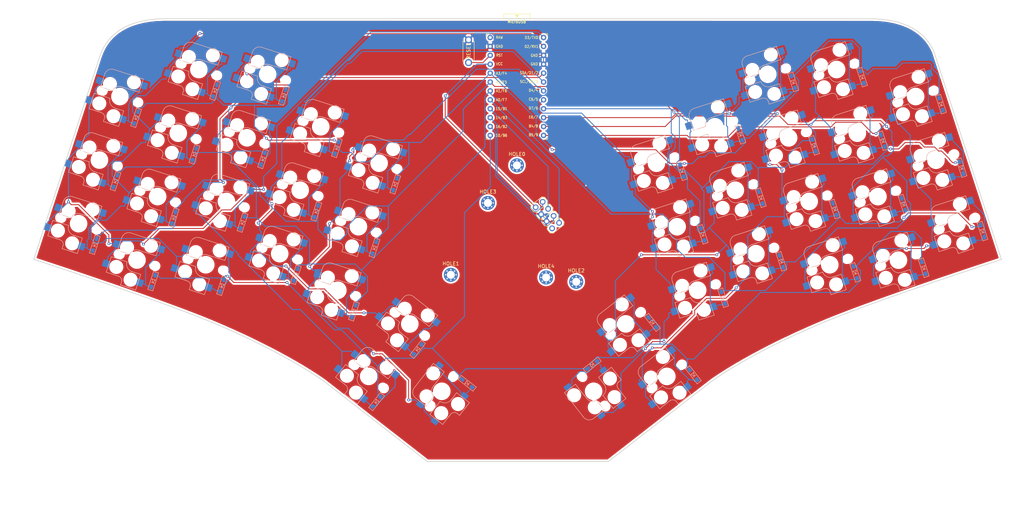
<source format=kicad_pcb>
(kicad_pcb (version 20171130) (host pcbnew "(5.1.7)-1")
  (title_block (title molecule) (date 2021-02-21) (rev v1.0.0))
  (layers (0 F.Cu signal) (31 B.Cu signal) (34 B.Paste user) (35 F.Paste user) (36 B.SilkS user) (37 F.SilkS user) (38 B.Mask user) (39 F.Mask user) (44 Edge.Cuts user))
  (net 0 "")
  (net 1 row0)
  (net 2 "Net-(D0-Pad1)")
  (net 3 "Net-(D1-Pad1)")
  (net 4 "Net-(D2-Pad1)")
  (net 5 "Net-(D3-Pad1)")
  (net 6 "Net-(D4-Pad1)")
  (net 7 "Net-(D5-Pad1)")
  (net 8 "Net-(D6-Pad1)")
  (net 9 "Net-(D7-Pad1)")
  (net 10 "Net-(D8-Pad1)")
  (net 11 "Net-(D9-Pad1)")
  (net 12 row1)
  (net 13 "Net-(D10-Pad1)")
  (net 14 "Net-(D11-Pad1)")
  (net 15 "Net-(D12-Pad1)")
  (net 16 "Net-(D13-Pad1)")
  (net 17 "Net-(D14-Pad1)")
  (net 18 "Net-(D15-Pad1)")
  (net 19 "Net-(D16-Pad1)")
  (net 20 "Net-(D17-Pad1)")
  (net 21 "Net-(D18-Pad1)")
  (net 22 "Net-(D19-Pad1)")
  (net 23 row2)
  (net 24 "Net-(D20-Pad1)")
  (net 25 "Net-(D21-Pad1)")
  (net 26 "Net-(D22-Pad1)")
  (net 27 "Net-(D23-Pad1)")
  (net 28 "Net-(D24-Pad1)")
  (net 29 "Net-(D25-Pad1)")
  (net 30 "Net-(D26-Pad1)")
  (net 31 "Net-(D27-Pad1)")
  (net 32 "Net-(D28-Pad1)")
  (net 33 "Net-(D29-Pad1)")
  (net 34 row3)
  (net 35 "Net-(D30-Pad1)")
  (net 36 "Net-(D31-Pad1)")
  (net 37 "Net-(D32-Pad1)")
  (net 38 "Net-(D33-Pad1)")
  (net 39 "Net-(D34-Pad1)")
  (net 40 "Net-(D35-Pad1)")
  (net 41 "Net-(D36-Pad1)")
  (net 42 "Net-(D37-Pad1)")
  (net 43 "Net-(D38-Pad1)")
  (net 44 "Net-(D39-Pad1)")
  (net 45 SS)
  (net 46 GND)
  (net 47 MO)
  (net 48 SC)
  (net 49 VCC)
  (net 50 MI)
  (net 51 reset)
  (net 52 col0)
  (net 53 col1)
  (net 54 col2)
  (net 55 col3)
  (net 56 col4)
  (net 57 col5)
  (net 58 col6)
  (net 59 col7)
  (net 60 col8)
  (net 61 col9)
  (net 62 "Net-(U0-Pad24)")
  (net 63 "Net-(JP0-Pad7)")
  (module molecule:M2_HOLE_v3 (layer F.Cu) (at 232.385 162.674)
    (fp_text reference HOLE2 (at 0 -3.2) (layer F.SilkS))
    (fp_text value Val**)
    (pad 1 thru_hole circle (at 0 0) (size 4 4) (drill 2.3) (layers *.Cu *.Mask))
    (pad 1 thru_hole circle (at 1.5 0) (size 0.5 0.5) (drill 0.4) (layers *.Cu *.Mask))
    (pad 1 thru_hole circle (at -1.5 0) (size 0.5 0.5) (drill 0.4) (layers *.Cu *.Mask))
    (pad 1 thru_hole circle (at 0 1.5) (size 0.5 0.5) (drill 0.4) (layers *.Cu *.Mask))
    (pad 1 thru_hole circle (at 0 -1.5) (size 0.5 0.5) (drill 0.4) (layers *.Cu *.Mask))
    (pad 1 thru_hole circle (at 1.06 1.06) (size 0.5 0.5) (drill 0.4) (layers *.Cu *.Mask))
    (pad 1 thru_hole circle (at -1.06 1.06) (size 0.5 0.5) (drill 0.4) (layers *.Cu *.Mask))
    (pad 1 thru_hole circle (at -1.06 -1.06) (size 0.5 0.5) (drill 0.4) (layers *.Cu *.Mask))
    (pad 1 thru_hole circle (at 1.06 -1.06) (size 0.5 0.5) (drill 0.4) (layers *.Cu *.Mask))
  )
  (module molecule:M2_HOLE_v3 (layer F.Cu) (at 223.799 161.43)
    (fp_text reference HOLE4 (at 0 -3.2) (layer F.SilkS))
    (fp_text value Val**)
    (pad 1 thru_hole circle (at 1.06 -1.06) (size 0.5 0.5) (drill 0.4) (layers *.Cu *.Mask))
    (pad 1 thru_hole circle (at -1.06 -1.06) (size 0.5 0.5) (drill 0.4) (layers *.Cu *.Mask))
    (pad 1 thru_hole circle (at -1.06 1.06) (size 0.5 0.5) (drill 0.4) (layers *.Cu *.Mask))
    (pad 1 thru_hole circle (at 1.06 1.06) (size 0.5 0.5) (drill 0.4) (layers *.Cu *.Mask))
    (pad 1 thru_hole circle (at 0 -1.5) (size 0.5 0.5) (drill 0.4) (layers *.Cu *.Mask))
    (pad 1 thru_hole circle (at 0 1.5) (size 0.5 0.5) (drill 0.4) (layers *.Cu *.Mask))
    (pad 1 thru_hole circle (at -1.5 0) (size 0.5 0.5) (drill 0.4) (layers *.Cu *.Mask))
    (pad 1 thru_hole circle (at 1.5 0) (size 0.5 0.5) (drill 0.4) (layers *.Cu *.Mask))
    (pad 1 thru_hole circle (at 0 0) (size 4 4) (drill 2.3) (layers *.Cu *.Mask))
  )
  (module molecule:M2_HOLE_v3 (layer F.Cu) (at 215.468 129.438)
    (fp_text reference HOLE0 (at 0 -3.2) (layer F.SilkS))
    (fp_text value Val**)
    (pad 1 thru_hole circle (at 0 0) (size 4 4) (drill 2.3) (layers *.Cu *.Mask))
    (pad 1 thru_hole circle (at 1.5 0) (size 0.5 0.5) (drill 0.4) (layers *.Cu *.Mask))
    (pad 1 thru_hole circle (at -1.5 0) (size 0.5 0.5) (drill 0.4) (layers *.Cu *.Mask))
    (pad 1 thru_hole circle (at 0 1.5) (size 0.5 0.5) (drill 0.4) (layers *.Cu *.Mask))
    (pad 1 thru_hole circle (at 0 -1.5) (size 0.5 0.5) (drill 0.4) (layers *.Cu *.Mask))
    (pad 1 thru_hole circle (at 1.06 1.06) (size 0.5 0.5) (drill 0.4) (layers *.Cu *.Mask))
    (pad 1 thru_hole circle (at -1.06 1.06) (size 0.5 0.5) (drill 0.4) (layers *.Cu *.Mask))
    (pad 1 thru_hole circle (at -1.06 -1.06) (size 0.5 0.5) (drill 0.4) (layers *.Cu *.Mask))
    (pad 1 thru_hole circle (at 1.06 -1.06) (size 0.5 0.5) (drill 0.4) (layers *.Cu *.Mask))
  )
  (module molecule:M2_HOLE_v3 (layer F.Cu) (at 196.603 160.687)
    (fp_text reference HOLE1 (at 0 -3.2) (layer F.SilkS))
    (fp_text value Val**)
    (pad 1 thru_hole circle (at 1.06 -1.06) (size 0.5 0.5) (drill 0.4) (layers *.Cu *.Mask))
    (pad 1 thru_hole circle (at -1.06 -1.06) (size 0.5 0.5) (drill 0.4) (layers *.Cu *.Mask))
    (pad 1 thru_hole circle (at -1.06 1.06) (size 0.5 0.5) (drill 0.4) (layers *.Cu *.Mask))
    (pad 1 thru_hole circle (at 1.06 1.06) (size 0.5 0.5) (drill 0.4) (layers *.Cu *.Mask))
    (pad 1 thru_hole circle (at 0 -1.5) (size 0.5 0.5) (drill 0.4) (layers *.Cu *.Mask))
    (pad 1 thru_hole circle (at 0 1.5) (size 0.5 0.5) (drill 0.4) (layers *.Cu *.Mask))
    (pad 1 thru_hole circle (at -1.5 0) (size 0.5 0.5) (drill 0.4) (layers *.Cu *.Mask))
    (pad 1 thru_hole circle (at 1.5 0) (size 0.5 0.5) (drill 0.4) (layers *.Cu *.Mask))
    (pad 1 thru_hole circle (at 0 0) (size 4 4) (drill 2.3) (layers *.Cu *.Mask))
  )
  (module molecule:M2_HOLE_v3 (layer F.Cu) (at 207.188 140.17)
    (fp_text reference HOLE3 (at 0 -3.2) (layer F.SilkS))
    (fp_text value Val**)
    (pad 1 thru_hole circle (at 0 0) (size 4 4) (drill 2.3) (layers *.Cu *.Mask))
    (pad 1 thru_hole circle (at 1.5 0) (size 0.5 0.5) (drill 0.4) (layers *.Cu *.Mask))
    (pad 1 thru_hole circle (at -1.5 0) (size 0.5 0.5) (drill 0.4) (layers *.Cu *.Mask))
    (pad 1 thru_hole circle (at 0 1.5) (size 0.5 0.5) (drill 0.4) (layers *.Cu *.Mask))
    (pad 1 thru_hole circle (at 0 -1.5) (size 0.5 0.5) (drill 0.4) (layers *.Cu *.Mask))
    (pad 1 thru_hole circle (at 1.06 1.06) (size 0.5 0.5) (drill 0.4) (layers *.Cu *.Mask))
    (pad 1 thru_hole circle (at -1.06 1.06) (size 0.5 0.5) (drill 0.4) (layers *.Cu *.Mask))
    (pad 1 thru_hole circle (at -1.06 -1.06) (size 0.5 0.5) (drill 0.4) (layers *.Cu *.Mask))
    (pad 1 thru_hole circle (at 1.06 -1.06) (size 0.5 0.5) (drill 0.4) (layers *.Cu *.Mask))
  )
  (module molecule:CherryMX_Choc_Hotswap_1.5u (layer F.Cu) (at 194.018 193.929 322)
    (fp_text reference SW34 hide)
    (fp_text value SW_PUSH hide)
    (pad 2 smd rect (at -5.08 -5.5 232) (size 1.5 2) (layers B.Cu B.Paste B.Mask) (net 39 "Net-(D34-Pad1)"))
    (pad "" np_thru_hole circle (at -2.54 3.81 232) (size 3 3) (drill 3) (layers *.Cu *.Mask))
    (pad "" np_thru_hole circle (at 0 5.08 52) (size 1.7 1.7) (drill 1.7) (layers *.Cu *.Mask))
    (pad "" np_thru_hole circle (at 0 -5.08 52) (size 1.7 1.7) (drill 1.7) (layers *.Cu *.Mask))
    (pad "" np_thru_hole circle (at 0 -5.5 142) (size 1.9 1.9) (drill 1.9) (layers *.Cu *.Mask))
    (pad "" np_thru_hole circle (at 0 5.5 142) (size 1.9 1.9) (drill 1.9) (layers *.Cu *.Mask))
    (pad "" np_thru_hole circle (at 0 0 142) (size 4 4) (drill 4) (layers *.Cu *.Mask))
    (pad "" np_thru_hole circle (at -5.08 -2.54 232) (size 3 3) (drill 3) (layers *.Cu *.Mask))
    (pad 1 smd rect (at -2.54 6.8 232) (size 1.5 2) (layers B.Cu B.Paste B.Mask) (net 56 col4))
    (pad "" np_thru_hole circle (at -2.58 3.825 232) (size 0.1 0.1) (drill 0.1) (layers *.Cu *.Mask))
    (pad "" np_thru_hole circle (at 5.9 0 142) (size 3 3) (drill 3) (layers *.Cu *.Mask))
    (pad "" np_thru_hole circle (at 3.7 5 142) (size 3 3) (drill 3) (layers *.Cu *.Mask))
    (pad 2 smd rect (at 5.9 -3 232) (size 1.5 2) (layers B.Cu B.Paste B.Mask) (net 39 "Net-(D34-Pad1)"))
    (pad 1 smd rect (at 3.7 8 232) (size 1.5 2) (layers B.Cu B.Paste B.Mask) (net 56 col4))
  )
  (module molecule:CherryMX_Choc_Hotswap_1.5u (layer F.Cu) (at 237.35 193.929 38)
    (fp_text reference SW35 hide)
    (fp_text value SW_PUSH hide)
    (pad 2 smd rect (at -5.08 -5.5 308) (size 1.5 2) (layers B.Cu B.Paste B.Mask) (net 40 "Net-(D35-Pad1)"))
    (pad "" np_thru_hole circle (at -2.54 3.81 308) (size 3 3) (drill 3) (layers *.Cu *.Mask))
    (pad "" np_thru_hole circle (at 0 5.08 128) (size 1.7 1.7) (drill 1.7) (layers *.Cu *.Mask))
    (pad "" np_thru_hole circle (at 0 -5.08 128) (size 1.7 1.7) (drill 1.7) (layers *.Cu *.Mask))
    (pad "" np_thru_hole circle (at 0 -5.5 218) (size 1.9 1.9) (drill 1.9) (layers *.Cu *.Mask))
    (pad "" np_thru_hole circle (at 0 5.5 218) (size 1.9 1.9) (drill 1.9) (layers *.Cu *.Mask))
    (pad "" np_thru_hole circle (at 0 0 218) (size 4 4) (drill 4) (layers *.Cu *.Mask))
    (pad "" np_thru_hole circle (at -5.08 -2.54 308) (size 3 3) (drill 3) (layers *.Cu *.Mask))
    (pad 1 smd rect (at -2.54 6.8 308) (size 1.5 2) (layers B.Cu B.Paste B.Mask) (net 57 col5))
    (pad "" np_thru_hole circle (at -2.58 3.825 308) (size 0.1 0.1) (drill 0.1) (layers *.Cu *.Mask))
    (pad "" np_thru_hole circle (at 5.9 0 218) (size 3 3) (drill 3) (layers *.Cu *.Mask))
    (pad "" np_thru_hole circle (at 3.7 5 218) (size 3 3) (drill 3) (layers *.Cu *.Mask))
    (pad 2 smd rect (at 5.9 -3 308) (size 1.5 2) (layers B.Cu B.Paste B.Mask) (net 40 "Net-(D35-Pad1)"))
    (pad 1 smd rect (at 3.7 8 308) (size 1.5 2) (layers B.Cu B.Paste B.Mask) (net 57 col5))
  )
  (module molecule:ProMicro_v3 (layer F.Cu) (at 215.456 107.442)
    (fp_text reference U0 hide)
    (fp_text value ProMicro hide)
    (fp_text user MicroUSB (at -0.05 -18.95) (layer F.SilkS) (effects (font (size 0.75 0.75) (thickness 0.12))))
    (fp_text user MicroUSB (at -0.05 -18.95) (layer F.SilkS) (effects (font (size 0.75 0.75) (thickness 0.12))))
    (fp_text user B4/8 (at 4.705 10.8 unlocked) (layer F.SilkS) (effects (font (size 0.75 0.67) (thickness 0.125))))
    (fp_text user D2/RX1 (at 4.155 -11.9 unlocked) (layer F.SilkS) (effects (font (size 0.75 0.67) (thickness 0.125))))
    (fp_text user B5/9 (at 4.705 13.3 unlocked) (layer F.SilkS) (effects (font (size 0.75 0.67) (thickness 0.125))))
    (fp_text user C6/5 (at 4.705 3.15 unlocked) (layer F.SilkS) (effects (font (size 0.75 0.67) (thickness 0.125))))
    (fp_text user SCL/D0/3 (at 3.455 -1.9 unlocked) (layer F.SilkS) (effects (font (size 0.75 0.67) (thickness 0.125))))
    (fp_text user SDA/D1/2 (at 3.455 -4.4 unlocked) (layer F.SilkS) (effects (font (size 0.75 0.67) (thickness 0.125))))
    (fp_text user D4/4 (at 4.705 0.6 unlocked) (layer F.SilkS) (effects (font (size 0.75 0.67) (thickness 0.125))))
    (fp_text user D3/TX0 (at 4.155 -14.45 unlocked) (layer F.SilkS) (effects (font (size 0.75 0.67) (thickness 0.125))))
    (fp_text user GND (at 4.955 -6.9 unlocked) (layer F.SilkS) (effects (font (size 0.75 0.67) (thickness 0.125))))
    (fp_text user GND (at 4.955 -9.35 unlocked) (layer F.SilkS) (effects (font (size 0.75 0.67) (thickness 0.125))))
    (fp_text user D7/6 (at 4.705 5.7 unlocked) (layer F.SilkS) (effects (font (size 0.75 0.67) (thickness 0.125))))
    (fp_text user E6/7 (at 4.705 8.25 unlocked) (layer F.SilkS) (effects (font (size 0.75 0.67) (thickness 0.125))))
    (fp_text user 16/B2 (at -4.395 10.95 unlocked) (layer F.SilkS) (effects (font (size 0.75 0.67) (thickness 0.125))))
    (fp_text user 10/B6 (at -4.395 13.45 unlocked) (layer F.SilkS) (effects (font (size 0.75 0.67) (thickness 0.125))))
    (fp_text user 14/B3 (at -4.395 8.4 unlocked) (layer F.SilkS) (effects (font (size 0.75 0.67) (thickness 0.125))))
    (fp_text user 15/B1 (at -4.395 5.85 unlocked) (layer F.SilkS) (effects (font (size 0.75 0.67) (thickness 0.125))))
    (fp_text user A0/F7 (at -4.395 3.3 unlocked) (layer F.SilkS) (effects (font (size 0.75 0.67) (thickness 0.125))))
    (fp_text user A1/F6 (at -4.395 0.75 unlocked) (layer F.SilkS) (effects (font (size 0.75 0.67) (thickness 0.125))))
    (fp_text user A2/F5 (at -4.395 -1.75 unlocked) (layer F.SilkS) (effects (font (size 0.75 0.67) (thickness 0.125))))
    (fp_text user A3/F4 (at -4.395 -4.25 unlocked) (layer F.SilkS) (effects (font (size 0.75 0.67) (thickness 0.125))))
    (fp_text user VCC (at -4.995 -6.95 unlocked) (layer F.SilkS) (effects (font (size 0.75 0.67) (thickness 0.125))))
    (fp_text user RST (at -4.995 -9.4 unlocked) (layer F.SilkS) (effects (font (size 0.75 0.67) (thickness 0.125))))
    (fp_text user GND (at -4.995 -11.95 unlocked) (layer F.SilkS) (effects (font (size 0.75 0.67) (thickness 0.125))))
    (fp_text user RAW (at -4.995 -14.5 unlocked) (layer F.SilkS) (effects (font (size 0.75 0.67) (thickness 0.125))))
    (pad 1 thru_hole circle (at 7.6114 -14.478) (size 1.524 1.524) (drill 0.8128) (layers *.Cu B.Mask) (net 52 col0))
    (pad 2 thru_hole circle (at 7.6114 -11.938) (size 1.524 1.524) (drill 0.8128) (layers *.Cu B.Mask) (net 53 col1))
    (pad 3 thru_hole circle (at 7.6114 -9.398) (size 1.524 1.524) (drill 0.8128) (layers *.Cu B.Mask) (net 46 GND))
    (pad 4 thru_hole circle (at 7.6114 -6.858) (size 1.524 1.524) (drill 0.8128) (layers *.Cu B.Mask) (net 46 GND))
    (pad 5 thru_hole circle (at 7.6114 -4.318) (size 1.524 1.524) (drill 0.8128) (layers *.Cu B.Mask) (net 54 col2))
    (pad 6 thru_hole circle (at 7.6114 -1.778) (size 1.524 1.524) (drill 0.8128) (layers *.Cu B.Mask) (net 55 col3))
    (pad 7 thru_hole circle (at 7.6114 0.762) (size 1.524 1.524) (drill 0.8128) (layers *.Cu B.Mask) (net 56 col4))
    (pad 8 thru_hole circle (at 7.6114 3.302) (size 1.524 1.524) (drill 0.8128) (layers *.Cu B.Mask) (net 57 col5))
    (pad 9 thru_hole circle (at 7.6114 5.842) (size 1.524 1.524) (drill 0.8128) (layers *.Cu B.Mask) (net 58 col6))
    (pad 10 thru_hole circle (at 7.6114 8.382) (size 1.524 1.524) (drill 0.8128) (layers *.Cu B.Mask) (net 59 col7))
    (pad 11 thru_hole circle (at 7.6114 10.922) (size 1.524 1.524) (drill 0.8128) (layers *.Cu B.Mask) (net 60 col8))
    (pad 12 thru_hole circle (at 7.6114 13.462) (size 1.524 1.524) (drill 0.8128) (layers *.Cu B.Mask) (net 61 col9))
    (pad 13 thru_hole circle (at -7.6086 13.462) (size 1.524 1.524) (drill 0.8128) (layers *.Cu B.Mask) (net 34 row3))
    (pad 14 thru_hole circle (at -7.6086 10.922) (size 1.524 1.524) (drill 0.8128) (layers *.Cu B.Mask) (net 47 MO))
    (pad 15 thru_hole circle (at -7.6086 8.382) (size 1.524 1.524) (drill 0.8128) (layers *.Cu B.Mask) (net 50 MI))
    (pad 16 thru_hole circle (at -7.6086 5.842) (size 1.524 1.524) (drill 0.8128) (layers *.Cu B.Mask) (net 48 SC))
    (pad 17 thru_hole circle (at -7.6086 3.302) (size 1.524 1.524) (drill 0.8128) (layers *.Cu B.Mask) (net 45 SS))
    (pad 18 thru_hole circle (at -7.6086 0.762) (size 1.524 1.524) (drill 0.8128) (layers *.Cu B.Mask) (net 23 row2))
    (pad 19 thru_hole circle (at -7.6086 -1.778) (size 1.524 1.524) (drill 0.8128) (layers *.Cu B.Mask) (net 12 row1))
    (pad 20 thru_hole circle (at -7.6086 -4.318) (size 1.524 1.524) (drill 0.8128) (layers *.Cu B.Mask) (net 1 row0))
    (pad 21 thru_hole circle (at -7.6086 -6.858) (size 1.524 1.524) (drill 0.8128) (layers *.Cu B.Mask) (net 49 VCC))
    (pad 22 thru_hole circle (at -7.6086 -9.398) (size 1.524 1.524) (drill 0.8128) (layers *.Cu B.Mask) (net 51 reset))
    (pad 23 thru_hole circle (at -7.6086 -11.938) (size 1.524 1.524) (drill 0.8128) (layers *.Cu B.Mask) (net 46 GND))
    (pad 24 thru_hole circle (at -7.6086 -14.478) (size 1.524 1.524) (drill 0.8128) (layers *.Cu B.Mask) (net 62 "Net-(U0-Pad24)"))
  )
  (module molecule:CherryMX_Choc_Hotswap (layer F.Cu) (at 324.345 156.502 18)
    (fp_text reference SW39 hide)
    (fp_text value SW_PUSH hide)
    (pad 2 smd rect (at 5.6 -5.08 198) (size 2 2) (layers B.Cu B.Paste B.Mask) (net 44 "Net-(D39-Pad1)"))
    (pad "" np_thru_hole circle (at -3.81 -2.54 198) (size 3 3) (drill 3) (layers *.Cu *.Mask))
    (pad "" np_thru_hole circle (at -5.08 0 18) (size 1.7 1.7) (drill 1.7) (layers *.Cu *.Mask))
    (pad "" np_thru_hole circle (at 5.08 0 18) (size 1.7 1.7) (drill 1.7) (layers *.Cu *.Mask))
    (pad "" np_thru_hole circle (at 5.5 0 108) (size 1.9 1.9) (drill 1.9) (layers *.Cu *.Mask))
    (pad "" np_thru_hole circle (at -5.5 0 108) (size 1.9 1.9) (drill 1.9) (layers *.Cu *.Mask))
    (pad "" np_thru_hole circle (at 0 0 108) (size 4 4) (drill 4) (layers *.Cu *.Mask))
    (pad "" np_thru_hole circle (at 2.54 -5.08 198) (size 3 3) (drill 3) (layers *.Cu *.Mask))
    (pad 1 smd rect (at -6.9 -2.54 198) (size 2 2) (layers B.Cu B.Paste B.Mask) (net 61 col9))
    (pad "" np_thru_hole circle (at 0 5.9 108) (size 3 3) (drill 3) (layers *.Cu *.Mask))
    (pad "" np_thru_hole circle (at -5 3.7 108) (size 3 3) (drill 3) (layers *.Cu *.Mask))
    (pad 2 smd rect (at 2.8 5.9 198) (size 1.9 2) (layers B.Cu B.Paste B.Mask) (net 44 "Net-(D39-Pad1)"))
    (pad 1 smd rect (at -8.1 3.7 198) (size 2 2) (layers B.Cu B.Paste B.Mask) (net 61 col9))
  )
  (module molecule:CherryMX_Choc_Hotswap (layer F.Cu) (at 304.742 157.812 18)
    (fp_text reference SW38 hide)
    (fp_text value SW_PUSH hide)
    (pad 2 smd rect (at 5.6 -5.08 198) (size 2 2) (layers B.Cu B.Paste B.Mask) (net 43 "Net-(D38-Pad1)"))
    (pad "" np_thru_hole circle (at -3.81 -2.54 198) (size 3 3) (drill 3) (layers *.Cu *.Mask))
    (pad "" np_thru_hole circle (at -5.08 0 18) (size 1.7 1.7) (drill 1.7) (layers *.Cu *.Mask))
    (pad "" np_thru_hole circle (at 5.08 0 18) (size 1.7 1.7) (drill 1.7) (layers *.Cu *.Mask))
    (pad "" np_thru_hole circle (at 5.5 0 108) (size 1.9 1.9) (drill 1.9) (layers *.Cu *.Mask))
    (pad "" np_thru_hole circle (at -5.5 0 108) (size 1.9 1.9) (drill 1.9) (layers *.Cu *.Mask))
    (pad "" np_thru_hole circle (at 0 0 108) (size 4 4) (drill 4) (layers *.Cu *.Mask))
    (pad "" np_thru_hole circle (at 2.54 -5.08 198) (size 3 3) (drill 3) (layers *.Cu *.Mask))
    (pad 1 smd rect (at -6.9 -2.54 198) (size 2 2) (layers B.Cu B.Paste B.Mask) (net 60 col8))
    (pad "" np_thru_hole circle (at 0 5.9 108) (size 3 3) (drill 3) (layers *.Cu *.Mask))
    (pad "" np_thru_hole circle (at -5 3.7 108) (size 3 3) (drill 3) (layers *.Cu *.Mask))
    (pad 2 smd rect (at 2.8 5.9 198) (size 1.9 2) (layers B.Cu B.Paste B.Mask) (net 43 "Net-(D38-Pad1)"))
    (pad 1 smd rect (at -8.1 3.7 198) (size 2 2) (layers B.Cu B.Paste B.Mask) (net 60 col8))
  )
  (module molecule:CherryMX_Choc_Hotswap (layer F.Cu) (at 258.242 189.674 38)
    (fp_text reference SW37 hide)
    (fp_text value SW_PUSH hide)
    (pad 2 smd rect (at 5.6 -5.08 218) (size 2 2) (layers B.Cu B.Paste B.Mask) (net 42 "Net-(D37-Pad1)"))
    (pad "" np_thru_hole circle (at -3.81 -2.54 218) (size 3 3) (drill 3) (layers *.Cu *.Mask))
    (pad "" np_thru_hole circle (at -5.08 0 38) (size 1.7 1.7) (drill 1.7) (layers *.Cu *.Mask))
    (pad "" np_thru_hole circle (at 5.08 0 38) (size 1.7 1.7) (drill 1.7) (layers *.Cu *.Mask))
    (pad "" np_thru_hole circle (at 5.5 0 128) (size 1.9 1.9) (drill 1.9) (layers *.Cu *.Mask))
    (pad "" np_thru_hole circle (at -5.5 0 128) (size 1.9 1.9) (drill 1.9) (layers *.Cu *.Mask))
    (pad "" np_thru_hole circle (at 0 0 128) (size 4 4) (drill 4) (layers *.Cu *.Mask))
    (pad "" np_thru_hole circle (at 2.54 -5.08 218) (size 3 3) (drill 3) (layers *.Cu *.Mask))
    (pad 1 smd rect (at -6.9 -2.54 218) (size 2 2) (layers B.Cu B.Paste B.Mask) (net 59 col7))
    (pad "" np_thru_hole circle (at 0 5.9 128) (size 3 3) (drill 3) (layers *.Cu *.Mask))
    (pad "" np_thru_hole circle (at -5 3.7 128) (size 3 3) (drill 3) (layers *.Cu *.Mask))
    (pad 2 smd rect (at 2.8 5.9 218) (size 1.9 2) (layers B.Cu B.Paste B.Mask) (net 42 "Net-(D37-Pad1)"))
    (pad 1 smd rect (at -8.1 3.7 218) (size 2 2) (layers B.Cu B.Paste B.Mask) (net 59 col7))
  )
  (module molecule:CherryMX_Choc_Hotswap (layer F.Cu) (at 246.52 174.688 38)
    (fp_text reference SW36 hide)
    (fp_text value SW_PUSH hide)
    (pad 2 smd rect (at 5.6 -5.08 218) (size 2 2) (layers B.Cu B.Paste B.Mask) (net 41 "Net-(D36-Pad1)"))
    (pad "" np_thru_hole circle (at -3.81 -2.54 218) (size 3 3) (drill 3) (layers *.Cu *.Mask))
    (pad "" np_thru_hole circle (at -5.08 0 38) (size 1.7 1.7) (drill 1.7) (layers *.Cu *.Mask))
    (pad "" np_thru_hole circle (at 5.08 0 38) (size 1.7 1.7) (drill 1.7) (layers *.Cu *.Mask))
    (pad "" np_thru_hole circle (at 5.5 0 128) (size 1.9 1.9) (drill 1.9) (layers *.Cu *.Mask))
    (pad "" np_thru_hole circle (at -5.5 0 128) (size 1.9 1.9) (drill 1.9) (layers *.Cu *.Mask))
    (pad "" np_thru_hole circle (at 0 0 128) (size 4 4) (drill 4) (layers *.Cu *.Mask))
    (pad "" np_thru_hole circle (at 2.54 -5.08 218) (size 3 3) (drill 3) (layers *.Cu *.Mask))
    (pad 1 smd rect (at -6.9 -2.54 218) (size 2 2) (layers B.Cu B.Paste B.Mask) (net 58 col6))
    (pad "" np_thru_hole circle (at 0 5.9 128) (size 3 3) (drill 3) (layers *.Cu *.Mask))
    (pad "" np_thru_hole circle (at -5 3.7 128) (size 3 3) (drill 3) (layers *.Cu *.Mask))
    (pad 2 smd rect (at 2.8 5.9 218) (size 1.9 2) (layers B.Cu B.Paste B.Mask) (net 41 "Net-(D36-Pad1)"))
    (pad 1 smd rect (at -8.1 3.7 218) (size 2 2) (layers B.Cu B.Paste B.Mask) (net 58 col6))
  )
  (module molecule:CherryMX_Choc_Hotswap (layer F.Cu) (at 184.887 174.714 322)
    (fp_text reference SW33 hide)
    (fp_text value SW_PUSH hide)
    (pad 2 smd rect (at 5.6 -5.08 142) (size 2 2) (layers B.Cu B.Paste B.Mask) (net 38 "Net-(D33-Pad1)"))
    (pad "" np_thru_hole circle (at -3.81 -2.54 142) (size 3 3) (drill 3) (layers *.Cu *.Mask))
    (pad "" np_thru_hole circle (at -5.08 0 322) (size 1.7 1.7) (drill 1.7) (layers *.Cu *.Mask))
    (pad "" np_thru_hole circle (at 5.08 0 322) (size 1.7 1.7) (drill 1.7) (layers *.Cu *.Mask))
    (pad "" np_thru_hole circle (at 5.5 0 52) (size 1.9 1.9) (drill 1.9) (layers *.Cu *.Mask))
    (pad "" np_thru_hole circle (at -5.5 0 52) (size 1.9 1.9) (drill 1.9) (layers *.Cu *.Mask))
    (pad "" np_thru_hole circle (at 0 0 52) (size 4 4) (drill 4) (layers *.Cu *.Mask))
    (pad "" np_thru_hole circle (at 2.54 -5.08 142) (size 3 3) (drill 3) (layers *.Cu *.Mask))
    (pad 1 smd rect (at -6.9 -2.54 142) (size 2 2) (layers B.Cu B.Paste B.Mask) (net 55 col3))
    (pad "" np_thru_hole circle (at 0 5.9 52) (size 3 3) (drill 3) (layers *.Cu *.Mask))
    (pad "" np_thru_hole circle (at -5 3.7 52) (size 3 3) (drill 3) (layers *.Cu *.Mask))
    (pad 2 smd rect (at 2.8 5.9 142) (size 1.9 2) (layers B.Cu B.Paste B.Mask) (net 38 "Net-(D33-Pad1)"))
    (pad 1 smd rect (at -8.1 3.7 142) (size 2 2) (layers B.Cu B.Paste B.Mask) (net 55 col3))
  )
  (module molecule:CherryMX_Choc_Hotswap (layer F.Cu) (at 173.164 189.662 322)
    (fp_text reference SW32 hide)
    (fp_text value SW_PUSH hide)
    (pad 2 smd rect (at 5.6 -5.08 142) (size 2 2) (layers B.Cu B.Paste B.Mask) (net 37 "Net-(D32-Pad1)"))
    (pad "" np_thru_hole circle (at -3.81 -2.54 142) (size 3 3) (drill 3) (layers *.Cu *.Mask))
    (pad "" np_thru_hole circle (at -5.08 0 322) (size 1.7 1.7) (drill 1.7) (layers *.Cu *.Mask))
    (pad "" np_thru_hole circle (at 5.08 0 322) (size 1.7 1.7) (drill 1.7) (layers *.Cu *.Mask))
    (pad "" np_thru_hole circle (at 5.5 0 52) (size 1.9 1.9) (drill 1.9) (layers *.Cu *.Mask))
    (pad "" np_thru_hole circle (at -5.5 0 52) (size 1.9 1.9) (drill 1.9) (layers *.Cu *.Mask))
    (pad "" np_thru_hole circle (at 0 0 52) (size 4 4) (drill 4) (layers *.Cu *.Mask))
    (pad "" np_thru_hole circle (at 2.54 -5.08 142) (size 3 3) (drill 3) (layers *.Cu *.Mask))
    (pad 1 smd rect (at -6.9 -2.54 142) (size 2 2) (layers B.Cu B.Paste B.Mask) (net 54 col2))
    (pad "" np_thru_hole circle (at 0 5.9 52) (size 3 3) (drill 3) (layers *.Cu *.Mask))
    (pad "" np_thru_hole circle (at -5 3.7 52) (size 3 3) (drill 3) (layers *.Cu *.Mask))
    (pad 2 smd rect (at 2.8 5.9 142) (size 1.9 2) (layers B.Cu B.Paste B.Mask) (net 37 "Net-(D32-Pad1)"))
    (pad 1 smd rect (at -8.1 3.7 142) (size 2 2) (layers B.Cu B.Paste B.Mask) (net 54 col2))
  )
  (module molecule:CherryMX_Choc_Hotswap (layer F.Cu) (at 126.657 157.81 342)
    (fp_text reference SW31 hide)
    (fp_text value SW_PUSH hide)
    (pad 2 smd rect (at 5.6 -5.08 162) (size 2 2) (layers B.Cu B.Paste B.Mask) (net 36 "Net-(D31-Pad1)"))
    (pad "" np_thru_hole circle (at -3.81 -2.54 162) (size 3 3) (drill 3) (layers *.Cu *.Mask))
    (pad "" np_thru_hole circle (at -5.08 0 342) (size 1.7 1.7) (drill 1.7) (layers *.Cu *.Mask))
    (pad "" np_thru_hole circle (at 5.08 0 342) (size 1.7 1.7) (drill 1.7) (layers *.Cu *.Mask))
    (pad "" np_thru_hole circle (at 5.5 0 72) (size 1.9 1.9) (drill 1.9) (layers *.Cu *.Mask))
    (pad "" np_thru_hole circle (at -5.5 0 72) (size 1.9 1.9) (drill 1.9) (layers *.Cu *.Mask))
    (pad "" np_thru_hole circle (at 0 0 72) (size 4 4) (drill 4) (layers *.Cu *.Mask))
    (pad "" np_thru_hole circle (at 2.54 -5.08 162) (size 3 3) (drill 3) (layers *.Cu *.Mask))
    (pad 1 smd rect (at -6.9 -2.54 162) (size 2 2) (layers B.Cu B.Paste B.Mask) (net 53 col1))
    (pad "" np_thru_hole circle (at 0 5.9 72) (size 3 3) (drill 3) (layers *.Cu *.Mask))
    (pad "" np_thru_hole circle (at -5 3.7 72) (size 3 3) (drill 3) (layers *.Cu *.Mask))
    (pad 2 smd rect (at 2.8 5.9 162) (size 1.9 2) (layers B.Cu B.Paste B.Mask) (net 36 "Net-(D31-Pad1)"))
    (pad 1 smd rect (at -8.1 3.7 162) (size 2 2) (layers B.Cu B.Paste B.Mask) (net 53 col1))
  )
  (module molecule:CherryMX_Choc_Hotswap (layer F.Cu) (at 107.036 156.464 342)
    (fp_text reference SW30 hide)
    (fp_text value SW_PUSH hide)
    (pad 2 smd rect (at 5.6 -5.08 162) (size 2 2) (layers B.Cu B.Paste B.Mask) (net 35 "Net-(D30-Pad1)"))
    (pad "" np_thru_hole circle (at -3.81 -2.54 162) (size 3 3) (drill 3) (layers *.Cu *.Mask))
    (pad "" np_thru_hole circle (at -5.08 0 342) (size 1.7 1.7) (drill 1.7) (layers *.Cu *.Mask))
    (pad "" np_thru_hole circle (at 5.08 0 342) (size 1.7 1.7) (drill 1.7) (layers *.Cu *.Mask))
    (pad "" np_thru_hole circle (at 5.5 0 72) (size 1.9 1.9) (drill 1.9) (layers *.Cu *.Mask))
    (pad "" np_thru_hole circle (at -5.5 0 72) (size 1.9 1.9) (drill 1.9) (layers *.Cu *.Mask))
    (pad "" np_thru_hole circle (at 0 0 72) (size 4 4) (drill 4) (layers *.Cu *.Mask))
    (pad "" np_thru_hole circle (at 2.54 -5.08 162) (size 3 3) (drill 3) (layers *.Cu *.Mask))
    (pad 1 smd rect (at -6.9 -2.54 162) (size 2 2) (layers B.Cu B.Paste B.Mask) (net 52 col0))
    (pad "" np_thru_hole circle (at 0 5.9 72) (size 3 3) (drill 3) (layers *.Cu *.Mask))
    (pad "" np_thru_hole circle (at -5 3.7 72) (size 3 3) (drill 3) (layers *.Cu *.Mask))
    (pad 2 smd rect (at 2.8 5.9 162) (size 1.9 2) (layers B.Cu B.Paste B.Mask) (net 35 "Net-(D30-Pad1)"))
    (pad 1 smd rect (at -8.1 3.7 162) (size 2 2) (layers B.Cu B.Paste B.Mask) (net 52 col0))
  )
  (module molecule:CherryMX_Choc_Hotswap (layer F.Cu) (at 341.033 146.088 18)
    (fp_text reference SW29 hide)
    (fp_text value SW_PUSH hide)
    (pad 2 smd rect (at 5.6 -5.08 198) (size 2 2) (layers B.Cu B.Paste B.Mask) (net 33 "Net-(D29-Pad1)"))
    (pad "" np_thru_hole circle (at -3.81 -2.54 198) (size 3 3) (drill 3) (layers *.Cu *.Mask))
    (pad "" np_thru_hole circle (at -5.08 0 18) (size 1.7 1.7) (drill 1.7) (layers *.Cu *.Mask))
    (pad "" np_thru_hole circle (at 5.08 0 18) (size 1.7 1.7) (drill 1.7) (layers *.Cu *.Mask))
    (pad "" np_thru_hole circle (at 5.5 0 108) (size 1.9 1.9) (drill 1.9) (layers *.Cu *.Mask))
    (pad "" np_thru_hole circle (at -5.5 0 108) (size 1.9 1.9) (drill 1.9) (layers *.Cu *.Mask))
    (pad "" np_thru_hole circle (at 0 0 108) (size 4 4) (drill 4) (layers *.Cu *.Mask))
    (pad "" np_thru_hole circle (at 2.54 -5.08 198) (size 3 3) (drill 3) (layers *.Cu *.Mask))
    (pad 1 smd rect (at -6.9 -2.54 198) (size 2 2) (layers B.Cu B.Paste B.Mask) (net 61 col9))
    (pad "" np_thru_hole circle (at 0 5.9 108) (size 3 3) (drill 3) (layers *.Cu *.Mask))
    (pad "" np_thru_hole circle (at -5 3.7 108) (size 3 3) (drill 3) (layers *.Cu *.Mask))
    (pad 2 smd rect (at 2.8 5.9 198) (size 1.9 2) (layers B.Cu B.Paste B.Mask) (net 33 "Net-(D29-Pad1)"))
    (pad 1 smd rect (at -8.1 3.7 198) (size 2 2) (layers B.Cu B.Paste B.Mask) (net 61 col9))
  )
  (module molecule:CherryMX_Choc_Hotswap (layer F.Cu) (at 318.491 138.366 18)
    (fp_text reference SW28 hide)
    (fp_text value SW_PUSH hide)
    (pad 2 smd rect (at 5.6 -5.08 198) (size 2 2) (layers B.Cu B.Paste B.Mask) (net 32 "Net-(D28-Pad1)"))
    (pad "" np_thru_hole circle (at -3.81 -2.54 198) (size 3 3) (drill 3) (layers *.Cu *.Mask))
    (pad "" np_thru_hole circle (at -5.08 0 18) (size 1.7 1.7) (drill 1.7) (layers *.Cu *.Mask))
    (pad "" np_thru_hole circle (at 5.08 0 18) (size 1.7 1.7) (drill 1.7) (layers *.Cu *.Mask))
    (pad "" np_thru_hole circle (at 5.5 0 108) (size 1.9 1.9) (drill 1.9) (layers *.Cu *.Mask))
    (pad "" np_thru_hole circle (at -5.5 0 108) (size 1.9 1.9) (drill 1.9) (layers *.Cu *.Mask))
    (pad "" np_thru_hole circle (at 0 0 108) (size 4 4) (drill 4) (layers *.Cu *.Mask))
    (pad "" np_thru_hole circle (at 2.54 -5.08 198) (size 3 3) (drill 3) (layers *.Cu *.Mask))
    (pad 1 smd rect (at -6.9 -2.54 198) (size 2 2) (layers B.Cu B.Paste B.Mask) (net 60 col8))
    (pad "" np_thru_hole circle (at 0 5.9 108) (size 3 3) (drill 3) (layers *.Cu *.Mask))
    (pad "" np_thru_hole circle (at -5 3.7 108) (size 3 3) (drill 3) (layers *.Cu *.Mask))
    (pad 2 smd rect (at 2.8 5.9 198) (size 1.9 2) (layers B.Cu B.Paste B.Mask) (net 32 "Net-(D28-Pad1)"))
    (pad 1 smd rect (at -8.1 3.7 198) (size 2 2) (layers B.Cu B.Paste B.Mask) (net 60 col8))
  )
  (module molecule:CherryMX_Choc_Hotswap (layer F.Cu) (at 298.869 139.738 18)
    (fp_text reference SW27 hide)
    (fp_text value SW_PUSH hide)
    (pad 2 smd rect (at 5.6 -5.08 198) (size 2 2) (layers B.Cu B.Paste B.Mask) (net 31 "Net-(D27-Pad1)"))
    (pad "" np_thru_hole circle (at -3.81 -2.54 198) (size 3 3) (drill 3) (layers *.Cu *.Mask))
    (pad "" np_thru_hole circle (at -5.08 0 18) (size 1.7 1.7) (drill 1.7) (layers *.Cu *.Mask))
    (pad "" np_thru_hole circle (at 5.08 0 18) (size 1.7 1.7) (drill 1.7) (layers *.Cu *.Mask))
    (pad "" np_thru_hole circle (at 5.5 0 108) (size 1.9 1.9) (drill 1.9) (layers *.Cu *.Mask))
    (pad "" np_thru_hole circle (at -5.5 0 108) (size 1.9 1.9) (drill 1.9) (layers *.Cu *.Mask))
    (pad "" np_thru_hole circle (at 0 0 108) (size 4 4) (drill 4) (layers *.Cu *.Mask))
    (pad "" np_thru_hole circle (at 2.54 -5.08 198) (size 3 3) (drill 3) (layers *.Cu *.Mask))
    (pad 1 smd rect (at -6.9 -2.54 198) (size 2 2) (layers B.Cu B.Paste B.Mask) (net 59 col7))
    (pad "" np_thru_hole circle (at 0 5.9 108) (size 3 3) (drill 3) (layers *.Cu *.Mask))
    (pad "" np_thru_hole circle (at -5 3.7 108) (size 3 3) (drill 3) (layers *.Cu *.Mask))
    (pad 2 smd rect (at 2.8 5.9 198) (size 1.9 2) (layers B.Cu B.Paste B.Mask) (net 31 "Net-(D27-Pad1)"))
    (pad 1 smd rect (at -8.1 3.7 198) (size 2 2) (layers B.Cu B.Paste B.Mask) (net 59 col7))
  )
  (module molecule:CherryMX_Choc_Hotswap (layer F.Cu) (at 283.667 154.648 18)
    (fp_text reference SW26 hide)
    (fp_text value SW_PUSH hide)
    (pad 2 smd rect (at 5.6 -5.08 198) (size 2 2) (layers B.Cu B.Paste B.Mask) (net 30 "Net-(D26-Pad1)"))
    (pad "" np_thru_hole circle (at -3.81 -2.54 198) (size 3 3) (drill 3) (layers *.Cu *.Mask))
    (pad "" np_thru_hole circle (at -5.08 0 18) (size 1.7 1.7) (drill 1.7) (layers *.Cu *.Mask))
    (pad "" np_thru_hole circle (at 5.08 0 18) (size 1.7 1.7) (drill 1.7) (layers *.Cu *.Mask))
    (pad "" np_thru_hole circle (at 5.5 0 108) (size 1.9 1.9) (drill 1.9) (layers *.Cu *.Mask))
    (pad "" np_thru_hole circle (at -5.5 0 108) (size 1.9 1.9) (drill 1.9) (layers *.Cu *.Mask))
    (pad "" np_thru_hole circle (at 0 0 108) (size 4 4) (drill 4) (layers *.Cu *.Mask))
    (pad "" np_thru_hole circle (at 2.54 -5.08 198) (size 3 3) (drill 3) (layers *.Cu *.Mask))
    (pad 1 smd rect (at -6.9 -2.54 198) (size 2 2) (layers B.Cu B.Paste B.Mask) (net 58 col6))
    (pad "" np_thru_hole circle (at 0 5.9 108) (size 3 3) (drill 3) (layers *.Cu *.Mask))
    (pad "" np_thru_hole circle (at -5 3.7 108) (size 3 3) (drill 3) (layers *.Cu *.Mask))
    (pad 2 smd rect (at 2.8 5.9 198) (size 1.9 2) (layers B.Cu B.Paste B.Mask) (net 30 "Net-(D26-Pad1)"))
    (pad 1 smd rect (at -8.1 3.7 198) (size 2 2) (layers B.Cu B.Paste B.Mask) (net 58 col6))
  )
  (module molecule:CherryMX_Choc_Hotswap (layer F.Cu) (at 267.043 165.075 18)
    (fp_text reference SW25 hide)
    (fp_text value SW_PUSH hide)
    (pad 2 smd rect (at 5.6 -5.08 198) (size 2 2) (layers B.Cu B.Paste B.Mask) (net 29 "Net-(D25-Pad1)"))
    (pad "" np_thru_hole circle (at -3.81 -2.54 198) (size 3 3) (drill 3) (layers *.Cu *.Mask))
    (pad "" np_thru_hole circle (at -5.08 0 18) (size 1.7 1.7) (drill 1.7) (layers *.Cu *.Mask))
    (pad "" np_thru_hole circle (at 5.08 0 18) (size 1.7 1.7) (drill 1.7) (layers *.Cu *.Mask))
    (pad "" np_thru_hole circle (at 5.5 0 108) (size 1.9 1.9) (drill 1.9) (layers *.Cu *.Mask))
    (pad "" np_thru_hole circle (at -5.5 0 108) (size 1.9 1.9) (drill 1.9) (layers *.Cu *.Mask))
    (pad "" np_thru_hole circle (at 0 0 108) (size 4 4) (drill 4) (layers *.Cu *.Mask))
    (pad "" np_thru_hole circle (at 2.54 -5.08 198) (size 3 3) (drill 3) (layers *.Cu *.Mask))
    (pad 1 smd rect (at -6.9 -2.54 198) (size 2 2) (layers B.Cu B.Paste B.Mask) (net 57 col5))
    (pad "" np_thru_hole circle (at 0 5.9 108) (size 3 3) (drill 3) (layers *.Cu *.Mask))
    (pad "" np_thru_hole circle (at -5 3.7 108) (size 3 3) (drill 3) (layers *.Cu *.Mask))
    (pad 2 smd rect (at 2.8 5.9 198) (size 1.9 2) (layers B.Cu B.Paste B.Mask) (net 29 "Net-(D25-Pad1)"))
    (pad 1 smd rect (at -8.1 3.7 198) (size 2 2) (layers B.Cu B.Paste B.Mask) (net 57 col5))
  )
  (module molecule:CherryMX_Choc_Hotswap (layer F.Cu) (at 164.351 165.087 342)
    (fp_text reference SW24 hide)
    (fp_text value SW_PUSH hide)
    (pad 2 smd rect (at 5.6 -5.08 162) (size 2 2) (layers B.Cu B.Paste B.Mask) (net 28 "Net-(D24-Pad1)"))
    (pad "" np_thru_hole circle (at -3.81 -2.54 162) (size 3 3) (drill 3) (layers *.Cu *.Mask))
    (pad "" np_thru_hole circle (at -5.08 0 342) (size 1.7 1.7) (drill 1.7) (layers *.Cu *.Mask))
    (pad "" np_thru_hole circle (at 5.08 0 342) (size 1.7 1.7) (drill 1.7) (layers *.Cu *.Mask))
    (pad "" np_thru_hole circle (at 5.5 0 72) (size 1.9 1.9) (drill 1.9) (layers *.Cu *.Mask))
    (pad "" np_thru_hole circle (at -5.5 0 72) (size 1.9 1.9) (drill 1.9) (layers *.Cu *.Mask))
    (pad "" np_thru_hole circle (at 0 0 72) (size 4 4) (drill 4) (layers *.Cu *.Mask))
    (pad "" np_thru_hole circle (at 2.54 -5.08 162) (size 3 3) (drill 3) (layers *.Cu *.Mask))
    (pad 1 smd rect (at -6.9 -2.54 162) (size 2 2) (layers B.Cu B.Paste B.Mask) (net 56 col4))
    (pad "" np_thru_hole circle (at 0 5.9 72) (size 3 3) (drill 3) (layers *.Cu *.Mask))
    (pad "" np_thru_hole circle (at -5 3.7 72) (size 3 3) (drill 3) (layers *.Cu *.Mask))
    (pad 2 smd rect (at 2.8 5.9 162) (size 1.9 2) (layers B.Cu B.Paste B.Mask) (net 28 "Net-(D24-Pad1)"))
    (pad 1 smd rect (at -8.1 3.7 162) (size 2 2) (layers B.Cu B.Paste B.Mask) (net 56 col4))
  )
  (module molecule:CherryMX_Choc_Hotswap (layer F.Cu) (at 147.764 154.648 342)
    (fp_text reference SW23 hide)
    (fp_text value SW_PUSH hide)
    (pad 2 smd rect (at 5.6 -5.08 162) (size 2 2) (layers B.Cu B.Paste B.Mask) (net 27 "Net-(D23-Pad1)"))
    (pad "" np_thru_hole circle (at -3.81 -2.54 162) (size 3 3) (drill 3) (layers *.Cu *.Mask))
    (pad "" np_thru_hole circle (at -5.08 0 342) (size 1.7 1.7) (drill 1.7) (layers *.Cu *.Mask))
    (pad "" np_thru_hole circle (at 5.08 0 342) (size 1.7 1.7) (drill 1.7) (layers *.Cu *.Mask))
    (pad "" np_thru_hole circle (at 5.5 0 72) (size 1.9 1.9) (drill 1.9) (layers *.Cu *.Mask))
    (pad "" np_thru_hole circle (at -5.5 0 72) (size 1.9 1.9) (drill 1.9) (layers *.Cu *.Mask))
    (pad "" np_thru_hole circle (at 0 0 72) (size 4 4) (drill 4) (layers *.Cu *.Mask))
    (pad "" np_thru_hole circle (at 2.54 -5.08 162) (size 3 3) (drill 3) (layers *.Cu *.Mask))
    (pad 1 smd rect (at -6.9 -2.54 162) (size 2 2) (layers B.Cu B.Paste B.Mask) (net 55 col3))
    (pad "" np_thru_hole circle (at 0 5.9 72) (size 3 3) (drill 3) (layers *.Cu *.Mask))
    (pad "" np_thru_hole circle (at -5 3.7 72) (size 3 3) (drill 3) (layers *.Cu *.Mask))
    (pad 2 smd rect (at 2.8 5.9 162) (size 1.9 2) (layers B.Cu B.Paste B.Mask) (net 27 "Net-(D23-Pad1)"))
    (pad 1 smd rect (at -8.1 3.7 162) (size 2 2) (layers B.Cu B.Paste B.Mask) (net 55 col3))
  )
  (module molecule:CherryMX_Choc_Hotswap (layer F.Cu) (at 132.563 139.738 342)
    (fp_text reference SW22 hide)
    (fp_text value SW_PUSH hide)
    (pad 2 smd rect (at 5.6 -5.08 162) (size 2 2) (layers B.Cu B.Paste B.Mask) (net 26 "Net-(D22-Pad1)"))
    (pad "" np_thru_hole circle (at -3.81 -2.54 162) (size 3 3) (drill 3) (layers *.Cu *.Mask))
    (pad "" np_thru_hole circle (at -5.08 0 342) (size 1.7 1.7) (drill 1.7) (layers *.Cu *.Mask))
    (pad "" np_thru_hole circle (at 5.08 0 342) (size 1.7 1.7) (drill 1.7) (layers *.Cu *.Mask))
    (pad "" np_thru_hole circle (at 5.5 0 72) (size 1.9 1.9) (drill 1.9) (layers *.Cu *.Mask))
    (pad "" np_thru_hole circle (at -5.5 0 72) (size 1.9 1.9) (drill 1.9) (layers *.Cu *.Mask))
    (pad "" np_thru_hole circle (at 0 0 72) (size 4 4) (drill 4) (layers *.Cu *.Mask))
    (pad "" np_thru_hole circle (at 2.54 -5.08 162) (size 3 3) (drill 3) (layers *.Cu *.Mask))
    (pad 1 smd rect (at -6.9 -2.54 162) (size 2 2) (layers B.Cu B.Paste B.Mask) (net 54 col2))
    (pad "" np_thru_hole circle (at 0 5.9 72) (size 3 3) (drill 3) (layers *.Cu *.Mask))
    (pad "" np_thru_hole circle (at -5 3.7 72) (size 3 3) (drill 3) (layers *.Cu *.Mask))
    (pad 2 smd rect (at 2.8 5.9 162) (size 1.9 2) (layers B.Cu B.Paste B.Mask) (net 26 "Net-(D22-Pad1)"))
    (pad 1 smd rect (at -8.1 3.7 162) (size 2 2) (layers B.Cu B.Paste B.Mask) (net 54 col2))
  )
  (module molecule:CherryMX_Choc_Hotswap (layer F.Cu) (at 112.928 138.354 342)
    (fp_text reference SW21 hide)
    (fp_text value SW_PUSH hide)
    (pad 2 smd rect (at 5.6 -5.08 162) (size 2 2) (layers B.Cu B.Paste B.Mask) (net 25 "Net-(D21-Pad1)"))
    (pad "" np_thru_hole circle (at -3.81 -2.54 162) (size 3 3) (drill 3) (layers *.Cu *.Mask))
    (pad "" np_thru_hole circle (at -5.08 0 342) (size 1.7 1.7) (drill 1.7) (layers *.Cu *.Mask))
    (pad "" np_thru_hole circle (at 5.08 0 342) (size 1.7 1.7) (drill 1.7) (layers *.Cu *.Mask))
    (pad "" np_thru_hole circle (at 5.5 0 72) (size 1.9 1.9) (drill 1.9) (layers *.Cu *.Mask))
    (pad "" np_thru_hole circle (at -5.5 0 72) (size 1.9 1.9) (drill 1.9) (layers *.Cu *.Mask))
    (pad "" np_thru_hole circle (at 0 0 72) (size 4 4) (drill 4) (layers *.Cu *.Mask))
    (pad "" np_thru_hole circle (at 2.54 -5.08 162) (size 3 3) (drill 3) (layers *.Cu *.Mask))
    (pad 1 smd rect (at -6.9 -2.54 162) (size 2 2) (layers B.Cu B.Paste B.Mask) (net 53 col1))
    (pad "" np_thru_hole circle (at 0 5.9 72) (size 3 3) (drill 3) (layers *.Cu *.Mask))
    (pad "" np_thru_hole circle (at -5 3.7 72) (size 3 3) (drill 3) (layers *.Cu *.Mask))
    (pad 2 smd rect (at 2.8 5.9 162) (size 1.9 2) (layers B.Cu B.Paste B.Mask) (net 25 "Net-(D21-Pad1)"))
    (pad 1 smd rect (at -8.1 3.7 162) (size 2 2) (layers B.Cu B.Paste B.Mask) (net 53 col1))
  )
  (module molecule:CherryMX_Choc_Hotswap (layer F.Cu) (at 90.3716 146.089 342)
    (fp_text reference SW20 hide)
    (fp_text value SW_PUSH hide)
    (pad 2 smd rect (at 5.6 -5.08 162) (size 2 2) (layers B.Cu B.Paste B.Mask) (net 24 "Net-(D20-Pad1)"))
    (pad "" np_thru_hole circle (at -3.81 -2.54 162) (size 3 3) (drill 3) (layers *.Cu *.Mask))
    (pad "" np_thru_hole circle (at -5.08 0 342) (size 1.7 1.7) (drill 1.7) (layers *.Cu *.Mask))
    (pad "" np_thru_hole circle (at 5.08 0 342) (size 1.7 1.7) (drill 1.7) (layers *.Cu *.Mask))
    (pad "" np_thru_hole circle (at 5.5 0 72) (size 1.9 1.9) (drill 1.9) (layers *.Cu *.Mask))
    (pad "" np_thru_hole circle (at -5.5 0 72) (size 1.9 1.9) (drill 1.9) (layers *.Cu *.Mask))
    (pad "" np_thru_hole circle (at 0 0 72) (size 4 4) (drill 4) (layers *.Cu *.Mask))
    (pad "" np_thru_hole circle (at 2.54 -5.08 162) (size 3 3) (drill 3) (layers *.Cu *.Mask))
    (pad 1 smd rect (at -6.9 -2.54 162) (size 2 2) (layers B.Cu B.Paste B.Mask) (net 52 col0))
    (pad "" np_thru_hole circle (at 0 5.9 72) (size 3 3) (drill 3) (layers *.Cu *.Mask))
    (pad "" np_thru_hole circle (at -5 3.7 72) (size 3 3) (drill 3) (layers *.Cu *.Mask))
    (pad 2 smd rect (at 2.8 5.9 162) (size 1.9 2) (layers B.Cu B.Paste B.Mask) (net 24 "Net-(D20-Pad1)"))
    (pad 1 smd rect (at -8.1 3.7 162) (size 2 2) (layers B.Cu B.Paste B.Mask) (net 52 col0))
  )
  (module molecule:CherryMX_Choc_Hotswap (layer F.Cu) (at 335.051 127.978 18)
    (fp_text reference SW19 hide)
    (fp_text value SW_PUSH hide)
    (pad 2 smd rect (at 5.6 -5.08 198) (size 2 2) (layers B.Cu B.Paste B.Mask) (net 22 "Net-(D19-Pad1)"))
    (pad "" np_thru_hole circle (at -3.81 -2.54 198) (size 3 3) (drill 3) (layers *.Cu *.Mask))
    (pad "" np_thru_hole circle (at -5.08 0 18) (size 1.7 1.7) (drill 1.7) (layers *.Cu *.Mask))
    (pad "" np_thru_hole circle (at 5.08 0 18) (size 1.7 1.7) (drill 1.7) (layers *.Cu *.Mask))
    (pad "" np_thru_hole circle (at 5.5 0 108) (size 1.9 1.9) (drill 1.9) (layers *.Cu *.Mask))
    (pad "" np_thru_hole circle (at -5.5 0 108) (size 1.9 1.9) (drill 1.9) (layers *.Cu *.Mask))
    (pad "" np_thru_hole circle (at 0 0 108) (size 4 4) (drill 4) (layers *.Cu *.Mask))
    (pad "" np_thru_hole circle (at 2.54 -5.08 198) (size 3 3) (drill 3) (layers *.Cu *.Mask))
    (pad 1 smd rect (at -6.9 -2.54 198) (size 2 2) (layers B.Cu B.Paste B.Mask) (net 61 col9))
    (pad "" np_thru_hole circle (at 0 5.9 108) (size 3 3) (drill 3) (layers *.Cu *.Mask))
    (pad "" np_thru_hole circle (at -5 3.7 108) (size 3 3) (drill 3) (layers *.Cu *.Mask))
    (pad 2 smd rect (at 2.8 5.9 198) (size 1.9 2) (layers B.Cu B.Paste B.Mask) (net 22 "Net-(D19-Pad1)"))
    (pad 1 smd rect (at -8.1 3.7 198) (size 2 2) (layers B.Cu B.Paste B.Mask) (net 61 col9))
  )
  (module molecule:CherryMX_Choc_Hotswap (layer F.Cu) (at 312.616 120.272 18)
    (fp_text reference SW18 hide)
    (fp_text value SW_PUSH hide)
    (pad 2 smd rect (at 5.6 -5.08 198) (size 2 2) (layers B.Cu B.Paste B.Mask) (net 21 "Net-(D18-Pad1)"))
    (pad "" np_thru_hole circle (at -3.81 -2.54 198) (size 3 3) (drill 3) (layers *.Cu *.Mask))
    (pad "" np_thru_hole circle (at -5.08 0 18) (size 1.7 1.7) (drill 1.7) (layers *.Cu *.Mask))
    (pad "" np_thru_hole circle (at 5.08 0 18) (size 1.7 1.7) (drill 1.7) (layers *.Cu *.Mask))
    (pad "" np_thru_hole circle (at 5.5 0 108) (size 1.9 1.9) (drill 1.9) (layers *.Cu *.Mask))
    (pad "" np_thru_hole circle (at -5.5 0 108) (size 1.9 1.9) (drill 1.9) (layers *.Cu *.Mask))
    (pad "" np_thru_hole circle (at 0 0 108) (size 4 4) (drill 4) (layers *.Cu *.Mask))
    (pad "" np_thru_hole circle (at 2.54 -5.08 198) (size 3 3) (drill 3) (layers *.Cu *.Mask))
    (pad 1 smd rect (at -6.9 -2.54 198) (size 2 2) (layers B.Cu B.Paste B.Mask) (net 60 col8))
    (pad "" np_thru_hole circle (at 0 5.9 108) (size 3 3) (drill 3) (layers *.Cu *.Mask))
    (pad "" np_thru_hole circle (at -5 3.7 108) (size 3 3) (drill 3) (layers *.Cu *.Mask))
    (pad 2 smd rect (at 2.8 5.9 198) (size 1.9 2) (layers B.Cu B.Paste B.Mask) (net 21 "Net-(D18-Pad1)"))
    (pad 1 smd rect (at -8.1 3.7 198) (size 2 2) (layers B.Cu B.Paste B.Mask) (net 60 col8))
  )
  (module molecule:CherryMX_Choc_Hotswap (layer F.Cu) (at 293.002 121.602 18)
    (fp_text reference SW17 hide)
    (fp_text value SW_PUSH hide)
    (pad 2 smd rect (at 5.6 -5.08 198) (size 2 2) (layers B.Cu B.Paste B.Mask) (net 20 "Net-(D17-Pad1)"))
    (pad "" np_thru_hole circle (at -3.81 -2.54 198) (size 3 3) (drill 3) (layers *.Cu *.Mask))
    (pad "" np_thru_hole circle (at -5.08 0 18) (size 1.7 1.7) (drill 1.7) (layers *.Cu *.Mask))
    (pad "" np_thru_hole circle (at 5.08 0 18) (size 1.7 1.7) (drill 1.7) (layers *.Cu *.Mask))
    (pad "" np_thru_hole circle (at 5.5 0 108) (size 1.9 1.9) (drill 1.9) (layers *.Cu *.Mask))
    (pad "" np_thru_hole circle (at -5.5 0 108) (size 1.9 1.9) (drill 1.9) (layers *.Cu *.Mask))
    (pad "" np_thru_hole circle (at 0 0 108) (size 4 4) (drill 4) (layers *.Cu *.Mask))
    (pad "" np_thru_hole circle (at 2.54 -5.08 198) (size 3 3) (drill 3) (layers *.Cu *.Mask))
    (pad 1 smd rect (at -6.9 -2.54 198) (size 2 2) (layers B.Cu B.Paste B.Mask) (net 59 col7))
    (pad "" np_thru_hole circle (at 0 5.9 108) (size 3 3) (drill 3) (layers *.Cu *.Mask))
    (pad "" np_thru_hole circle (at -5 3.7 108) (size 3 3) (drill 3) (layers *.Cu *.Mask))
    (pad 2 smd rect (at 2.8 5.9 198) (size 1.9 2) (layers B.Cu B.Paste B.Mask) (net 20 "Net-(D17-Pad1)"))
    (pad 1 smd rect (at -8.1 3.7 198) (size 2 2) (layers B.Cu B.Paste B.Mask) (net 59 col7))
  )
  (module molecule:CherryMX_Choc_Hotswap (layer F.Cu) (at 277.8 136.538 18)
    (fp_text reference SW16 hide)
    (fp_text value SW_PUSH hide)
    (pad 2 smd rect (at 5.6 -5.08 198) (size 2 2) (layers B.Cu B.Paste B.Mask) (net 19 "Net-(D16-Pad1)"))
    (pad "" np_thru_hole circle (at -3.81 -2.54 198) (size 3 3) (drill 3) (layers *.Cu *.Mask))
    (pad "" np_thru_hole circle (at -5.08 0 18) (size 1.7 1.7) (drill 1.7) (layers *.Cu *.Mask))
    (pad "" np_thru_hole circle (at 5.08 0 18) (size 1.7 1.7) (drill 1.7) (layers *.Cu *.Mask))
    (pad "" np_thru_hole circle (at 5.5 0 108) (size 1.9 1.9) (drill 1.9) (layers *.Cu *.Mask))
    (pad "" np_thru_hole circle (at -5.5 0 108) (size 1.9 1.9) (drill 1.9) (layers *.Cu *.Mask))
    (pad "" np_thru_hole circle (at 0 0 108) (size 4 4) (drill 4) (layers *.Cu *.Mask))
    (pad "" np_thru_hole circle (at 2.54 -5.08 198) (size 3 3) (drill 3) (layers *.Cu *.Mask))
    (pad 1 smd rect (at -6.9 -2.54 198) (size 2 2) (layers B.Cu B.Paste B.Mask) (net 58 col6))
    (pad "" np_thru_hole circle (at 0 5.9 108) (size 3 3) (drill 3) (layers *.Cu *.Mask))
    (pad "" np_thru_hole circle (at -5 3.7 108) (size 3 3) (drill 3) (layers *.Cu *.Mask))
    (pad 2 smd rect (at 2.8 5.9 198) (size 1.9 2) (layers B.Cu B.Paste B.Mask) (net 19 "Net-(D16-Pad1)"))
    (pad 1 smd rect (at -8.1 3.7 198) (size 2 2) (layers B.Cu B.Paste B.Mask) (net 58 col6))
  )
  (module molecule:CherryMX_Choc_Hotswap (layer F.Cu) (at 261.188 146.964 18)
    (fp_text reference SW15 hide)
    (fp_text value SW_PUSH hide)
    (pad 2 smd rect (at 5.6 -5.08 198) (size 2 2) (layers B.Cu B.Paste B.Mask) (net 18 "Net-(D15-Pad1)"))
    (pad "" np_thru_hole circle (at -3.81 -2.54 198) (size 3 3) (drill 3) (layers *.Cu *.Mask))
    (pad "" np_thru_hole circle (at -5.08 0 18) (size 1.7 1.7) (drill 1.7) (layers *.Cu *.Mask))
    (pad "" np_thru_hole circle (at 5.08 0 18) (size 1.7 1.7) (drill 1.7) (layers *.Cu *.Mask))
    (pad "" np_thru_hole circle (at 5.5 0 108) (size 1.9 1.9) (drill 1.9) (layers *.Cu *.Mask))
    (pad "" np_thru_hole circle (at -5.5 0 108) (size 1.9 1.9) (drill 1.9) (layers *.Cu *.Mask))
    (pad "" np_thru_hole circle (at 0 0 108) (size 4 4) (drill 4) (layers *.Cu *.Mask))
    (pad "" np_thru_hole circle (at 2.54 -5.08 198) (size 3 3) (drill 3) (layers *.Cu *.Mask))
    (pad 1 smd rect (at -6.9 -2.54 198) (size 2 2) (layers B.Cu B.Paste B.Mask) (net 57 col5))
    (pad "" np_thru_hole circle (at 0 5.9 108) (size 3 3) (drill 3) (layers *.Cu *.Mask))
    (pad "" np_thru_hole circle (at -5 3.7 108) (size 3 3) (drill 3) (layers *.Cu *.Mask))
    (pad 2 smd rect (at 2.8 5.9 198) (size 1.9 2) (layers B.Cu B.Paste B.Mask) (net 18 "Net-(D15-Pad1)"))
    (pad 1 smd rect (at -8.1 3.7 198) (size 2 2) (layers B.Cu B.Paste B.Mask) (net 57 col5))
  )
  (module molecule:CherryMX_Choc_Hotswap (layer F.Cu) (at 170.231 146.952 342)
    (fp_text reference SW14 hide)
    (fp_text value SW_PUSH hide)
    (pad 2 smd rect (at 5.6 -5.08 162) (size 2 2) (layers B.Cu B.Paste B.Mask) (net 17 "Net-(D14-Pad1)"))
    (pad "" np_thru_hole circle (at -3.81 -2.54 162) (size 3 3) (drill 3) (layers *.Cu *.Mask))
    (pad "" np_thru_hole circle (at -5.08 0 342) (size 1.7 1.7) (drill 1.7) (layers *.Cu *.Mask))
    (pad "" np_thru_hole circle (at 5.08 0 342) (size 1.7 1.7) (drill 1.7) (layers *.Cu *.Mask))
    (pad "" np_thru_hole circle (at 5.5 0 72) (size 1.9 1.9) (drill 1.9) (layers *.Cu *.Mask))
    (pad "" np_thru_hole circle (at -5.5 0 72) (size 1.9 1.9) (drill 1.9) (layers *.Cu *.Mask))
    (pad "" np_thru_hole circle (at 0 0 72) (size 4 4) (drill 4) (layers *.Cu *.Mask))
    (pad "" np_thru_hole circle (at 2.54 -5.08 162) (size 3 3) (drill 3) (layers *.Cu *.Mask))
    (pad 1 smd rect (at -6.9 -2.54 162) (size 2 2) (layers B.Cu B.Paste B.Mask) (net 56 col4))
    (pad "" np_thru_hole circle (at 0 5.9 72) (size 3 3) (drill 3) (layers *.Cu *.Mask))
    (pad "" np_thru_hole circle (at -5 3.7 72) (size 3 3) (drill 3) (layers *.Cu *.Mask))
    (pad 2 smd rect (at 2.8 5.9 162) (size 1.9 2) (layers B.Cu B.Paste B.Mask) (net 17 "Net-(D14-Pad1)"))
    (pad 1 smd rect (at -8.1 3.7 162) (size 2 2) (layers B.Cu B.Paste B.Mask) (net 56 col4))
  )
  (module molecule:CherryMX_Choc_Hotswap (layer F.Cu) (at 153.606 136.538 342)
    (fp_text reference SW13 hide)
    (fp_text value SW_PUSH hide)
    (pad 2 smd rect (at 5.6 -5.08 162) (size 2 2) (layers B.Cu B.Paste B.Mask) (net 16 "Net-(D13-Pad1)"))
    (pad "" np_thru_hole circle (at -3.81 -2.54 162) (size 3 3) (drill 3) (layers *.Cu *.Mask))
    (pad "" np_thru_hole circle (at -5.08 0 342) (size 1.7 1.7) (drill 1.7) (layers *.Cu *.Mask))
    (pad "" np_thru_hole circle (at 5.08 0 342) (size 1.7 1.7) (drill 1.7) (layers *.Cu *.Mask))
    (pad "" np_thru_hole circle (at 5.5 0 72) (size 1.9 1.9) (drill 1.9) (layers *.Cu *.Mask))
    (pad "" np_thru_hole circle (at -5.5 0 72) (size 1.9 1.9) (drill 1.9) (layers *.Cu *.Mask))
    (pad "" np_thru_hole circle (at 0 0 72) (size 4 4) (drill 4) (layers *.Cu *.Mask))
    (pad "" np_thru_hole circle (at 2.54 -5.08 162) (size 3 3) (drill 3) (layers *.Cu *.Mask))
    (pad 1 smd rect (at -6.9 -2.54 162) (size 2 2) (layers B.Cu B.Paste B.Mask) (net 55 col3))
    (pad "" np_thru_hole circle (at 0 5.9 72) (size 3 3) (drill 3) (layers *.Cu *.Mask))
    (pad "" np_thru_hole circle (at -5 3.7 72) (size 3 3) (drill 3) (layers *.Cu *.Mask))
    (pad 2 smd rect (at 2.8 5.9 162) (size 1.9 2) (layers B.Cu B.Paste B.Mask) (net 16 "Net-(D13-Pad1)"))
    (pad 1 smd rect (at -8.1 3.7 162) (size 2 2) (layers B.Cu B.Paste B.Mask) (net 55 col3))
  )
  (module molecule:CherryMX_Choc_Hotswap (layer F.Cu) (at 138.443 121.577 342)
    (fp_text reference SW12 hide)
    (fp_text value SW_PUSH hide)
    (pad 2 smd rect (at 5.6 -5.08 162) (size 2 2) (layers B.Cu B.Paste B.Mask) (net 15 "Net-(D12-Pad1)"))
    (pad "" np_thru_hole circle (at -3.81 -2.54 162) (size 3 3) (drill 3) (layers *.Cu *.Mask))
    (pad "" np_thru_hole circle (at -5.08 0 342) (size 1.7 1.7) (drill 1.7) (layers *.Cu *.Mask))
    (pad "" np_thru_hole circle (at 5.08 0 342) (size 1.7 1.7) (drill 1.7) (layers *.Cu *.Mask))
    (pad "" np_thru_hole circle (at 5.5 0 72) (size 1.9 1.9) (drill 1.9) (layers *.Cu *.Mask))
    (pad "" np_thru_hole circle (at -5.5 0 72) (size 1.9 1.9) (drill 1.9) (layers *.Cu *.Mask))
    (pad "" np_thru_hole circle (at 0 0 72) (size 4 4) (drill 4) (layers *.Cu *.Mask))
    (pad "" np_thru_hole circle (at 2.54 -5.08 162) (size 3 3) (drill 3) (layers *.Cu *.Mask))
    (pad 1 smd rect (at -6.9 -2.54 162) (size 2 2) (layers B.Cu B.Paste B.Mask) (net 54 col2))
    (pad "" np_thru_hole circle (at 0 5.9 72) (size 3 3) (drill 3) (layers *.Cu *.Mask))
    (pad "" np_thru_hole circle (at -5 3.7 72) (size 3 3) (drill 3) (layers *.Cu *.Mask))
    (pad 2 smd rect (at 2.8 5.9 162) (size 1.9 2) (layers B.Cu B.Paste B.Mask) (net 15 "Net-(D12-Pad1)"))
    (pad 1 smd rect (at -8.1 3.7 162) (size 2 2) (layers B.Cu B.Paste B.Mask) (net 54 col2))
  )
  (module molecule:CherryMX_Choc_Hotswap (layer F.Cu) (at 118.821 120.269 342)
    (fp_text reference SW11 hide)
    (fp_text value SW_PUSH hide)
    (pad 2 smd rect (at 5.6 -5.08 162) (size 2 2) (layers B.Cu B.Paste B.Mask) (net 14 "Net-(D11-Pad1)"))
    (pad "" np_thru_hole circle (at -3.81 -2.54 162) (size 3 3) (drill 3) (layers *.Cu *.Mask))
    (pad "" np_thru_hole circle (at -5.08 0 342) (size 1.7 1.7) (drill 1.7) (layers *.Cu *.Mask))
    (pad "" np_thru_hole circle (at 5.08 0 342) (size 1.7 1.7) (drill 1.7) (layers *.Cu *.Mask))
    (pad "" np_thru_hole circle (at 5.5 0 72) (size 1.9 1.9) (drill 1.9) (layers *.Cu *.Mask))
    (pad "" np_thru_hole circle (at -5.5 0 72) (size 1.9 1.9) (drill 1.9) (layers *.Cu *.Mask))
    (pad "" np_thru_hole circle (at 0 0 72) (size 4 4) (drill 4) (layers *.Cu *.Mask))
    (pad "" np_thru_hole circle (at 2.54 -5.08 162) (size 3 3) (drill 3) (layers *.Cu *.Mask))
    (pad 1 smd rect (at -6.9 -2.54 162) (size 2 2) (layers B.Cu B.Paste B.Mask) (net 53 col1))
    (pad "" np_thru_hole circle (at 0 5.9 72) (size 3 3) (drill 3) (layers *.Cu *.Mask))
    (pad "" np_thru_hole circle (at -5 3.7 72) (size 3 3) (drill 3) (layers *.Cu *.Mask))
    (pad 2 smd rect (at 2.8 5.9 162) (size 1.9 2) (layers B.Cu B.Paste B.Mask) (net 14 "Net-(D11-Pad1)"))
    (pad 1 smd rect (at -8.1 3.7 162) (size 2 2) (layers B.Cu B.Paste B.Mask) (net 53 col1))
  )
  (module molecule:CherryMX_Choc_Hotswap (layer F.Cu) (at 96.3168 127.94 342)
    (fp_text reference SW10 hide)
    (fp_text value SW_PUSH hide)
    (pad 2 smd rect (at 5.6 -5.08 162) (size 2 2) (layers B.Cu B.Paste B.Mask) (net 13 "Net-(D10-Pad1)"))
    (pad "" np_thru_hole circle (at -3.81 -2.54 162) (size 3 3) (drill 3) (layers *.Cu *.Mask))
    (pad "" np_thru_hole circle (at -5.08 0 342) (size 1.7 1.7) (drill 1.7) (layers *.Cu *.Mask))
    (pad "" np_thru_hole circle (at 5.08 0 342) (size 1.7 1.7) (drill 1.7) (layers *.Cu *.Mask))
    (pad "" np_thru_hole circle (at 5.5 0 72) (size 1.9 1.9) (drill 1.9) (layers *.Cu *.Mask))
    (pad "" np_thru_hole circle (at -5.5 0 72) (size 1.9 1.9) (drill 1.9) (layers *.Cu *.Mask))
    (pad "" np_thru_hole circle (at 0 0 72) (size 4 4) (drill 4) (layers *.Cu *.Mask))
    (pad "" np_thru_hole circle (at 2.54 -5.08 162) (size 3 3) (drill 3) (layers *.Cu *.Mask))
    (pad 1 smd rect (at -6.9 -2.54 162) (size 2 2) (layers B.Cu B.Paste B.Mask) (net 52 col0))
    (pad "" np_thru_hole circle (at 0 5.9 72) (size 3 3) (drill 3) (layers *.Cu *.Mask))
    (pad "" np_thru_hole circle (at -5 3.7 72) (size 3 3) (drill 3) (layers *.Cu *.Mask))
    (pad 2 smd rect (at 2.8 5.9 162) (size 1.9 2) (layers B.Cu B.Paste B.Mask) (net 13 "Net-(D10-Pad1)"))
    (pad 1 smd rect (at -8.1 3.7 162) (size 2 2) (layers B.Cu B.Paste B.Mask) (net 52 col0))
  )
  (module molecule:CherryMX_Choc_Hotswap (layer F.Cu) (at 329.248 109.804 18)
    (fp_text reference SW9 hide)
    (fp_text value SW_PUSH hide)
    (pad 2 smd rect (at 5.6 -5.08 198) (size 2 2) (layers B.Cu B.Paste B.Mask) (net 11 "Net-(D9-Pad1)"))
    (pad "" np_thru_hole circle (at -3.81 -2.54 198) (size 3 3) (drill 3) (layers *.Cu *.Mask))
    (pad "" np_thru_hole circle (at -5.08 0 18) (size 1.7 1.7) (drill 1.7) (layers *.Cu *.Mask))
    (pad "" np_thru_hole circle (at 5.08 0 18) (size 1.7 1.7) (drill 1.7) (layers *.Cu *.Mask))
    (pad "" np_thru_hole circle (at 5.5 0 108) (size 1.9 1.9) (drill 1.9) (layers *.Cu *.Mask))
    (pad "" np_thru_hole circle (at -5.5 0 108) (size 1.9 1.9) (drill 1.9) (layers *.Cu *.Mask))
    (pad "" np_thru_hole circle (at 0 0 108) (size 4 4) (drill 4) (layers *.Cu *.Mask))
    (pad "" np_thru_hole circle (at 2.54 -5.08 198) (size 3 3) (drill 3) (layers *.Cu *.Mask))
    (pad 1 smd rect (at -6.9 -2.54 198) (size 2 2) (layers B.Cu B.Paste B.Mask) (net 61 col9))
    (pad "" np_thru_hole circle (at 0 5.9 108) (size 3 3) (drill 3) (layers *.Cu *.Mask))
    (pad "" np_thru_hole circle (at -5 3.7 108) (size 3 3) (drill 3) (layers *.Cu *.Mask))
    (pad 2 smd rect (at 2.8 5.9 198) (size 1.9 2) (layers B.Cu B.Paste B.Mask) (net 11 "Net-(D9-Pad1)"))
    (pad 1 smd rect (at -8.1 3.7 198) (size 2 2) (layers B.Cu B.Paste B.Mask) (net 61 col9))
  )
  (module molecule:CherryMX_Choc_Hotswap (layer F.Cu) (at 306.692 102.095 18)
    (fp_text reference SW8 hide)
    (fp_text value SW_PUSH hide)
    (pad 2 smd rect (at 5.6 -5.08 198) (size 2 2) (layers B.Cu B.Paste B.Mask) (net 10 "Net-(D8-Pad1)"))
    (pad "" np_thru_hole circle (at -3.81 -2.54 198) (size 3 3) (drill 3) (layers *.Cu *.Mask))
    (pad "" np_thru_hole circle (at -5.08 0 18) (size 1.7 1.7) (drill 1.7) (layers *.Cu *.Mask))
    (pad "" np_thru_hole circle (at 5.08 0 18) (size 1.7 1.7) (drill 1.7) (layers *.Cu *.Mask))
    (pad "" np_thru_hole circle (at 5.5 0 108) (size 1.9 1.9) (drill 1.9) (layers *.Cu *.Mask))
    (pad "" np_thru_hole circle (at -5.5 0 108) (size 1.9 1.9) (drill 1.9) (layers *.Cu *.Mask))
    (pad "" np_thru_hole circle (at 0 0 108) (size 4 4) (drill 4) (layers *.Cu *.Mask))
    (pad "" np_thru_hole circle (at 2.54 -5.08 198) (size 3 3) (drill 3) (layers *.Cu *.Mask))
    (pad 1 smd rect (at -6.9 -2.54 198) (size 2 2) (layers B.Cu B.Paste B.Mask) (net 60 col8))
    (pad "" np_thru_hole circle (at 0 5.9 108) (size 3 3) (drill 3) (layers *.Cu *.Mask))
    (pad "" np_thru_hole circle (at -5 3.7 108) (size 3 3) (drill 3) (layers *.Cu *.Mask))
    (pad 2 smd rect (at 2.8 5.9 198) (size 1.9 2) (layers B.Cu B.Paste B.Mask) (net 10 "Net-(D8-Pad1)"))
    (pad 1 smd rect (at -8.1 3.7 198) (size 2 2) (layers B.Cu B.Paste B.Mask) (net 60 col8))
  )
  (module molecule:CherryMX_Choc_Hotswap (layer F.Cu) (at 287.071 103.454 18)
    (fp_text reference SW7 hide)
    (fp_text value SW_PUSH hide)
    (pad 2 smd rect (at 5.6 -5.08 198) (size 2 2) (layers B.Cu B.Paste B.Mask) (net 9 "Net-(D7-Pad1)"))
    (pad "" np_thru_hole circle (at -3.81 -2.54 198) (size 3 3) (drill 3) (layers *.Cu *.Mask))
    (pad "" np_thru_hole circle (at -5.08 0 18) (size 1.7 1.7) (drill 1.7) (layers *.Cu *.Mask))
    (pad "" np_thru_hole circle (at 5.08 0 18) (size 1.7 1.7) (drill 1.7) (layers *.Cu *.Mask))
    (pad "" np_thru_hole circle (at 5.5 0 108) (size 1.9 1.9) (drill 1.9) (layers *.Cu *.Mask))
    (pad "" np_thru_hole circle (at -5.5 0 108) (size 1.9 1.9) (drill 1.9) (layers *.Cu *.Mask))
    (pad "" np_thru_hole circle (at 0 0 108) (size 4 4) (drill 4) (layers *.Cu *.Mask))
    (pad "" np_thru_hole circle (at 2.54 -5.08 198) (size 3 3) (drill 3) (layers *.Cu *.Mask))
    (pad 1 smd rect (at -6.9 -2.54 198) (size 2 2) (layers B.Cu B.Paste B.Mask) (net 59 col7))
    (pad "" np_thru_hole circle (at 0 5.9 108) (size 3 3) (drill 3) (layers *.Cu *.Mask))
    (pad "" np_thru_hole circle (at -5 3.7 108) (size 3 3) (drill 3) (layers *.Cu *.Mask))
    (pad 2 smd rect (at 2.8 5.9 198) (size 1.9 2) (layers B.Cu B.Paste B.Mask) (net 9 "Net-(D7-Pad1)"))
    (pad 1 smd rect (at -8.1 3.7 198) (size 2 2) (layers B.Cu B.Paste B.Mask) (net 59 col7))
  )
  (module molecule:CherryMX_Choc_Hotswap (layer F.Cu) (at 271.945 118.428 18)
    (fp_text reference SW6 hide)
    (fp_text value SW_PUSH hide)
    (pad 2 smd rect (at 5.6 -5.08 198) (size 2 2) (layers B.Cu B.Paste B.Mask) (net 8 "Net-(D6-Pad1)"))
    (pad "" np_thru_hole circle (at -3.81 -2.54 198) (size 3 3) (drill 3) (layers *.Cu *.Mask))
    (pad "" np_thru_hole circle (at -5.08 0 18) (size 1.7 1.7) (drill 1.7) (layers *.Cu *.Mask))
    (pad "" np_thru_hole circle (at 5.08 0 18) (size 1.7 1.7) (drill 1.7) (layers *.Cu *.Mask))
    (pad "" np_thru_hole circle (at 5.5 0 108) (size 1.9 1.9) (drill 1.9) (layers *.Cu *.Mask))
    (pad "" np_thru_hole circle (at -5.5 0 108) (size 1.9 1.9) (drill 1.9) (layers *.Cu *.Mask))
    (pad "" np_thru_hole circle (at 0 0 108) (size 4 4) (drill 4) (layers *.Cu *.Mask))
    (pad "" np_thru_hole circle (at 2.54 -5.08 198) (size 3 3) (drill 3) (layers *.Cu *.Mask))
    (pad 1 smd rect (at -6.9 -2.54 198) (size 2 2) (layers B.Cu B.Paste B.Mask) (net 58 col6))
    (pad "" np_thru_hole circle (at 0 5.9 108) (size 3 3) (drill 3) (layers *.Cu *.Mask))
    (pad "" np_thru_hole circle (at -5 3.7 108) (size 3 3) (drill 3) (layers *.Cu *.Mask))
    (pad 2 smd rect (at 2.8 5.9 198) (size 1.9 2) (layers B.Cu B.Paste B.Mask) (net 8 "Net-(D6-Pad1)"))
    (pad 1 smd rect (at -8.1 3.7 198) (size 2 2) (layers B.Cu B.Paste B.Mask) (net 58 col6))
  )
  (module molecule:CherryMX_Choc_Hotswap (layer F.Cu) (at 255.283 128.842 18)
    (fp_text reference SW5 hide)
    (fp_text value SW_PUSH hide)
    (pad 2 smd rect (at 5.6 -5.08 198) (size 2 2) (layers B.Cu B.Paste B.Mask) (net 7 "Net-(D5-Pad1)"))
    (pad "" np_thru_hole circle (at -3.81 -2.54 198) (size 3 3) (drill 3) (layers *.Cu *.Mask))
    (pad "" np_thru_hole circle (at -5.08 0 18) (size 1.7 1.7) (drill 1.7) (layers *.Cu *.Mask))
    (pad "" np_thru_hole circle (at 5.08 0 18) (size 1.7 1.7) (drill 1.7) (layers *.Cu *.Mask))
    (pad "" np_thru_hole circle (at 5.5 0 108) (size 1.9 1.9) (drill 1.9) (layers *.Cu *.Mask))
    (pad "" np_thru_hole circle (at -5.5 0 108) (size 1.9 1.9) (drill 1.9) (layers *.Cu *.Mask))
    (pad "" np_thru_hole circle (at 0 0 108) (size 4 4) (drill 4) (layers *.Cu *.Mask))
    (pad "" np_thru_hole circle (at 2.54 -5.08 198) (size 3 3) (drill 3) (layers *.Cu *.Mask))
    (pad 1 smd rect (at -6.9 -2.54 198) (size 2 2) (layers B.Cu B.Paste B.Mask) (net 57 col5))
    (pad "" np_thru_hole circle (at 0 5.9 108) (size 3 3) (drill 3) (layers *.Cu *.Mask))
    (pad "" np_thru_hole circle (at -5 3.7 108) (size 3 3) (drill 3) (layers *.Cu *.Mask))
    (pad 2 smd rect (at 2.8 5.9 198) (size 1.9 2) (layers B.Cu B.Paste B.Mask) (net 7 "Net-(D5-Pad1)"))
    (pad 1 smd rect (at -8.1 3.7 198) (size 2 2) (layers B.Cu B.Paste B.Mask) (net 57 col5))
  )
  (module molecule:CherryMX_Choc_Hotswap (layer F.Cu) (at 176.136 128.829 342)
    (fp_text reference SW4 hide)
    (fp_text value SW_PUSH hide)
    (pad 2 smd rect (at 5.6 -5.08 162) (size 2 2) (layers B.Cu B.Paste B.Mask) (net 6 "Net-(D4-Pad1)"))
    (pad "" np_thru_hole circle (at -3.81 -2.54 162) (size 3 3) (drill 3) (layers *.Cu *.Mask))
    (pad "" np_thru_hole circle (at -5.08 0 342) (size 1.7 1.7) (drill 1.7) (layers *.Cu *.Mask))
    (pad "" np_thru_hole circle (at 5.08 0 342) (size 1.7 1.7) (drill 1.7) (layers *.Cu *.Mask))
    (pad "" np_thru_hole circle (at 5.5 0 72) (size 1.9 1.9) (drill 1.9) (layers *.Cu *.Mask))
    (pad "" np_thru_hole circle (at -5.5 0 72) (size 1.9 1.9) (drill 1.9) (layers *.Cu *.Mask))
    (pad "" np_thru_hole circle (at 0 0 72) (size 4 4) (drill 4) (layers *.Cu *.Mask))
    (pad "" np_thru_hole circle (at 2.54 -5.08 162) (size 3 3) (drill 3) (layers *.Cu *.Mask))
    (pad 1 smd rect (at -6.9 -2.54 162) (size 2 2) (layers B.Cu B.Paste B.Mask) (net 56 col4))
    (pad "" np_thru_hole circle (at 0 5.9 72) (size 3 3) (drill 3) (layers *.Cu *.Mask))
    (pad "" np_thru_hole circle (at -5 3.7 72) (size 3 3) (drill 3) (layers *.Cu *.Mask))
    (pad 2 smd rect (at 2.8 5.9 162) (size 1.9 2) (layers B.Cu B.Paste B.Mask) (net 6 "Net-(D4-Pad1)"))
    (pad 1 smd rect (at -8.1 3.7 162) (size 2 2) (layers B.Cu B.Paste B.Mask) (net 56 col4))
  )
  (module molecule:CherryMX_Choc_Hotswap (layer F.Cu) (at 159.487 118.428 342)
    (fp_text reference SW3 hide)
    (fp_text value SW_PUSH hide)
    (pad 2 smd rect (at 5.6 -5.08 162) (size 2 2) (layers B.Cu B.Paste B.Mask) (net 5 "Net-(D3-Pad1)"))
    (pad "" np_thru_hole circle (at -3.81 -2.54 162) (size 3 3) (drill 3) (layers *.Cu *.Mask))
    (pad "" np_thru_hole circle (at -5.08 0 342) (size 1.7 1.7) (drill 1.7) (layers *.Cu *.Mask))
    (pad "" np_thru_hole circle (at 5.08 0 342) (size 1.7 1.7) (drill 1.7) (layers *.Cu *.Mask))
    (pad "" np_thru_hole circle (at 5.5 0 72) (size 1.9 1.9) (drill 1.9) (layers *.Cu *.Mask))
    (pad "" np_thru_hole circle (at -5.5 0 72) (size 1.9 1.9) (drill 1.9) (layers *.Cu *.Mask))
    (pad "" np_thru_hole circle (at 0 0 72) (size 4 4) (drill 4) (layers *.Cu *.Mask))
    (pad "" np_thru_hole circle (at 2.54 -5.08 162) (size 3 3) (drill 3) (layers *.Cu *.Mask))
    (pad 1 smd rect (at -6.9 -2.54 162) (size 2 2) (layers B.Cu B.Paste B.Mask) (net 55 col3))
    (pad "" np_thru_hole circle (at 0 5.9 72) (size 3 3) (drill 3) (layers *.Cu *.Mask))
    (pad "" np_thru_hole circle (at -5 3.7 72) (size 3 3) (drill 3) (layers *.Cu *.Mask))
    (pad 2 smd rect (at 2.8 5.9 162) (size 1.9 2) (layers B.Cu B.Paste B.Mask) (net 5 "Net-(D3-Pad1)"))
    (pad 1 smd rect (at -8.1 3.7 162) (size 2 2) (layers B.Cu B.Paste B.Mask) (net 55 col3))
  )
  (module molecule:CherryMX_Choc_Hotswap (layer F.Cu) (at 144.336 103.467 342)
    (fp_text reference SW2 hide)
    (fp_text value SW_PUSH hide)
    (pad 2 smd rect (at 5.6 -5.08 162) (size 2 2) (layers B.Cu B.Paste B.Mask) (net 4 "Net-(D2-Pad1)"))
    (pad "" np_thru_hole circle (at -3.81 -2.54 162) (size 3 3) (drill 3) (layers *.Cu *.Mask))
    (pad "" np_thru_hole circle (at -5.08 0 342) (size 1.7 1.7) (drill 1.7) (layers *.Cu *.Mask))
    (pad "" np_thru_hole circle (at 5.08 0 342) (size 1.7 1.7) (drill 1.7) (layers *.Cu *.Mask))
    (pad "" np_thru_hole circle (at 5.5 0 72) (size 1.9 1.9) (drill 1.9) (layers *.Cu *.Mask))
    (pad "" np_thru_hole circle (at -5.5 0 72) (size 1.9 1.9) (drill 1.9) (layers *.Cu *.Mask))
    (pad "" np_thru_hole circle (at 0 0 72) (size 4 4) (drill 4) (layers *.Cu *.Mask))
    (pad "" np_thru_hole circle (at 2.54 -5.08 162) (size 3 3) (drill 3) (layers *.Cu *.Mask))
    (pad 1 smd rect (at -6.9 -2.54 162) (size 2 2) (layers B.Cu B.Paste B.Mask) (net 54 col2))
    (pad "" np_thru_hole circle (at 0 5.9 72) (size 3 3) (drill 3) (layers *.Cu *.Mask))
    (pad "" np_thru_hole circle (at -5 3.7 72) (size 3 3) (drill 3) (layers *.Cu *.Mask))
    (pad 2 smd rect (at 2.8 5.9 162) (size 1.9 2) (layers B.Cu B.Paste B.Mask) (net 4 "Net-(D2-Pad1)"))
    (pad 1 smd rect (at -8.1 3.7 162) (size 2 2) (layers B.Cu B.Paste B.Mask) (net 54 col2))
  )
  (module molecule:CherryMX_Choc_Hotswap (layer F.Cu) (at 124.701 102.108 342)
    (fp_text reference SW1 hide)
    (fp_text value SW_PUSH hide)
    (pad 2 smd rect (at 5.6 -5.08 162) (size 2 2) (layers B.Cu B.Paste B.Mask) (net 3 "Net-(D1-Pad1)"))
    (pad "" np_thru_hole circle (at -3.81 -2.54 162) (size 3 3) (drill 3) (layers *.Cu *.Mask))
    (pad "" np_thru_hole circle (at -5.08 0 342) (size 1.7 1.7) (drill 1.7) (layers *.Cu *.Mask))
    (pad "" np_thru_hole circle (at 5.08 0 342) (size 1.7 1.7) (drill 1.7) (layers *.Cu *.Mask))
    (pad "" np_thru_hole circle (at 5.5 0 72) (size 1.9 1.9) (drill 1.9) (layers *.Cu *.Mask))
    (pad "" np_thru_hole circle (at -5.5 0 72) (size 1.9 1.9) (drill 1.9) (layers *.Cu *.Mask))
    (pad "" np_thru_hole circle (at 0 0 72) (size 4 4) (drill 4) (layers *.Cu *.Mask))
    (pad "" np_thru_hole circle (at 2.54 -5.08 162) (size 3 3) (drill 3) (layers *.Cu *.Mask))
    (pad 1 smd rect (at -6.9 -2.54 162) (size 2 2) (layers B.Cu B.Paste B.Mask) (net 53 col1))
    (pad "" np_thru_hole circle (at 0 5.9 72) (size 3 3) (drill 3) (layers *.Cu *.Mask))
    (pad "" np_thru_hole circle (at -5 3.7 72) (size 3 3) (drill 3) (layers *.Cu *.Mask))
    (pad 2 smd rect (at 2.8 5.9 162) (size 1.9 2) (layers B.Cu B.Paste B.Mask) (net 3 "Net-(D1-Pad1)"))
    (pad 1 smd rect (at -8.1 3.7 162) (size 2 2) (layers B.Cu B.Paste B.Mask) (net 53 col1))
  )
  (module molecule:CherryMX_Choc_Hotswap (layer F.Cu) (at 102.172 109.804 342)
    (fp_text reference SW0 hide)
    (fp_text value SW_PUSH hide)
    (pad 2 smd rect (at 5.6 -5.08 162) (size 2 2) (layers B.Cu B.Paste B.Mask) (net 2 "Net-(D0-Pad1)"))
    (pad "" np_thru_hole circle (at -3.81 -2.54 162) (size 3 3) (drill 3) (layers *.Cu *.Mask))
    (pad "" np_thru_hole circle (at -5.08 0 342) (size 1.7 1.7) (drill 1.7) (layers *.Cu *.Mask))
    (pad "" np_thru_hole circle (at 5.08 0 342) (size 1.7 1.7) (drill 1.7) (layers *.Cu *.Mask))
    (pad "" np_thru_hole circle (at 5.5 0 72) (size 1.9 1.9) (drill 1.9) (layers *.Cu *.Mask))
    (pad "" np_thru_hole circle (at -5.5 0 72) (size 1.9 1.9) (drill 1.9) (layers *.Cu *.Mask))
    (pad "" np_thru_hole circle (at 0 0 72) (size 4 4) (drill 4) (layers *.Cu *.Mask))
    (pad "" np_thru_hole circle (at 2.54 -5.08 162) (size 3 3) (drill 3) (layers *.Cu *.Mask))
    (pad 1 smd rect (at -6.9 -2.54 162) (size 2 2) (layers B.Cu B.Paste B.Mask) (net 52 col0))
    (pad "" np_thru_hole circle (at 0 5.9 72) (size 3 3) (drill 3) (layers *.Cu *.Mask))
    (pad "" np_thru_hole circle (at -5 3.7 72) (size 3 3) (drill 3) (layers *.Cu *.Mask))
    (pad 2 smd rect (at 2.8 5.9 162) (size 1.9 2) (layers B.Cu B.Paste B.Mask) (net 2 "Net-(D0-Pad1)"))
    (pad 1 smd rect (at -8.1 3.7 162) (size 2 2) (layers B.Cu B.Paste B.Mask) (net 52 col0))
  )
  (module molecule:ResetSW_1side (layer F.Cu) (at 201.663 96.8756 270)
    (fp_text reference RSSW0 hide)
    (fp_text value SW_PUSH)
    (fp_text user RESET (at 0 0 90) (layer F.SilkS))
    (pad 1 thru_hole circle (at 3.25 0 270) (size 2 2) (drill 1.3) (layers *.Cu B.Mask) (net 51 reset))
    (pad 2 thru_hole circle (at -3.25 0 270) (size 2 2) (drill 1.3) (layers *.Cu B.Mask) (net 46 GND))
  )
  (module "ADNS-9800 - v2.1:2X04" (layer F.Cu) (at 224.156 143.637 308)
    (fp_text reference JP0 hide)
    (fp_text value PINHD-2X4)
    (pad 8 thru_hole circle (at 3.81 -1.27 308) (size 1.6256 1.6256) (drill 1.016) (layers *.Cu *.Mask) (net 45 SS))
    (pad 7 thru_hole circle (at 3.81 1.27 308) (size 1.6256 1.6256) (drill 1.016) (layers *.Cu *.Mask) (net 63 "Net-(JP0-Pad7)"))
    (pad 6 thru_hole circle (at 1.27 -1.27 308) (size 1.6256 1.6256) (drill 1.016) (layers *.Cu *.Mask) (net 47 MO))
    (pad 5 thru_hole circle (at 1.27 1.27 308) (size 1.6256 1.6256) (drill 1.016) (layers *.Cu *.Mask) (net 46 GND))
    (pad 4 thru_hole circle (at -1.27 -1.27 308) (size 1.6256 1.6256) (drill 1.016) (layers *.Cu *.Mask) (net 48 SC))
    (pad 3 thru_hole circle (at -1.27 1.27 308) (size 1.6256 1.6256) (drill 1.016) (layers *.Cu *.Mask) (net 46 GND))
    (pad 2 thru_hole circle (at -3.81 -1.27 308) (size 1.6256 1.6256) (drill 1.016) (layers *.Cu *.Mask) (net 50 MI))
    (pad 1 thru_hole circle (at -3.81 1.27 308) (size 1.6256 1.6256) (drill 1.016) (layers *.Cu *.Mask) (net 49 VCC))
  )
  (module molecule:D3_SMD (layer F.Cu) (at 331.556 158.675 108)
    (fp_text reference D39 hide)
    (fp_text value DIODE hide)
    (pad 2 smd rect (at 1.775 0 108) (size 1.3 0.95) (layers B.Cu B.Paste B.Mask) (net 34 row3))
    (pad 1 smd rect (at -1.775 0 108) (size 1.3 0.95) (layers B.Cu B.Paste B.Mask) (net 44 "Net-(D39-Pad1)"))
  )
  (module molecule:D3_SMD (layer F.Cu) (at 312.001 159.995 108)
    (fp_text reference D38 hide)
    (fp_text value DIODE hide)
    (pad 2 smd rect (at 1.775 0 108) (size 1.3 0.95) (layers B.Cu B.Paste B.Mask) (net 34 row3))
    (pad 1 smd rect (at -1.775 0 108) (size 1.3 0.95) (layers B.Cu B.Paste B.Mask) (net 43 "Net-(D38-Pad1)"))
  )
  (module molecule:D3_SMD (layer F.Cu) (at 265.824 189.217 128)
    (fp_text reference D37 hide)
    (fp_text value DIODE hide)
    (pad 2 smd rect (at 1.775 0 128) (size 1.3 0.95) (layers B.Cu B.Paste B.Mask) (net 34 row3))
    (pad 1 smd rect (at -1.775 0 128) (size 1.3 0.95) (layers B.Cu B.Paste B.Mask) (net 42 "Net-(D37-Pad1)"))
  )
  (module molecule:D3_SMD (layer F.Cu) (at 254.102 174.244 128)
    (fp_text reference D36 hide)
    (fp_text value DIODE hide)
    (pad 2 smd rect (at 1.775 0 128) (size 1.3 0.95) (layers B.Cu B.Paste B.Mask) (net 34 row3))
    (pad 1 smd rect (at -1.775 0 128) (size 1.3 0.95) (layers B.Cu B.Paste B.Mask) (net 41 "Net-(D36-Pad1)"))
  )
  (module molecule:D3_SMD (layer F.Cu) (at 236.931 186.398 218)
    (fp_text reference D35 hide)
    (fp_text value DIODE hide)
    (pad 2 smd rect (at 1.775 0 218) (size 1.3 0.95) (layers B.Cu B.Paste B.Mask) (net 34 row3))
    (pad 1 smd rect (at -1.775 0 218) (size 1.3 0.95) (layers B.Cu B.Paste B.Mask) (net 40 "Net-(D35-Pad1)"))
  )
  (module molecule:D3_SMD (layer F.Cu) (at 201.257 191.643 142)
    (fp_text reference D34 hide)
    (fp_text value DIODE hide)
    (pad 2 smd rect (at 1.775 0 142) (size 1.3 0.95) (layers B.Cu B.Paste B.Mask) (net 34 row3))
    (pad 1 smd rect (at -1.775 0 142) (size 1.3 0.95) (layers B.Cu B.Paste B.Mask) (net 39 "Net-(D34-Pad1)"))
  )
  (module molecule:D3_SMD (layer F.Cu) (at 187.122 181.928 52)
    (fp_text reference D33 hide)
    (fp_text value DIODE hide)
    (pad 1 smd rect (at -1.775 0 52) (size 1.3 0.95) (layers B.Cu B.Paste B.Mask) (net 38 "Net-(D33-Pad1)"))
    (pad 2 smd rect (at 1.775 0 52) (size 1.3 0.95) (layers B.Cu B.Paste B.Mask) (net 34 row3))
  )
  (module molecule:D3_SMD (layer F.Cu) (at 175.4 196.899 52)
    (fp_text reference D32 hide)
    (fp_text value DIODE hide)
    (pad 2 smd rect (at 1.775 0 52) (size 1.3 0.95) (layers B.Cu B.Paste B.Mask) (net 34 row3))
    (pad 1 smd rect (at -1.775 0 52) (size 1.3 0.95) (layers B.Cu B.Paste B.Mask) (net 37 "Net-(D32-Pad1)"))
  )
  (module molecule:D3_SMD (layer F.Cu) (at 131.305 163.792 72)
    (fp_text reference D31 hide)
    (fp_text value DIODE hide)
    (pad 2 smd rect (at 1.775 0 72) (size 1.3 0.95) (layers B.Cu B.Paste B.Mask) (net 34 row3))
    (pad 1 smd rect (at -1.775 0 72) (size 1.3 0.95) (layers B.Cu B.Paste B.Mask) (net 36 "Net-(D31-Pad1)"))
  )
  (module molecule:D3_SMD (layer F.Cu) (at 111.658 162.484 72)
    (fp_text reference D30 hide)
    (fp_text value DIODE hide)
    (pad 2 smd rect (at 1.775 0 72) (size 1.3 0.95) (layers B.Cu B.Paste B.Mask) (net 34 row3))
    (pad 1 smd rect (at -1.775 0 72) (size 1.3 0.95) (layers B.Cu B.Paste B.Mask) (net 35 "Net-(D30-Pad1)"))
  )
  (module molecule:D3_SMD (layer F.Cu) (at 348.308 148.21 108)
    (fp_text reference D29 hide)
    (fp_text value DIODE hide)
    (pad 2 smd rect (at 1.775 0 108) (size 1.3 0.95) (layers B.Cu B.Paste B.Mask) (net 23 row2))
    (pad 1 smd rect (at -1.775 0 108) (size 1.3 0.95) (layers B.Cu B.Paste B.Mask) (net 33 "Net-(D29-Pad1)"))
  )
  (module molecule:D3_SMD (layer F.Cu) (at 325.78 140.513 108)
    (fp_text reference D28 hide)
    (fp_text value DIODE hide)
    (pad 2 smd rect (at 1.775 0 108) (size 1.3 0.95) (layers B.Cu B.Paste B.Mask) (net 23 row2))
    (pad 1 smd rect (at -1.775 0 108) (size 1.3 0.95) (layers B.Cu B.Paste B.Mask) (net 32 "Net-(D28-Pad1)"))
  )
  (module molecule:D3_SMD (layer F.Cu) (at 306.134 141.91 108)
    (fp_text reference D27 hide)
    (fp_text value DIODE hide)
    (pad 2 smd rect (at 1.775 0 108) (size 1.3 0.95) (layers B.Cu B.Paste B.Mask) (net 23 row2))
    (pad 1 smd rect (at -1.775 0 108) (size 1.3 0.95) (layers B.Cu B.Paste B.Mask) (net 31 "Net-(D27-Pad1)"))
  )
  (module molecule:D3_SMD (layer F.Cu) (at 290.919 156.82 108)
    (fp_text reference D26 hide)
    (fp_text value DIODE hide)
    (pad 2 smd rect (at 1.775 0 108) (size 1.3 0.95) (layers B.Cu B.Paste B.Mask) (net 23 row2))
    (pad 1 smd rect (at -1.775 0 108) (size 1.3 0.95) (layers B.Cu B.Paste B.Mask) (net 30 "Net-(D26-Pad1)"))
  )
  (module molecule:D3_SMD (layer F.Cu) (at 274.307 167.221 108)
    (fp_text reference D25 hide)
    (fp_text value DIODE hide)
    (pad 2 smd rect (at 1.775 0 108) (size 1.3 0.95) (layers B.Cu B.Paste B.Mask) (net 23 row2))
    (pad 1 smd rect (at -1.775 0 108) (size 1.3 0.95) (layers B.Cu B.Paste B.Mask) (net 29 "Net-(D25-Pad1)"))
  )
  (module molecule:D3_SMD (layer F.Cu) (at 168.948 171.082 72)
    (fp_text reference D24 hide)
    (fp_text value DIODE hide)
    (pad 2 smd rect (at 1.775 0 72) (size 1.3 0.95) (layers B.Cu B.Paste B.Mask) (net 23 row2))
    (pad 1 smd rect (at -1.775 0 72) (size 1.3 0.95) (layers B.Cu B.Paste B.Mask) (net 28 "Net-(D24-Pad1)"))
  )
  (module molecule:D3_SMD (layer F.Cu) (at 152.362 160.668 72)
    (fp_text reference D23 hide)
    (fp_text value DIODE hide)
    (pad 2 smd rect (at 1.775 0 72) (size 1.3 0.95) (layers B.Cu B.Paste B.Mask) (net 23 row2))
    (pad 1 smd rect (at -1.775 0 72) (size 1.3 0.95) (layers B.Cu B.Paste B.Mask) (net 27 "Net-(D23-Pad1)"))
  )
  (module molecule:D3_SMD (layer F.Cu) (at 137.147 145.758 72)
    (fp_text reference D22 hide)
    (fp_text value DIODE hide)
    (pad 2 smd rect (at 1.775 0 72) (size 1.3 0.95) (layers B.Cu B.Paste B.Mask) (net 23 row2))
    (pad 1 smd rect (at -1.775 0 72) (size 1.3 0.95) (layers B.Cu B.Paste B.Mask) (net 26 "Net-(D22-Pad1)"))
  )
  (module molecule:D3_SMD (layer F.Cu) (at 117.513 144.374 72)
    (fp_text reference D21 hide)
    (fp_text value DIODE hide)
    (pad 2 smd rect (at 1.775 0 72) (size 1.3 0.95) (layers B.Cu B.Paste B.Mask) (net 23 row2))
    (pad 1 smd rect (at -1.775 0 72) (size 1.3 0.95) (layers B.Cu B.Paste B.Mask) (net 25 "Net-(D21-Pad1)"))
  )
  (module molecule:D3_SMD (layer F.Cu) (at 94.996 152.095 72)
    (fp_text reference D20 hide)
    (fp_text value DIODE hide)
    (pad 2 smd rect (at 1.775 0 72) (size 1.3 0.95) (layers B.Cu B.Paste B.Mask) (net 23 row2))
    (pad 1 smd rect (at -1.775 0 72) (size 1.3 0.95) (layers B.Cu B.Paste B.Mask) (net 24 "Net-(D20-Pad1)"))
  )
  (module molecule:D3_SMD (layer F.Cu) (at 342.328 130.099 108)
    (fp_text reference D19 hide)
    (fp_text value DIODE hide)
    (pad 2 smd rect (at 1.775 0 108) (size 1.3 0.95) (layers B.Cu B.Paste B.Mask) (net 12 row1))
    (pad 1 smd rect (at -1.775 0 108) (size 1.3 0.95) (layers B.Cu B.Paste B.Mask) (net 22 "Net-(D19-Pad1)"))
  )
  (module molecule:D3_SMD (layer F.Cu) (at 319.875 122.428 108)
    (fp_text reference D18 hide)
    (fp_text value DIODE hide)
    (pad 2 smd rect (at 1.775 0 108) (size 1.3 0.95) (layers B.Cu B.Paste B.Mask) (net 12 row1))
    (pad 1 smd rect (at -1.775 0 108) (size 1.3 0.95) (layers B.Cu B.Paste B.Mask) (net 21 "Net-(D18-Pad1)"))
  )
  (module molecule:D3_SMD (layer F.Cu) (at 300.253 123.749 108)
    (fp_text reference D17 hide)
    (fp_text value DIODE hide)
    (pad 2 smd rect (at 1.775 0 108) (size 1.3 0.95) (layers B.Cu B.Paste B.Mask) (net 12 row1))
    (pad 1 smd rect (at -1.775 0 108) (size 1.3 0.95) (layers B.Cu B.Paste B.Mask) (net 20 "Net-(D17-Pad1)"))
  )
  (module molecule:D3_SMD (layer F.Cu) (at 285.064 138.684 108)
    (fp_text reference D16 hide)
    (fp_text value DIODE hide)
    (pad 2 smd rect (at 1.775 0 108) (size 1.3 0.95) (layers B.Cu B.Paste B.Mask) (net 12 row1))
    (pad 1 smd rect (at -1.775 0 108) (size 1.3 0.95) (layers B.Cu B.Paste B.Mask) (net 19 "Net-(D16-Pad1)"))
  )
  (module molecule:D3_SMD (layer F.Cu) (at 268.478 149.136 108)
    (fp_text reference D15 hide)
    (fp_text value DIODE hide)
    (pad 2 smd rect (at 1.775 0 108) (size 1.3 0.95) (layers B.Cu B.Paste B.Mask) (net 12 row1))
    (pad 1 smd rect (at -1.775 0 108) (size 1.3 0.95) (layers B.Cu B.Paste B.Mask) (net 18 "Net-(D15-Pad1)"))
  )
  (module molecule:D3_SMD (layer F.Cu) (at 174.816 152.984 72)
    (fp_text reference D14 hide)
    (fp_text value DIODE hide)
    (pad 2 smd rect (at 1.775 0 72) (size 1.3 0.95) (layers B.Cu B.Paste B.Mask) (net 12 row1))
    (pad 1 smd rect (at -1.775 0 72) (size 1.3 0.95) (layers B.Cu B.Paste B.Mask) (net 17 "Net-(D14-Pad1)"))
  )
  (module molecule:D3_SMD (layer F.Cu) (at 158.217 142.558 72)
    (fp_text reference D13 hide)
    (fp_text value DIODE hide)
    (pad 2 smd rect (at 1.775 0 72) (size 1.3 0.95) (layers B.Cu B.Paste B.Mask) (net 12 row1))
    (pad 1 smd rect (at -1.775 0 72) (size 1.3 0.95) (layers B.Cu B.Paste B.Mask) (net 16 "Net-(D13-Pad1)"))
  )
  (module molecule:D3_SMD (layer F.Cu) (at 143.027 127.597 72)
    (fp_text reference D12 hide)
    (fp_text value DIODE hide)
    (pad 2 smd rect (at 1.775 0 72) (size 1.3 0.95) (layers B.Cu B.Paste B.Mask) (net 12 row1))
    (pad 1 smd rect (at -1.775 0 72) (size 1.3 0.95) (layers B.Cu B.Paste B.Mask) (net 15 "Net-(D12-Pad1)"))
  )
  (module molecule:D3_SMD (layer F.Cu) (at 123.419 126.289 72)
    (fp_text reference D11 hide)
    (fp_text value DIODE hide)
    (pad 2 smd rect (at 1.775 0 72) (size 1.3 0.95) (layers B.Cu B.Paste B.Mask) (net 12 row1))
    (pad 1 smd rect (at -1.775 0 72) (size 1.3 0.95) (layers B.Cu B.Paste B.Mask) (net 14 "Net-(D11-Pad1)"))
  )
  (module molecule:D3_SMD (layer F.Cu) (at 100.914 133.96 72)
    (fp_text reference D10 hide)
    (fp_text value DIODE hide)
    (pad 2 smd rect (at 1.775 0 72) (size 1.3 0.95) (layers B.Cu B.Paste B.Mask) (net 12 row1))
    (pad 1 smd rect (at -1.775 0 72) (size 1.3 0.95) (layers B.Cu B.Paste B.Mask) (net 13 "Net-(D10-Pad1)"))
  )
  (module molecule:D3_SMD (layer F.Cu) (at 336.486 111.976 108)
    (fp_text reference D9 hide)
    (fp_text value DIODE hide)
    (pad 2 smd rect (at 1.775 0 108) (size 1.3 0.95) (layers B.Cu B.Paste B.Mask) (net 1 row0))
    (pad 1 smd rect (at -1.775 0 108) (size 1.3 0.95) (layers B.Cu B.Paste B.Mask) (net 11 "Net-(D9-Pad1)"))
  )
  (module molecule:D3_SMD (layer F.Cu) (at 313.957 104.267 108)
    (fp_text reference D8 hide)
    (fp_text value DIODE hide)
    (pad 2 smd rect (at 1.775 0 108) (size 1.3 0.95) (layers B.Cu B.Paste B.Mask) (net 1 row0))
    (pad 1 smd rect (at -1.775 0 108) (size 1.3 0.95) (layers B.Cu B.Paste B.Mask) (net 10 "Net-(D8-Pad1)"))
  )
  (module molecule:D3_SMD (layer F.Cu) (at 294.31 105.639 108)
    (fp_text reference D7 hide)
    (fp_text value DIODE hide)
    (pad 2 smd rect (at 1.775 0 108) (size 1.3 0.95) (layers B.Cu B.Paste B.Mask) (net 1 row0))
    (pad 1 smd rect (at -1.775 0 108) (size 1.3 0.95) (layers B.Cu B.Paste B.Mask) (net 9 "Net-(D7-Pad1)"))
  )
  (module molecule:D3_SMD (layer F.Cu) (at 279.197 120.586 108)
    (fp_text reference D6 hide)
    (fp_text value DIODE hide)
    (pad 2 smd rect (at 1.775 0 108) (size 1.3 0.95) (layers B.Cu B.Paste B.Mask) (net 1 row0))
    (pad 1 smd rect (at -1.775 0 108) (size 1.3 0.95) (layers B.Cu B.Paste B.Mask) (net 8 "Net-(D6-Pad1)"))
  )
  (module molecule:D3_SMD (layer F.Cu) (at 262.547 130.988 108)
    (fp_text reference D5 hide)
    (fp_text value DIODE hide)
    (pad 2 smd rect (at 1.775 0 108) (size 1.3 0.95) (layers B.Cu B.Paste B.Mask) (net 1 row0))
    (pad 1 smd rect (at -1.775 0 108) (size 1.3 0.95) (layers B.Cu B.Paste B.Mask) (net 7 "Net-(D5-Pad1)"))
  )
  (module molecule:D3_SMD (layer F.Cu) (at 180.746 134.849 72)
    (fp_text reference D4 hide)
    (fp_text value DIODE hide)
    (pad 2 smd rect (at 1.775 0 72) (size 1.3 0.95) (layers B.Cu B.Paste B.Mask) (net 1 row0))
    (pad 1 smd rect (at -1.775 0 72) (size 1.3 0.95) (layers B.Cu B.Paste B.Mask) (net 6 "Net-(D4-Pad1)"))
  )
  (module molecule:D3_SMD (layer F.Cu) (at 164.084 124.447 72)
    (fp_text reference D3 hide)
    (fp_text value DIODE hide)
    (pad 2 smd rect (at 1.775 0 72) (size 1.3 0.95) (layers B.Cu B.Paste B.Mask) (net 1 row0))
    (pad 1 smd rect (at -1.775 0 72) (size 1.3 0.95) (layers B.Cu B.Paste B.Mask) (net 5 "Net-(D3-Pad1)"))
  )
  (module molecule:D3_SMD (layer F.Cu) (at 148.946 109.512 72)
    (fp_text reference D2 hide)
    (fp_text value DIODE hide)
    (pad 2 smd rect (at 1.775 0 72) (size 1.3 0.95) (layers B.Cu B.Paste B.Mask) (net 1 row0))
    (pad 1 smd rect (at -1.775 0 72) (size 1.3 0.95) (layers B.Cu B.Paste B.Mask) (net 4 "Net-(D2-Pad1)"))
  )
  (module molecule:D3_SMD (layer F.Cu) (at 129.324 108.115 72)
    (fp_text reference D1 hide)
    (fp_text value DIODE hide)
    (pad 2 smd rect (at 1.775 0 72) (size 1.3 0.95) (layers B.Cu B.Paste B.Mask) (net 1 row0))
    (pad 1 smd rect (at -1.775 0 72) (size 1.3 0.95) (layers B.Cu B.Paste B.Mask) (net 3 "Net-(D1-Pad1)"))
  )
  (module molecule:D3_SMD (layer F.Cu) (at 106.794 115.849 72)
    (fp_text reference D0 hide)
    (fp_text value DIODE hide)
    (pad 2 smd rect (at 1.775 0 72) (size 1.3 0.95) (layers B.Cu B.Paste B.Mask) (net 1 row0))
    (pad 1 smd rect (at -1.775 0 72) (size 1.3 0.95) (layers B.Cu B.Paste B.Mask) (net 2 "Net-(D0-Pad1)"))
  )
  (gr_line (start 320.863875 87.912611) (end 322.26377 88.144129) (layer Edge.Cuts) (width 0.2))
  (gr_line (start 319.424101 87.747457) (end 320.863875 87.912611) (layer Edge.Cuts) (width 0.2))
  (gr_line (start 317.195251 87.623706) (end 319.424101 87.747457) (layer Edge.Cuts) (width 0.2))
  (gr_line (start 96.916842 97.059829) (end 97.522726 95.819839) (layer Edge.Cuts) (width 0.2))
  (gr_line (start 114.975026 87.602726) (end 317.195251 87.623706) (layer Edge.Cuts) (width 0.2))
  (gr_line (start 77.572091 156.276274) (end 96.401761 98.406755) (layer Edge.Cuts) (width 0.2))
  (gr_line (start 97.522726 95.819839) (end 98.219296 94.678772) (layer Edge.Cuts) (width 0.2))
  (gr_line (start 111.992875 87.74746) (end 113.468463 87.644686) (layer Edge.Cuts) (width 0.2))
  (gr_line (start 109.153211 88.144132) (end 110.553127 87.912608) (layer Edge.Cuts) (width 0.2))
  (gr_line (start 96.401761 98.406755) (end 96.916842 97.059829) (layer Edge.Cuts) (width 0.2))
  (gr_line (start 99.001761 93.635045) (end 99.862869 92.686304) (layer Edge.Cuts) (width 0.2))
  (gr_line (start 99.862869 92.686304) (end 100.798549 91.828572) (layer Edge.Cuts) (width 0.2))
  (gr_line (start 113.468463 87.644686) (end 114.975026 87.602726) (layer Edge.Cuts) (width 0.2))
  (gr_line (start 110.553127 87.912608) (end 111.992875 87.74746) (layer Edge.Cuts) (width 0.2))
  (gr_line (start 102.886394 90.37572) (end 104.028891 89.777466) (layer Edge.Cuts) (width 0.2))
  (gr_line (start 101.809614 91.059422) (end 102.886394 90.37572) (layer Edge.Cuts) (width 0.2))
  (gr_line (start 100.798549 91.828572) (end 101.809614 91.059422) (layer Edge.Cuts) (width 0.2))
  (gr_line (start 98.219296 94.678772) (end 99.001761 93.635045) (layer Edge.Cuts) (width 0.2))
  (gr_line (start 115.911051 169.425059) (end 113.871596 168.682281) (layer Edge.Cuts) (width 0.2))
  (gr_line (start 160.247206 190.961561) (end 160.027552 190.807398) (layer Edge.Cuts) (width 0.2))
  (gr_line (start 158.525741 189.782618) (end 157.99132 189.430035) (layer Edge.Cuts) (width 0.2))
  (gr_line (start 126.845137 173.600039) (end 125.228914 172.952044) (layer Edge.Cuts) (width 0.2))
  (gr_line (start 79.942723 157.051878) (end 79.117358 156.78102) (layer Edge.Cuts) (width 0.2))
  (gr_line (start 160.529908 191.168256) (end 160.247206 190.961561) (layer Edge.Cuts) (width 0.2))
  (gr_line (start 77.970683 156.405781) (end 77.673551 156.309238) (layer Edge.Cuts) (width 0.2))
  (gr_line (start 139.308355 179.118478) (end 137.642054 178.328691) (layer Edge.Cuts) (width 0.2))
  (gr_line (start 78.456229 156.563548) (end 77.970683 156.405781) (layer Edge.Cuts) (width 0.2))
  (gr_line (start 86.223821 159.132781) (end 84.715518 158.629358) (layer Edge.Cuts) (width 0.2))
  (gr_line (start 145.343474 182.128998) (end 143.929083 181.402358) (layer Edge.Cuts) (width 0.2))
  (gr_line (start 154.386923 187.174584) (end 153.476734 186.63047) (layer Edge.Cuts) (width 0.2))
  (gr_line (start 97.14053 162.818722) (end 95.149772 162.139833) (layer Edge.Cuts) (width 0.2))
  (gr_line (start 152.502893 186.060334) (end 151.4686 185.46254) (layer Edge.Cuts) (width 0.2))
  (gr_line (start 156.017844 188.171879) (end 155.232608 187.687059) (layer Edge.Cuts) (width 0.2))
  (gr_line (start 103.352174 164.957186) (end 101.251787 164.229331) (layer Edge.Cuts) (width 0.2))
  (gr_line (start 113.871596 168.682281) (end 111.795967 167.935765) (layer Edge.Cuts) (width 0.2))
  (gr_line (start 137.642054 178.328691) (end 135.90982 177.528154) (layer Edge.Cuts) (width 0.2))
  (gr_line (start 153.476734 186.63047) (end 152.502893 186.060334) (layer Edge.Cuts) (width 0.2))
  (gr_line (start 80.926768 157.376945) (end 79.942723 157.051878) (layer Edge.Cuts) (width 0.2))
  (gr_line (start 95.149772 162.139833) (end 93.213787 161.481409) (layer Edge.Cuts) (width 0.2))
  (gr_line (start 149.206697 184.196132) (end 147.981498 183.528302) (layer Edge.Cuts) (width 0.2))
  (gr_line (start 132.259497 175.890751) (end 130.339084 175.061118) (layer Edge.Cuts) (width 0.2))
  (gr_line (start 160.027552 190.807398) (end 159.747324 190.60952) (layer Edge.Cuts) (width 0.2))
  (gr_line (start 87.835192 159.672381) (end 86.223821 159.132781) (layer Edge.Cuts) (width 0.2))
  (gr_line (start 82.055727 157.749116) (end 80.926768 157.376945) (layer Edge.Cuts) (width 0.2))
  (gr_line (start 83.321604 158.168437) (end 82.055727 157.749116) (layer Edge.Cuts) (width 0.2))
  (gr_line (start 134.11802 176.713619) (end 132.259497 175.890751) (layer Edge.Cuts) (width 0.2))
  (gr_curve (pts (xy 104.028891 89.777466) (xy 105.653906 88.985372) (xy 107.396745 88.530544) (xy 109.153211 88.144132)) (layer Edge.Cuts) (width 0.2))
  (gr_line (start 111.795967 167.935765) (end 109.697043 167.187011) (layer Edge.Cuts) (width 0.2))
  (gr_line (start 84.715518 158.629358) (end 83.321604 158.168437) (layer Edge.Cuts) (width 0.2))
  (gr_line (start 99.178839 163.515721) (end 97.14053 162.818722) (layer Edge.Cuts) (width 0.2))
  (gr_line (start 101.251787 164.229331) (end 99.178839 163.515721) (layer Edge.Cuts) (width 0.2))
  (gr_line (start 105.465487 165.694581) (end 103.352174 164.957186) (layer Edge.Cuts) (width 0.2))
  (gr_line (start 147.981498 183.528302) (end 146.694279 182.837646) (layer Edge.Cuts) (width 0.2))
  (gr_line (start 119.844325 170.882005) (end 117.905447 170.158539) (layer Edge.Cuts) (width 0.2))
  (gr_line (start 142.451869 180.655311) (end 140.911906 179.895891) (layer Edge.Cuts) (width 0.2))
  (gr_line (start 121.71643 171.589103) (end 119.844325 170.882005) (layer Edge.Cuts) (width 0.2))
  (gr_line (start 128.357552 174.222314) (end 126.845137 173.600039) (layer Edge.Cuts) (width 0.2))
  (gr_line (start 150.369867 184.841139) (end 149.206697 184.196132) (layer Edge.Cuts) (width 0.2))
  (gr_line (start 151.4686 185.46254) (end 150.369867 184.841139) (layer Edge.Cuts) (width 0.2))
  (gr_line (start 157.99132 189.430035) (end 157.395601 189.044181) (layer Edge.Cuts) (width 0.2))
  (gr_line (start 159.747324 190.60952) (end 159.402539 190.371966) (layer Edge.Cuts) (width 0.2))
  (gr_line (start 155.232608 187.687059) (end 154.386923 187.174584) (layer Edge.Cuts) (width 0.2))
  (gr_line (start 156.738579 188.625058) (end 156.017844 188.171879) (layer Edge.Cuts) (width 0.2))
  (gr_line (start 159.402539 190.371966) (end 158.995606 190.095528) (layer Edge.Cuts) (width 0.2))
  (gr_line (start 157.395601 189.044181) (end 156.738579 188.625058) (layer Edge.Cuts) (width 0.2))
  (gr_line (start 158.995606 190.095528) (end 158.525741 189.782618) (layer Edge.Cuts) (width 0.2))
  (gr_line (start 130.339084 175.061118) (end 128.357552 174.222314) (layer Edge.Cuts) (width 0.2))
  (gr_line (start 135.90982 177.528154) (end 134.11802 176.713619) (layer Edge.Cuts) (width 0.2))
  (gr_line (start 143.929083 181.402358) (end 142.451869 180.655311) (layer Edge.Cuts) (width 0.2))
  (gr_line (start 77.673551 156.309238) (end 77.572091 156.276274) (layer Edge.Cuts) (width 0.2))
  (gr_line (start 89.545628 160.24415) (end 87.835192 159.672381) (layer Edge.Cuts) (width 0.2))
  (gr_line (start 91.341438 160.849018) (end 89.545628 160.24415) (layer Edge.Cuts) (width 0.2))
  (gr_line (start 107.584474 166.439164) (end 105.465487 165.694581) (layer Edge.Cuts) (width 0.2))
  (gr_line (start 189.874421 213.98166) (end 160.529908 191.168256) (layer Edge.Cuts) (width 0.2))
  (gr_line (start 123.516136 172.280682) (end 121.71643 171.589103) (layer Edge.Cuts) (width 0.2))
  (gr_line (start 125.228914 172.952044) (end 123.516136 172.280682) (layer Edge.Cuts) (width 0.2))
  (gr_line (start 140.911906 179.895891) (end 139.308355 179.118478) (layer Edge.Cuts) (width 0.2))
  (gr_line (start 109.697043 167.187011) (end 107.584474 166.439164) (layer Edge.Cuts) (width 0.2))
  (gr_line (start 117.905447 170.158539) (end 115.911051 169.425059) (layer Edge.Cuts) (width 0.2))
  (gr_line (start 146.694279 182.837646) (end 145.343474 182.128998) (layer Edge.Cuts) (width 0.2))
  (gr_line (start 93.213787 161.481409) (end 91.341438 160.849018) (layer Edge.Cuts) (width 0.2))
  (gr_line (start 79.117358 156.78102) (end 78.456229 156.563548) (layer Edge.Cuts) (width 0.2))
  (gr_line (start 273.425641 189.430023) (end 272.89122 189.782605) (layer Edge.Cuts) (width 0.2))
  (gr_line (start 271.169758 190.961549) (end 270.887053 191.168244) (layer Edge.Cuts) (width 0.2))
  (gr_line (start 278.91407 186.060324) (end 277.940229 186.63046) (layer Edge.Cuts) (width 0.2))
  (gr_line (start 275.399119 188.171867) (end 274.678384 188.625048) (layer Edge.Cuts) (width 0.2))
  (gr_line (start 241.542535 213.981642) (end 189.874421 213.98166) (layer Edge.Cuts) (width 0.2))
  (gr_line (start 271.669637 190.609507) (end 271.389409 190.807386) (layer Edge.Cuts) (width 0.2))
  (gr_line (start 270.887053 191.168244) (end 241.542535 213.981642) (layer Edge.Cuts) (width 0.2))
  (gr_line (start 276.184353 187.687049) (end 275.399119 188.171867) (layer Edge.Cuts) (width 0.2))
  (gr_line (start 272.014425 190.371956) (end 271.669637 190.609507) (layer Edge.Cuts) (width 0.2))
  (gr_line (start 274.678384 188.625048) (end 274.021362 189.044171) (layer Edge.Cuts) (width 0.2))
  (gr_line (start 274.021362 189.044171) (end 273.425641 189.430023) (layer Edge.Cuts) (width 0.2))
  (gr_line (start 272.421355 190.095515) (end 272.014425 190.371956) (layer Edge.Cuts) (width 0.2))
  (gr_line (start 272.89122 189.782605) (end 272.421355 190.095515) (layer Edge.Cuts) (width 0.2))
  (gr_line (start 277.030041 187.174574) (end 276.184353 187.687049) (layer Edge.Cuts) (width 0.2))
  (gr_line (start 271.389409 190.807386) (end 271.169758 190.961549) (layer Edge.Cuts) (width 0.2))
  (gr_line (start 277.940229 186.63046) (end 277.030041 187.174574) (layer Edge.Cuts) (width 0.2))
  (gr_line (start 346.701441 158.62936) (end 345.193163 159.132788) (layer Edge.Cuts) (width 0.2))
  (gr_line (start 334.500144 97.059829) (end 353.743413 156.30924) (layer Edge.Cuts) (width 0.2))
  (gr_line (start 332.415211 93.635045) (end 333.197683 94.678772) (layer Edge.Cuts) (width 0.2))
  (gr_line (start 349.361252 157.749118) (end 348.095367 158.168439) (layer Edge.Cuts) (width 0.2))
  (gr_line (start 330.618415 91.828569) (end 331.554125 92.686304) (layer Edge.Cuts) (width 0.2))
  (gr_line (start 333.894278 95.819844) (end 334.500144 97.059829) (layer Edge.Cuts) (width 0.2))
  (gr_line (start 321.719931 167.187011) (end 319.621002 167.935763) (layer Edge.Cuts) (width 0.2))
  (gr_line (start 332.238147 163.515723) (end 330.165177 164.229329) (layer Edge.Cuts) (width 0.2))
  (gr_line (start 328.0648 164.957186) (end 325.951495 165.694584) (layer Edge.Cuts) (width 0.2))
  (gr_line (start 329.607368 91.059419) (end 330.618415 91.828569) (layer Edge.Cuts) (width 0.2))
  (gr_line (start 330.165177 164.229329) (end 328.0648 164.957186) (layer Edge.Cuts) (width 0.2))
  (gr_line (start 279.948364 185.46253) (end 278.91407 186.060324) (layer Edge.Cuts) (width 0.2))
  (gr_line (start 281.047096 184.841129) (end 279.948364 185.46253) (layer Edge.Cuts) (width 0.2))
  (gr_line (start 301.077883 175.061113) (end 299.157467 175.89074) (layer Edge.Cuts) (width 0.2))
  (gr_line (start 325.951495 165.694584) (end 323.8325 166.439167) (layer Edge.Cuts) (width 0.2))
  (gr_line (start 313.51154 170.158539) (end 311.572631 170.882) (layer Edge.Cuts) (width 0.2))
  (gr_line (start 323.8325 166.439167) (end 321.719931 167.187011) (layer Edge.Cuts) (width 0.2))
  (gr_line (start 326.187994 89.25669) (end 327.388093 89.777466) (layer Edge.Cuts) (width 0.2))
  (gr_line (start 350.490206 157.376952) (end 349.361252 157.749118) (layer Edge.Cuts) (width 0.2))
  (gr_line (start 282.210267 184.196121) (end 281.047096 184.841129) (layer Edge.Cuts) (width 0.2))
  (gr_line (start 283.435461 183.528289) (end 282.210267 184.196121) (layer Edge.Cuts) (width 0.2))
  (gr_line (start 322.26377 88.144129) (end 323.6214 88.4428) (layer Edge.Cuts) (width 0.2))
  (gr_line (start 341.871351 160.244158) (end 340.07552 160.84902) (layer Edge.Cuts) (width 0.2))
  (gr_line (start 284.72268 182.837635) (end 283.435461 183.528289) (layer Edge.Cuts) (width 0.2))
  (gr_line (start 327.388093 89.777466) (end 328.530585 90.37572) (layer Edge.Cuts) (width 0.2))
  (gr_line (start 286.073487 182.128988) (end 284.72268 182.837635) (layer Edge.Cuts) (width 0.2))
  (gr_line (start 287.487891 181.40235) (end 286.073487 182.128988) (layer Edge.Cuts) (width 0.2))
  (gr_line (start 315.505923 169.425059) (end 313.51154 170.158539) (layer Edge.Cuts) (width 0.2))
  (gr_line (start 319.621002 167.935763) (end 317.545365 168.682281) (layer Edge.Cuts) (width 0.2))
  (gr_line (start 328.530585 90.37572) (end 329.607368 91.059419) (layer Edge.Cuts) (width 0.2))
  (gr_line (start 288.965107 180.655305) (end 287.487891 181.40235) (layer Edge.Cuts) (width 0.2))
  (gr_line (start 290.505058 179.895884) (end 288.965107 180.655305) (layer Edge.Cuts) (width 0.2))
  (gr_line (start 307.900832 172.280682) (end 306.18806 172.952039) (layer Edge.Cuts) (width 0.2))
  (gr_line (start 292.108611 179.118471) (end 290.505058 179.895884) (layer Edge.Cuts) (width 0.2))
  (gr_line (start 306.18806 172.952039) (end 304.571832 173.600034) (layer Edge.Cuts) (width 0.2))
  (gr_line (start 324.930262 88.813391) (end 326.187994 89.25669) (layer Edge.Cuts) (width 0.2))
  (gr_line (start 293.774902 178.328683) (end 292.108611 179.118471) (layer Edge.Cuts) (width 0.2))
  (gr_line (start 351.474228 157.05188) (end 350.490206 157.376952) (layer Edge.Cuts) (width 0.2))
  (gr_line (start 295.507156 177.528149) (end 293.774902 178.328683) (layer Edge.Cuts) (width 0.2))
  (gr_line (start 297.298949 176.713609) (end 295.507156 177.528149) (layer Edge.Cuts) (width 0.2))
  (gr_line (start 338.203185 161.481414) (end 336.267197 162.139833) (layer Edge.Cuts) (width 0.2))
  (gr_line (start 352.299626 156.78103) (end 351.474228 157.05188) (layer Edge.Cuts) (width 0.2))
  (gr_line (start 303.059415 174.22231) (end 301.077883 175.061113) (layer Edge.Cuts) (width 0.2))
  (gr_line (start 331.554125 92.686304) (end 332.415211 93.635045) (layer Edge.Cuts) (width 0.2))
  (gr_line (start 299.157467 175.89074) (end 297.298949 176.713609) (layer Edge.Cuts) (width 0.2))
  (gr_line (start 304.571832 173.600034) (end 303.059415 174.22231) (layer Edge.Cuts) (width 0.2))
  (gr_line (start 336.267197 162.139833) (end 334.276421 162.818722) (layer Edge.Cuts) (width 0.2))
  (gr_line (start 352.960737 156.56355) (end 352.299626 156.78103) (layer Edge.Cuts) (width 0.2))
  (gr_line (start 309.700524 171.589098) (end 307.900832 172.280682) (layer Edge.Cuts) (width 0.2))
  (gr_line (start 343.581762 159.672381) (end 341.871351 160.244158) (layer Edge.Cuts) (width 0.2))
  (gr_line (start 311.572631 170.882) (end 309.700524 171.589098) (layer Edge.Cuts) (width 0.2))
  (gr_line (start 334.276421 162.818722) (end 332.238147 163.515723) (layer Edge.Cuts) (width 0.2))
  (gr_line (start 353.446284 156.405783) (end 352.960737 156.56355) (layer Edge.Cuts) (width 0.2))
  (gr_line (start 317.545365 168.682281) (end 315.505923 169.425059) (layer Edge.Cuts) (width 0.2))
  (gr_line (start 333.197683 94.678772) (end 333.894278 95.819844) (layer Edge.Cuts) (width 0.2))
  (gr_line (start 340.07552 160.84902) (end 338.203185 161.481414) (layer Edge.Cuts) (width 0.2))
  (gr_line (start 348.095367 158.168439) (end 346.701441 158.62936) (layer Edge.Cuts) (width 0.2))
  (gr_line (start 345.193163 159.132788) (end 343.581762 159.672381) (layer Edge.Cuts) (width 0.2))
  (gr_line (start 353.743413 156.30924) (end 353.446284 156.405783) (layer Edge.Cuts) (width 0.2))
  (gr_line (start 323.6214 88.4428) (end 324.930262 88.813391) (layer Edge.Cuts) (width 0.2))
  (segment (start 140.5636 112.2946) (end 148.8209 112.2946) (width 0.25) (layer B.Cu) (net 1))
  (segment (start 148.8209 112.2946) (end 149.3991 111.7164) (width 0.25) (layer B.Cu) (net 1))
  (segment (start 149.3991 111.7164) (end 149.3991 109.2849) (width 0.25) (layer B.Cu) (net 1))
  (segment (start 149.3991 109.2849) (end 149.1129 108.9987) (width 0.25) (layer B.Cu) (net 1))
  (segment (start 149.1129 108.9987) (end 149.1128 108.9987) (width 0.25) (layer B.Cu) (net 1))
  (segment (start 129.7771 110.2987) (end 131.773 112.2946) (width 0.25) (layer B.Cu) (net 1))
  (segment (start 131.773 112.2946) (end 140.5636 112.2946) (width 0.25) (layer B.Cu) (net 1))
  (segment (start 140.5636 112.2946) (end 140.5636 118.3082) (width 0.25) (layer B.Cu) (net 1))
  (segment (start 140.5636 118.3082) (end 143.9673 121.7119) (width 0.25) (layer B.Cu) (net 1))
  (segment (start 163.3208 122.2139) (end 155.4137 122.2139) (width 0.25) (layer F.Cu) (net 1))
  (segment (start 155.4137 122.2139) (end 155.3574 122.2702) (width 0.25) (layer F.Cu) (net 1))
  (segment (start 155.3574 122.2702) (end 144.5256 122.2702) (width 0.25) (layer F.Cu) (net 1))
  (segment (start 144.5256 122.2702) (end 143.9673 121.7119) (width 0.25) (layer F.Cu) (net 1))
  (segment (start 163.57 122.4137) (end 163.57 122.4138) (width 0.25) (layer B.Cu) (net 1))
  (segment (start 163.57 122.4138) (end 163.5207 122.4138) (width 0.25) (layer B.Cu) (net 1))
  (segment (start 163.5207 122.4138) (end 163.3208 122.2139) (width 0.25) (layer B.Cu) (net 1))
  (segment (start 164.6325 122.7589) (end 163.57 122.4137) (width 0.25) (layer B.Cu) (net 1))
  (segment (start 164.2509 123.9337) (end 164.2508 123.9337) (width 0.25) (layer B.Cu) (net 1))
  (segment (start 294.824 103.6057) (end 294.824 104.0613) (width 0.25) (layer B.Cu) (net 1))
  (segment (start 294.824 104.0613) (end 295.8438 105.0811) (width 0.25) (layer B.Cu) (net 1))
  (segment (start 295.8438 105.0811) (end 295.8438 107.941) (width 0.25) (layer B.Cu) (net 1))
  (segment (start 295.8438 107.941) (end 290.0342 113.7506) (width 0.25) (layer B.Cu) (net 1))
  (segment (start 290.0342 113.7506) (end 289.661 113.7506) (width 0.25) (layer B.Cu) (net 1))
  (segment (start 289.661 113.7506) (end 281.7382 121.6734) (width 0.25) (layer B.Cu) (net 1))
  (segment (start 281.7382 121.6734) (end 280.7257 121.6734) (width 0.25) (layer B.Cu) (net 1))
  (segment (start 280.7257 121.6734) (end 278.9844 119.9321) (width 0.25) (layer B.Cu) (net 1))
  (segment (start 278.9844 119.9321) (end 278.9845 119.932) (width 0.25) (layer B.Cu) (net 1))
  (segment (start 263.061 128.9547) (end 263.061 128.9548) (width 0.25) (layer B.Cu) (net 1))
  (segment (start 263.061 128.9548) (end 265.5128 128.9548) (width 0.25) (layer B.Cu) (net 1))
  (segment (start 265.5128 128.9548) (end 267.4442 127.0234) (width 0.25) (layer B.Cu) (net 1))
  (segment (start 267.4442 127.0234) (end 269.0419 127.0234) (width 0.25) (layer B.Cu) (net 1))
  (segment (start 269.0419 127.0234) (end 270.19 125.8753) (width 0.25) (layer B.Cu) (net 1))
  (segment (start 270.19 125.8753) (end 277.7917 125.8753) (width 0.25) (layer B.Cu) (net 1))
  (segment (start 277.7917 125.8753) (end 280.7257 122.9413) (width 0.25) (layer B.Cu) (net 1))
  (segment (start 280.7257 122.9413) (end 280.7257 121.6734) (width 0.25) (layer B.Cu) (net 1))
  (segment (start 294.824 103.6057) (end 304.4908 93.9389) (width 0.25) (layer B.Cu) (net 1))
  (segment (start 304.4908 93.9389) (end 311.2297 93.9389) (width 0.25) (layer B.Cu) (net 1))
  (segment (start 311.2297 93.9389) (end 313.2176 95.9268) (width 0.25) (layer B.Cu) (net 1))
  (segment (start 313.2176 95.9268) (end 313.2176 101.2132) (width 0.25) (layer B.Cu) (net 1))
  (segment (start 313.2176 101.2132) (end 313.0268 101.404) (width 0.25) (layer B.Cu) (net 1))
  (segment (start 263.258 128.8903) (end 258.9947 128.8903) (width 0.25) (layer F.Cu) (net 1))
  (segment (start 258.9947 128.8903) (end 255.0855 124.9811) (width 0.25) (layer F.Cu) (net 1))
  (segment (start 255.0855 124.9811) (end 225.5216 124.9811) (width 0.25) (layer F.Cu) (net 1))
  (segment (start 207.8474 103.124) (end 220.9491 116.2257) (width 0.25) (layer B.Cu) (net 1))
  (segment (start 220.9491 116.2257) (end 220.9491 120.4086) (width 0.25) (layer B.Cu) (net 1))
  (segment (start 220.9491 120.4086) (end 225.5216 124.9811) (width 0.25) (layer B.Cu) (net 1))
  (segment (start 263.258 128.8903) (end 263.1254 128.8903) (width 0.25) (layer B.Cu) (net 1))
  (segment (start 263.1254 128.8903) (end 263.061 128.9547) (width 0.25) (layer B.Cu) (net 1))
  (segment (start 261.9985 129.2999) (end 263.061 128.9547) (width 0.25) (layer B.Cu) (net 1))
  (segment (start 207.8474 103.124) (end 188.0757 122.8957) (width 0.25) (layer B.Cu) (net 1))
  (segment (start 188.0757 122.8957) (end 184.6216 122.8957) (width 0.25) (layer B.Cu) (net 1))
  (segment (start 129.7771 110.2987) (end 129.7771 107.8879) (width 0.25) (layer B.Cu) (net 1))
  (segment (start 129.7771 107.8879) (end 129.4909 107.6017) (width 0.25) (layer B.Cu) (net 1))
  (segment (start 129.4909 107.6017) (end 129.4908 107.6017) (width 0.25) (layer B.Cu) (net 1))
  (segment (start 107.7242 112.986) (end 108.5174 112.986) (width 0.25) (layer B.Cu) (net 1))
  (segment (start 108.5174 112.986) (end 109.7487 111.7547) (width 0.25) (layer B.Cu) (net 1))
  (segment (start 109.7487 111.7547) (end 128.3211 111.7547) (width 0.25) (layer B.Cu) (net 1))
  (segment (start 128.3211 111.7547) (end 129.7771 110.2987) (width 0.25) (layer B.Cu) (net 1))
  (segment (start 149.4945 107.8239) (end 149.1128 108.9987) (width 0.25) (layer B.Cu) (net 1))
  (segment (start 278.6485 118.8979) (end 278.9845 119.932) (width 0.25) (layer B.Cu) (net 1))
  (segment (start 293.7615 103.9509) (end 294.824 103.6057) (width 0.25) (layer B.Cu) (net 1))
  (segment (start 313.4085 102.5789) (end 313.0268 101.404) (width 0.25) (layer B.Cu) (net 1))
  (segment (start 184.6216 122.8957) (end 184.6216 129.1338) (width 0.25) (layer B.Cu) (net 1))
  (segment (start 184.6216 129.1338) (end 181.7694 131.986) (width 0.25) (layer B.Cu) (net 1))
  (segment (start 181.7694 131.986) (end 181.6762 131.986) (width 0.25) (layer B.Cu) (net 1))
  (segment (start 164.6325 122.7589) (end 164.2508 123.9337) (width 0.25) (layer B.Cu) (net 1))
  (segment (start 129.8725 106.4269) (end 129.4908 107.6017) (width 0.25) (layer B.Cu) (net 1))
  (segment (start 107.3425 114.1609) (end 107.7242 112.986) (width 0.25) (layer B.Cu) (net 1))
  (segment (start 181.2945 133.1609) (end 181.6762 131.986) (width 0.25) (layer B.Cu) (net 1))
  (via (at 163.3208 122.2139) (size 0.8) (layers F.Cu B.Cu) (net 1))
  (via (at 143.9673 121.7119) (size 0.8) (layers F.Cu B.Cu) (net 1))
  (via (at 263.258 128.8903) (size 0.8) (layers F.Cu B.Cu) (net 1))
  (via (at 225.5216 124.9811) (size 0.8) (layers F.Cu B.Cu) (net 1))
  (segment (start 314.529175 102.578875) (end 313.408495 102.578875) (width 0.25) (layer B.Cu) (net 1))
  (segment (start 315.4807 103.5304) (end 314.529175 102.578875) (width 0.25) (layer B.Cu) (net 1))
  (segment (start 325.4883 100.2284) (end 323.8373 101.8794) (width 0.25) (layer B.Cu) (net 1))
  (segment (start 323.8373 101.8794) (end 317.1317 101.8794) (width 0.25) (layer B.Cu) (net 1))
  (segment (start 333.780776 100.724324) (end 333.284852 100.2284) (width 0.25) (layer B.Cu) (net 1))
  (segment (start 333.780776 101.657054) (end 333.780776 100.724324) (width 0.25) (layer B.Cu) (net 1))
  (segment (start 317.1317 101.8794) (end 315.4807 103.5304) (width 0.25) (layer B.Cu) (net 1))
  (segment (start 335.937495 103.813773) (end 333.780776 101.657054) (width 0.25) (layer B.Cu) (net 1))
  (segment (start 333.284852 100.2284) (end 325.4883 100.2284) (width 0.25) (layer B.Cu) (net 1))
  (segment (start 335.937495 110.287875) (end 335.937495 103.813773) (width 0.25) (layer B.Cu) (net 1))
  (segment (start 164.2508 124.3059) (end 164.2508 123.9337) (width 0.25) (layer B.Cu) (net 1))
  (segment (start 165.6842 125.7935) (end 164.2237 124.333) (width 0.25) (layer B.Cu) (net 1))
  (segment (start 169.1767 126.746) (end 168.2242 125.7935) (width 0.25) (layer B.Cu) (net 1))
  (segment (start 169.1767 127.6477) (end 169.1767 126.746) (width 0.25) (layer B.Cu) (net 1))
  (segment (start 169.9859 128.4569) (end 169.1767 127.6477) (width 0.25) (layer B.Cu) (net 1))
  (segment (start 173.1521 128.4569) (end 169.9859 128.4569) (width 0.25) (layer B.Cu) (net 1))
  (segment (start 178.7133 122.8957) (end 173.1521 128.4569) (width 0.25) (layer B.Cu) (net 1))
  (segment (start 164.2237 124.333) (end 164.2508 124.3059) (width 0.25) (layer B.Cu) (net 1))
  (segment (start 168.2242 125.7935) (end 165.6842 125.7935) (width 0.25) (layer B.Cu) (net 1))
  (segment (start 184.6216 122.8957) (end 178.7133 122.8957) (width 0.25) (layer B.Cu) (net 1))
  (segment (start 108.5251 108.3731) (end 108.3419 108.3731) (width 0.25) (layer B.Cu) (net 2))
  (segment (start 108.3419 108.3731) (end 107.8512 108.8638) (width 0.25) (layer B.Cu) (net 2))
  (segment (start 107.8512 108.8638) (end 107.2143 108.8638) (width 0.25) (layer B.Cu) (net 2))
  (segment (start 107.2143 108.8638) (end 105.1606 110.9175) (width 0.25) (layer B.Cu) (net 2))
  (segment (start 105.1606 110.9175) (end 105.1606 111.2361) (width 0.25) (layer B.Cu) (net 2))
  (segment (start 105.1606 111.2361) (end 105.0415 111.3552) (width 0.25) (layer B.Cu) (net 2))
  (segment (start 105.0415 111.3552) (end 105.0415 111.6735) (width 0.25) (layer B.Cu) (net 2))
  (segment (start 105.0415 111.6735) (end 104.7052 112.0098) (width 0.25) (layer B.Cu) (net 2))
  (segment (start 104.7052 112.0098) (end 104.7052 113.4992) (width 0.25) (layer B.Cu) (net 2))
  (segment (start 104.7052 113.4992) (end 104.6341 113.5703) (width 0.25) (layer B.Cu) (net 2))
  (segment (start 104.6341 113.5703) (end 104.6341 116.8075) (width 0.25) (layer B.Cu) (net 2))
  (segment (start 104.6341 116.8075) (end 104.6342 116.8076) (width 0.25) (layer B.Cu) (net 2))
  (segment (start 109.0677 106.7031) (end 108.5251 108.3731) (width 0.25) (layer B.Cu) (net 2))
  (segment (start 105.183 117.1919) (end 105.183 117.192) (width 0.25) (layer B.Cu) (net 2))
  (segment (start 105.183 117.192) (end 105.0186 117.192) (width 0.25) (layer B.Cu) (net 2))
  (segment (start 105.0186 117.192) (end 104.6342 116.8076) (width 0.25) (layer B.Cu) (net 2))
  (segment (start 103.0118 116.2805) (end 104.6342 116.8076) (width 0.25) (layer B.Cu) (net 2))
  (segment (start 106.2455 117.5371) (end 105.183 117.1919) (width 0.25) (layer B.Cu) (net 2))
  (segment (start 131.5967 99.0071) (end 131.0541 100.6771) (width 0.25) (layer B.Cu) (net 3))
  (segment (start 127.1632 109.1116) (end 127.1632 104.3366) (width 0.25) (layer B.Cu) (net 3))
  (segment (start 127.1632 104.3366) (end 130.8227 100.6771) (width 0.25) (layer B.Cu) (net 3))
  (segment (start 130.8227 100.6771) (end 131.0541 100.6771) (width 0.25) (layer B.Cu) (net 3))
  (segment (start 127.713 109.4579) (end 127.713 109.458) (width 0.25) (layer B.Cu) (net 3))
  (segment (start 127.713 109.458) (end 127.5096 109.458) (width 0.25) (layer B.Cu) (net 3))
  (segment (start 127.5096 109.458) (end 127.1632 109.1116) (width 0.25) (layer B.Cu) (net 3))
  (segment (start 125.5408 108.5845) (end 127.1632 109.1116) (width 0.25) (layer B.Cu) (net 3))
  (segment (start 128.7755 109.8031) (end 127.713 109.4579) (width 0.25) (layer B.Cu) (net 3))
  (segment (start 151.2317 100.3661) (end 150.6891 102.0361) (width 0.25) (layer B.Cu) (net 4))
  (segment (start 146.7982 110.4706) (end 147.1826 110.855) (width 0.25) (layer B.Cu) (net 4))
  (segment (start 147.1826 110.855) (end 147.335 110.855) (width 0.25) (layer B.Cu) (net 4))
  (segment (start 147.335 110.855) (end 147.335 110.8549) (width 0.25) (layer B.Cu) (net 4))
  (segment (start 150.6891 102.0361) (end 150.4073 102.0361) (width 0.25) (layer B.Cu) (net 4))
  (segment (start 150.4073 102.0361) (end 146.7982 105.6452) (width 0.25) (layer B.Cu) (net 4))
  (segment (start 146.7982 105.6452) (end 146.7982 110.4706) (width 0.25) (layer B.Cu) (net 4))
  (segment (start 145.1758 109.9435) (end 146.7982 110.4706) (width 0.25) (layer B.Cu) (net 4))
  (segment (start 148.3975 111.2001) (end 147.335 110.8549) (width 0.25) (layer B.Cu) (net 4))
  (segment (start 165.8401 116.9971) (end 165.6087 116.9971) (width 0.25) (layer B.Cu) (net 5))
  (segment (start 165.6087 116.9971) (end 162.132 120.4738) (width 0.25) (layer B.Cu) (net 5))
  (segment (start 162.132 120.4738) (end 162.132 122.047) (width 0.25) (layer B.Cu) (net 5))
  (segment (start 162.132 122.047) (end 161.9492 122.2298) (width 0.25) (layer B.Cu) (net 5))
  (segment (start 161.9492 122.2298) (end 161.9492 125.4316) (width 0.25) (layer B.Cu) (net 5))
  (segment (start 166.3827 115.3271) (end 165.8401 116.9971) (width 0.25) (layer B.Cu) (net 5))
  (segment (start 162.473 125.7899) (end 162.473 125.79) (width 0.25) (layer B.Cu) (net 5))
  (segment (start 162.473 125.79) (end 162.3076 125.79) (width 0.25) (layer B.Cu) (net 5))
  (segment (start 162.3076 125.79) (end 161.9492 125.4316) (width 0.25) (layer B.Cu) (net 5))
  (segment (start 160.3268 124.9045) (end 161.9492 125.4316) (width 0.25) (layer B.Cu) (net 5))
  (segment (start 163.5355 126.1351) (end 162.473 125.7899) (width 0.25) (layer B.Cu) (net 5))
  (segment (start 183.0317 125.7281) (end 182.4891 127.3981) (width 0.25) (layer B.Cu) (net 6))
  (segment (start 178.5982 135.8326) (end 178.5982 131.1058) (width 0.25) (layer B.Cu) (net 6))
  (segment (start 178.5982 131.1058) (end 182.3059 127.3981) (width 0.25) (layer B.Cu) (net 6))
  (segment (start 182.3059 127.3981) (end 182.4891 127.3981) (width 0.25) (layer B.Cu) (net 6))
  (segment (start 179.135 136.1919) (end 179.135 136.192) (width 0.25) (layer B.Cu) (net 6))
  (segment (start 179.135 136.192) (end 178.9576 136.192) (width 0.25) (layer B.Cu) (net 6))
  (segment (start 178.9576 136.192) (end 178.5982 135.8326) (width 0.25) (layer B.Cu) (net 6))
  (segment (start 180.1975 136.5371) (end 179.135 136.1919) (width 0.25) (layer B.Cu) (net 6))
  (segment (start 176.9758 135.3055) (end 178.5982 135.8326) (width 0.25) (layer B.Cu) (net 6))
  (segment (start 259.5817 123.9501) (end 259.5816 123.9501) (width 0.25) (layer B.Cu) (net 7))
  (segment (start 259.5816 123.9501) (end 258.9035 124.6282) (width 0.25) (layer B.Cu) (net 7))
  (segment (start 258.9035 124.6282) (end 258.9035 125.4061) (width 0.25) (layer B.Cu) (net 7))
  (segment (start 258.9035 125.4061) (end 258.714 125.5956) (width 0.25) (layer B.Cu) (net 7))
  (segment (start 258.714 125.5956) (end 258.714 125.7283) (width 0.25) (layer B.Cu) (net 7))
  (segment (start 258.714 125.7283) (end 258.4532 125.9891) (width 0.25) (layer B.Cu) (net 7))
  (segment (start 258.4532 125.9891) (end 258.4532 129.0233) (width 0.25) (layer B.Cu) (net 7))
  (segment (start 258.4532 129.0233) (end 258.9035 129.4736) (width 0.25) (layer B.Cu) (net 7))
  (segment (start 258.9035 129.4736) (end 258.9035 131.6054) (width 0.25) (layer B.Cu) (net 7))
  (segment (start 258.9035 131.6054) (end 259.2316 131.9335) (width 0.25) (layer B.Cu) (net 7))
  (segment (start 259.2316 131.9335) (end 259.2317 131.9335) (width 0.25) (layer B.Cu) (net 7))
  (segment (start 259.0391 122.2801) (end 259.5817 123.9501) (width 0.25) (layer B.Cu) (net 7))
  (segment (start 259.7692 133.588) (end 259.2317 131.9335) (width 0.25) (layer B.Cu) (net 7))
  (segment (start 259.7692 133.588) (end 261.3916 133.0609) (width 0.25) (layer B.Cu) (net 7))
  (segment (start 263.0955 132.6761) (end 262.033 133.0213) (width 0.25) (layer B.Cu) (net 7))
  (segment (start 262.033 133.0213) (end 262.033 133.0212) (width 0.25) (layer B.Cu) (net 7))
  (segment (start 262.033 133.0212) (end 261.4313 133.0212) (width 0.25) (layer B.Cu) (net 7))
  (segment (start 261.4313 133.0212) (end 261.3916 133.0609) (width 0.25) (layer B.Cu) (net 7))
  (segment (start 276.2437 113.5361) (end 276.2436 113.5361) (width 0.25) (layer B.Cu) (net 8))
  (segment (start 276.2436 113.5361) (end 275.7563 114.0234) (width 0.25) (layer B.Cu) (net 8))
  (segment (start 275.7563 114.0234) (end 275.7083 114.0234) (width 0.25) (layer B.Cu) (net 8))
  (segment (start 275.7083 114.0234) (end 275.2834 114.4483) (width 0.25) (layer B.Cu) (net 8))
  (segment (start 275.2834 114.4483) (end 275.2834 118.132) (width 0.25) (layer B.Cu) (net 8))
  (segment (start 275.2834 118.132) (end 275.5968 118.4454) (width 0.25) (layer B.Cu) (net 8))
  (segment (start 275.5968 118.4454) (end 275.5968 121.2227) (width 0.25) (layer B.Cu) (net 8))
  (segment (start 275.5968 121.2227) (end 275.8936 121.5195) (width 0.25) (layer B.Cu) (net 8))
  (segment (start 275.8936 121.5195) (end 275.8937 121.5195) (width 0.25) (layer B.Cu) (net 8))
  (segment (start 276.4312 123.174) (end 275.8937 121.5195) (width 0.25) (layer B.Cu) (net 8))
  (segment (start 275.7011 111.8661) (end 276.2437 113.5361) (width 0.25) (layer B.Cu) (net 8))
  (segment (start 276.4312 123.174) (end 278.0536 122.6469) (width 0.25) (layer B.Cu) (net 8))
  (segment (start 279.7455 122.2741) (end 278.683 122.6193) (width 0.25) (layer B.Cu) (net 8))
  (segment (start 278.683 122.6193) (end 278.683 122.6192) (width 0.25) (layer B.Cu) (net 8))
  (segment (start 278.683 122.6192) (end 278.0813 122.6192) (width 0.25) (layer B.Cu) (net 8))
  (segment (start 278.0813 122.6192) (end 278.0536 122.6469) (width 0.25) (layer B.Cu) (net 8))
  (segment (start 291.5572 108.2) (end 291.0197 106.5455) (width 0.25) (layer B.Cu) (net 9))
  (segment (start 290.8271 96.8921) (end 291.3697 98.5621) (width 0.25) (layer B.Cu) (net 9))
  (segment (start 291.3697 98.5621) (end 291.3696 98.5621) (width 0.25) (layer B.Cu) (net 9))
  (segment (start 291.3696 98.5621) (end 290.7228 99.2089) (width 0.25) (layer B.Cu) (net 9))
  (segment (start 290.7228 99.2089) (end 290.7228 106.2487) (width 0.25) (layer B.Cu) (net 9))
  (segment (start 290.7228 106.2487) (end 291.0196 106.5455) (width 0.25) (layer B.Cu) (net 9))
  (segment (start 291.0196 106.5455) (end 291.0197 106.5455) (width 0.25) (layer B.Cu) (net 9))
  (segment (start 291.5572 108.2) (end 293.1796 107.6729) (width 0.25) (layer B.Cu) (net 9))
  (segment (start 294.8585 107.3271) (end 293.796 107.6723) (width 0.25) (layer B.Cu) (net 9))
  (segment (start 293.796 107.6723) (end 293.796 107.6722) (width 0.25) (layer B.Cu) (net 9))
  (segment (start 293.796 107.6722) (end 293.1803 107.6722) (width 0.25) (layer B.Cu) (net 9))
  (segment (start 293.1803 107.6722) (end 293.1796 107.6729) (width 0.25) (layer B.Cu) (net 9))
  (segment (start 311.1782 106.841) (end 310.6407 105.1865) (width 0.25) (layer B.Cu) (net 10))
  (segment (start 310.4481 95.5331) (end 310.9907 97.2031) (width 0.25) (layer B.Cu) (net 10))
  (segment (start 310.9907 97.2031) (end 310.9906 97.2031) (width 0.25) (layer B.Cu) (net 10))
  (segment (start 310.9906 97.2031) (end 310.3438 97.8499) (width 0.25) (layer B.Cu) (net 10))
  (segment (start 310.3438 97.8499) (end 310.3438 104.8897) (width 0.25) (layer B.Cu) (net 10))
  (segment (start 310.3438 104.8897) (end 310.6406 105.1865) (width 0.25) (layer B.Cu) (net 10))
  (segment (start 310.6406 105.1865) (end 310.6407 105.1865) (width 0.25) (layer B.Cu) (net 10))
  (segment (start 314.5055 105.9551) (end 313.443 106.3003) (width 0.25) (layer B.Cu) (net 10))
  (segment (start 311.1782 106.841) (end 312.8006 106.3139) (width 0.25) (layer B.Cu) (net 10))
  (segment (start 313.443 106.3003) (end 313.443 106.3002) (width 0.25) (layer B.Cu) (net 10))
  (segment (start 313.443 106.3002) (end 312.8143 106.3002) (width 0.25) (layer B.Cu) (net 10))
  (segment (start 312.8143 106.3002) (end 312.8006 106.3139) (width 0.25) (layer B.Cu) (net 10))
  (segment (start 333.0041 103.2421) (end 333.5467 104.9121) (width 0.25) (layer B.Cu) (net 11))
  (segment (start 333.7342 114.55) (end 333.1967 112.8955) (width 0.25) (layer B.Cu) (net 11))
  (segment (start 333.1967 112.8955) (end 333.1966 112.8955) (width 0.25) (layer B.Cu) (net 11))
  (segment (start 333.1966 112.8955) (end 332.8685 112.5674) (width 0.25) (layer B.Cu) (net 11))
  (segment (start 332.8685 112.5674) (end 332.8685 105.5902) (width 0.25) (layer B.Cu) (net 11))
  (segment (start 332.8685 105.5902) (end 333.5466 104.9121) (width 0.25) (layer B.Cu) (net 11))
  (segment (start 333.5466 104.9121) (end 333.5467 104.9121) (width 0.25) (layer B.Cu) (net 11))
  (segment (start 336.148644 114.549986) (end 337.034505 113.664125) (width 0.25) (layer B.Cu) (net 11))
  (segment (start 333.734159 114.549986) (end 336.148644 114.549986) (width 0.25) (layer B.Cu) (net 11))
  (segment (start 134.0423 125.7757) (end 134.0423 128.1168) (width 0.25) (layer B.Cu) (net 12))
  (segment (start 134.0423 128.1168) (end 142.1493 136.2238) (width 0.25) (layer B.Cu) (net 12))
  (segment (start 142.1493 136.2238) (end 142.1493 138.0099) (width 0.25) (layer B.Cu) (net 12))
  (segment (start 142.1493 138.0099) (end 149.55 145.4106) (width 0.25) (layer B.Cu) (net 12))
  (segment (start 149.55 145.4106) (end 158.6701 145.4106) (width 0.25) (layer B.Cu) (net 12))
  (segment (start 292.9593 129.0919) (end 292.0271 130.0241) (width 0.25) (layer B.Cu) (net 12))
  (segment (start 292.0271 130.0241) (end 284.6621 130.0241) (width 0.25) (layer B.Cu) (net 12))
  (segment (start 284.6621 130.0241) (end 284.3247 130.3615) (width 0.25) (layer B.Cu) (net 12))
  (segment (start 298.642 122.4061) (end 298.642 122.406) (width 0.25) (layer B.Cu) (net 12))
  (segment (start 298.642 122.406) (end 296.9698 122.406) (width 0.25) (layer B.Cu) (net 12))
  (segment (start 296.9698 122.406) (end 292.9593 126.4165) (width 0.25) (layer B.Cu) (net 12))
  (segment (start 292.9593 126.4165) (end 292.9593 129.0919) (width 0.25) (layer B.Cu) (net 12))
  (segment (start 292.9593 129.0919) (end 317.0328 129.0919) (width 0.25) (layer B.Cu) (net 12))
  (segment (start 317.0328 129.0919) (end 321.4025 124.7222) (width 0.25) (layer B.Cu) (net 12))
  (segment (start 321.4025 124.7222) (end 321.4025 123.609) (width 0.25) (layer B.Cu) (net 12))
  (segment (start 321.4025 123.609) (end 319.7082 121.9147) (width 0.25) (layer B.Cu) (net 12))
  (segment (start 319.3265 120.7399) (end 319.7082 121.9147) (width 0.25) (layer B.Cu) (net 12))
  (segment (start 284.3247 130.3615) (end 284.3247 135.6301) (width 0.25) (layer B.Cu) (net 12))
  (segment (start 284.3247 135.6301) (end 284.1338 135.821) (width 0.25) (layer B.Cu) (net 12))
  (segment (start 268.1255 136.1685) (end 275.9243 128.3697) (width 0.25) (layer B.Cu) (net 12))
  (segment (start 275.9243 128.3697) (end 282.3329 128.3697) (width 0.25) (layer B.Cu) (net 12))
  (segment (start 282.3329 128.3697) (end 284.3247 130.3615) (width 0.25) (layer B.Cu) (net 12))
  (segment (start 299.7045 122.0609) (end 298.642 122.4061) (width 0.25) (layer B.Cu) (net 12))
  (segment (start 178.7517 141.0361) (end 172.795 141.0361) (width 0.25) (layer B.Cu) (net 12))
  (segment (start 172.795 141.0361) (end 166.8757 146.9554) (width 0.25) (layer B.Cu) (net 12))
  (segment (start 166.8757 146.9554) (end 166.8757 149.0114) (width 0.25) (layer B.Cu) (net 12))
  (segment (start 166.8757 149.0114) (end 165.1187 150.7684) (width 0.25) (layer B.Cu) (net 12))
  (segment (start 165.1187 150.7684) (end 161.8146 150.7684) (width 0.25) (layer B.Cu) (net 12))
  (segment (start 161.8146 150.7684) (end 158.6701 147.6239) (width 0.25) (layer B.Cu) (net 12))
  (segment (start 158.6701 147.6239) (end 158.6701 145.4106) (width 0.25) (layer B.Cu) (net 12))
  (segment (start 158.3838 142.0447) (end 158.3839 142.0447) (width 0.25) (layer B.Cu) (net 12))
  (segment (start 158.3839 142.0447) (end 158.6701 142.3309) (width 0.25) (layer B.Cu) (net 12))
  (segment (start 158.6701 142.3309) (end 158.6701 145.4106) (width 0.25) (layer B.Cu) (net 12))
  (segment (start 134.0423 125.7757) (end 123.5858 125.7757) (width 0.25) (layer B.Cu) (net 12))
  (segment (start 142.513 125.5637) (end 142.2859 125.3366) (width 0.25) (layer B.Cu) (net 12))
  (segment (start 142.2859 125.3366) (end 134.4814 125.3366) (width 0.25) (layer B.Cu) (net 12))
  (segment (start 134.4814 125.3366) (end 134.0423 125.7757) (width 0.25) (layer B.Cu) (net 12))
  (segment (start 178.7517 141.0361) (end 178.7517 147.2087) (width 0.25) (layer B.Cu) (net 12))
  (segment (start 178.7517 147.2087) (end 175.8394 150.121) (width 0.25) (layer B.Cu) (net 12))
  (segment (start 175.8394 150.121) (end 175.7462 150.121) (width 0.25) (layer B.Cu) (net 12))
  (segment (start 207.8474 105.664) (end 200.1586 113.3528) (width 0.25) (layer B.Cu) (net 12))
  (segment (start 200.1586 113.3528) (end 200.1586 119.6292) (width 0.25) (layer B.Cu) (net 12))
  (segment (start 200.1586 119.6292) (end 178.7517 141.0361) (width 0.25) (layer B.Cu) (net 12))
  (segment (start 158.7655 140.8699) (end 158.3838 142.0447) (width 0.25) (layer B.Cu) (net 12))
  (segment (start 123.5858 125.7757) (end 123.8636 126.0535) (width 0.25) (layer B.Cu) (net 12))
  (segment (start 123.8636 126.0535) (end 123.8636 128.4652) (width 0.25) (layer B.Cu) (net 12))
  (segment (start 123.8636 128.4652) (end 122.4381 129.8907) (width 0.25) (layer B.Cu) (net 12))
  (segment (start 122.4381 129.8907) (end 103.8437 129.8907) (width 0.25) (layer B.Cu) (net 12))
  (segment (start 103.8437 129.8907) (end 102.6374 131.097) (width 0.25) (layer B.Cu) (net 12))
  (segment (start 102.6374 131.097) (end 101.8442 131.097) (width 0.25) (layer B.Cu) (net 12))
  (segment (start 101.4625 132.2719) (end 101.8442 131.097) (width 0.25) (layer B.Cu) (net 12))
  (segment (start 268.1255 136.1685) (end 268.1255 135.5315) (width 0.25) (layer B.Cu) (net 12))
  (segment (start 268.1255 135.5315) (end 263.443 130.849) (width 0.25) (layer B.Cu) (net 12))
  (segment (start 263.443 130.849) (end 261.9983 130.849) (width 0.25) (layer B.Cu) (net 12))
  (segment (start 261.9983 130.849) (end 261.0204 129.8711) (width 0.25) (layer B.Cu) (net 12))
  (segment (start 261.0204 129.8711) (end 261.0204 128.6765) (width 0.25) (layer B.Cu) (net 12))
  (segment (start 261.0204 128.6765) (end 261.8305 127.8664) (width 0.25) (layer B.Cu) (net 12))
  (segment (start 261.8305 127.8664) (end 261.8305 115.8135) (width 0.25) (layer B.Cu) (net 12))
  (segment (start 261.8305 115.8135) (end 260.2515 114.2345) (width 0.25) (layer B.Cu) (net 12))
  (segment (start 268.992 147.1027) (end 268.992 146.2838) (width 0.25) (layer B.Cu) (net 12))
  (segment (start 268.992 146.2838) (end 268.8256 146.1174) (width 0.25) (layer B.Cu) (net 12))
  (segment (start 268.8256 146.1174) (end 268.8256 136.8686) (width 0.25) (layer B.Cu) (net 12))
  (segment (start 268.8256 136.8686) (end 268.1255 136.1685) (width 0.25) (layer B.Cu) (net 12))
  (segment (start 284.5155 136.9959) (end 284.1338 135.821) (width 0.25) (layer B.Cu) (net 12))
  (segment (start 260.2515 114.2345) (end 252.951 106.934) (width 0.25) (layer F.Cu) (net 12))
  (segment (start 252.951 106.934) (end 209.1174 106.934) (width 0.25) (layer F.Cu) (net 12))
  (segment (start 209.1174 106.934) (end 207.8474 105.664) (width 0.25) (layer F.Cu) (net 12))
  (segment (start 267.9295 147.4479) (end 268.992 147.1027) (width 0.25) (layer B.Cu) (net 12))
  (segment (start 175.3645 151.2959) (end 175.7462 150.121) (width 0.25) (layer B.Cu) (net 12))
  (segment (start 143.5755 125.9089) (end 142.513 125.5637) (width 0.25) (layer B.Cu) (net 12))
  (segment (start 123.9675 124.6009) (end 123.5858 125.7757) (width 0.25) (layer B.Cu) (net 12))
  (via (at 260.2515 114.2345) (size 0.8) (layers F.Cu B.Cu) (net 12))
  (segment (start 321.4025 124.7222) (end 321.877 124.7222) (width 0.25) (layer B.Cu) (net 12))
  (segment (start 321.877 124.7222) (end 321.9196 124.7648) (width 0.25) (layer B.Cu) (net 12))
  (segment (start 321.9196 124.7648) (end 322.1228 124.7648) (width 0.25) (layer B.Cu) (net 12))
  (segment (start 322.1228 124.7648) (end 322.1736 124.7648) (width 0.25) (layer B.Cu) (net 12))
  (via (at 322.1228 124.7648) (size 0.8) (drill 0.4) (layers F.Cu B.Cu) (net 12))
  (segment (start 322.1228 124.7648) (end 324.4215 124.7648) (width 0.25) (layer F.Cu) (net 12))
  (segment (start 324.4215 124.7648) (end 325.5899 123.5964) (width 0.25) (layer F.Cu) (net 12))
  (segment (start 325.5899 123.5964) (end 326.2376 122.9487) (width 0.25) (layer F.Cu) (net 12))
  (segment (start 326.2376 122.9487) (end 330.4413 122.9487) (width 0.25) (layer F.Cu) (net 12))
  (segment (start 330.4413 122.9487) (end 331.6986 124.206) (width 0.25) (layer F.Cu) (net 12))
  (segment (start 331.6986 124.206) (end 333.9465 124.206) (width 0.25) (layer F.Cu) (net 12))
  (segment (start 333.9465 124.206) (end 334.645 124.206) (width 0.25) (layer F.Cu) (net 12))
  (segment (start 334.645 124.206) (end 335.8007 125.3617) (width 0.25) (layer F.Cu) (net 12))
  (segment (start 335.8007 125.3617) (end 336.6389 125.3617) (width 0.25) (layer F.Cu) (net 12))
  (segment (start 336.6389 125.3617) (end 338.9503 127.6731) (width 0.25) (layer F.Cu) (net 12))
  (segment (start 338.9503 127.6731) (end 338.9503 127.8128) (width 0.25) (layer F.Cu) (net 12))
  (segment (start 338.9503 127.8128) (end 339.8139 128.6764) (width 0.25) (layer F.Cu) (net 12))
  (segment (start 339.8139 128.6764) (end 340.5632 128.6764) (width 0.25) (layer F.Cu) (net 12))
  (segment (start 340.5632 128.6764) (end 340.5632 128.6764) (width 0.25) (layer F.Cu) (net 12))
  (via (at 340.5632 128.6764) (size 0.8) (drill 0.4) (layers F.Cu B.Cu) (net 12))
  (segment (start 341.51397 128.6764) (end 341.779495 128.410875) (width 0.25) (layer B.Cu) (net 12))
  (segment (start 340.5632 128.6764) (end 341.51397 128.6764) (width 0.25) (layer B.Cu) (net 12))
  (segment (start 102.6699 126.5091) (end 102.3881 126.5091) (width 0.25) (layer B.Cu) (net 13))
  (segment (start 102.3881 126.5091) (end 102.0812 126.816) (width 0.25) (layer B.Cu) (net 13))
  (segment (start 102.0812 126.816) (end 101.5239 126.816) (width 0.25) (layer B.Cu) (net 13))
  (segment (start 101.5239 126.816) (end 98.779 129.5609) (width 0.25) (layer B.Cu) (net 13))
  (segment (start 98.779 129.5609) (end 98.779 134.9436) (width 0.25) (layer B.Cu) (net 13))
  (segment (start 103.2125 124.8391) (end 102.6699 126.5091) (width 0.25) (layer B.Cu) (net 13))
  (segment (start 98.779 134.9436) (end 99.1384 135.303) (width 0.25) (layer B.Cu) (net 13))
  (segment (start 99.1384 135.303) (end 99.303 135.303) (width 0.25) (layer B.Cu) (net 13))
  (segment (start 99.303 135.303) (end 99.303 135.3029) (width 0.25) (layer B.Cu) (net 13))
  (segment (start 97.1566 134.4165) (end 98.779 134.9436) (width 0.25) (layer B.Cu) (net 13))
  (segment (start 100.3655 135.6481) (end 99.303 135.3029) (width 0.25) (layer B.Cu) (net 13))
  (segment (start 125.7167 117.1681) (end 125.1741 118.8381) (width 0.25) (layer B.Cu) (net 14))
  (segment (start 121.2832 127.2726) (end 121.2832 122.4976) (width 0.25) (layer B.Cu) (net 14))
  (segment (start 121.2832 122.4976) (end 124.9427 118.8381) (width 0.25) (layer B.Cu) (net 14))
  (segment (start 124.9427 118.8381) (end 125.1741 118.8381) (width 0.25) (layer B.Cu) (net 14))
  (segment (start 121.808 127.6319) (end 121.808 127.632) (width 0.25) (layer B.Cu) (net 14))
  (segment (start 121.808 127.632) (end 121.6426 127.632) (width 0.25) (layer B.Cu) (net 14))
  (segment (start 121.6426 127.632) (end 121.2832 127.2726) (width 0.25) (layer B.Cu) (net 14))
  (segment (start 119.6608 126.7455) (end 121.2832 127.2726) (width 0.25) (layer B.Cu) (net 14))
  (segment (start 122.8705 127.9771) (end 121.808 127.6319) (width 0.25) (layer B.Cu) (net 14))
  (segment (start 142.8602 128.1103) (end 144.9996 125.9709) (width 0.25) (layer B.Cu) (net 15))
  (segment (start 144.9996 125.9709) (end 144.9996 122.4) (width 0.25) (layer B.Cu) (net 15))
  (segment (start 144.9996 122.4) (end 145.0376 122.4) (width 0.25) (layer B.Cu) (net 15))
  (segment (start 145.0376 122.4) (end 145.4624 121.9752) (width 0.25) (layer B.Cu) (net 15))
  (segment (start 145.4624 121.9752) (end 145.4624 121.3742) (width 0.25) (layer B.Cu) (net 15))
  (segment (start 145.4624 121.3742) (end 145.0376 120.9494) (width 0.25) (layer B.Cu) (net 15))
  (segment (start 145.0376 120.9494) (end 145.0158 120.9494) (width 0.25) (layer B.Cu) (net 15))
  (segment (start 145.0158 120.9494) (end 144.9996 120.9332) (width 0.25) (layer B.Cu) (net 15))
  (segment (start 144.9996 120.9332) (end 144.9996 120.3495) (width 0.25) (layer B.Cu) (net 15))
  (segment (start 144.9996 120.3495) (end 144.7962 120.1461) (width 0.25) (layer B.Cu) (net 15))
  (segment (start 144.7962 120.1461) (end 144.7961 120.1461) (width 0.25) (layer B.Cu) (net 15))
  (segment (start 142.4785 129.2851) (end 142.8602 128.1103) (width 0.25) (layer B.Cu) (net 15))
  (segment (start 145.3387 118.4761) (end 144.7961 120.1461) (width 0.25) (layer B.Cu) (net 15))
  (segment (start 142.4785 129.2851) (end 141.416 128.9399) (width 0.25) (layer B.Cu) (net 15))
  (segment (start 139.2828 128.0535) (end 140.9052 128.5806) (width 0.25) (layer B.Cu) (net 15))
  (segment (start 141.416 128.9399) (end 141.416 128.94) (width 0.25) (layer B.Cu) (net 15))
  (segment (start 141.416 128.94) (end 141.2646 128.94) (width 0.25) (layer B.Cu) (net 15))
  (segment (start 141.2646 128.94) (end 140.9052 128.5806) (width 0.25) (layer B.Cu) (net 15))
  (segment (start 160.5017 133.4371) (end 159.9591 135.1071) (width 0.25) (layer B.Cu) (net 16))
  (segment (start 156.0682 143.5416) (end 156.4276 143.901) (width 0.25) (layer B.Cu) (net 16))
  (segment (start 156.4276 143.901) (end 156.606 143.901) (width 0.25) (layer B.Cu) (net 16))
  (segment (start 156.606 143.901) (end 156.606 143.9009) (width 0.25) (layer B.Cu) (net 16))
  (segment (start 159.9591 135.1071) (end 159.6773 135.1071) (width 0.25) (layer B.Cu) (net 16))
  (segment (start 159.6773 135.1071) (end 156.0682 138.7162) (width 0.25) (layer B.Cu) (net 16))
  (segment (start 156.0682 138.7162) (end 156.0682 143.5416) (width 0.25) (layer B.Cu) (net 16))
  (segment (start 154.4458 143.0145) (end 156.0682 143.5416) (width 0.25) (layer B.Cu) (net 16))
  (segment (start 157.6685 144.2461) (end 156.606 143.9009) (width 0.25) (layer B.Cu) (net 16))
  (segment (start 177.1267 143.8511) (end 176.5841 145.5211) (width 0.25) (layer B.Cu) (net 17))
  (segment (start 172.6932 153.9556) (end 172.6932 149.2288) (width 0.25) (layer B.Cu) (net 17))
  (segment (start 172.6932 149.2288) (end 176.4009 145.5211) (width 0.25) (layer B.Cu) (net 17))
  (segment (start 176.4009 145.5211) (end 176.5841 145.5211) (width 0.25) (layer B.Cu) (net 17))
  (segment (start 173.205 154.3269) (end 173.205 154.327) (width 0.25) (layer B.Cu) (net 17))
  (segment (start 173.205 154.327) (end 173.0646 154.327) (width 0.25) (layer B.Cu) (net 17))
  (segment (start 173.0646 154.327) (end 172.6932 153.9556) (width 0.25) (layer B.Cu) (net 17))
  (segment (start 174.2675 154.6721) (end 173.205 154.3269) (width 0.25) (layer B.Cu) (net 17))
  (segment (start 171.0708 153.4285) (end 172.6932 153.9556) (width 0.25) (layer B.Cu) (net 17))
  (segment (start 264.9441 140.4021) (end 265.4867 142.0721) (width 0.25) (layer B.Cu) (net 18))
  (segment (start 265.6742 151.71) (end 265.1367 150.0555) (width 0.25) (layer B.Cu) (net 18))
  (segment (start 265.1367 150.0555) (end 265.1366 150.0555) (width 0.25) (layer B.Cu) (net 18))
  (segment (start 265.1366 150.0555) (end 264.8085 149.7274) (width 0.25) (layer B.Cu) (net 18))
  (segment (start 264.8085 149.7274) (end 264.8085 142.7502) (width 0.25) (layer B.Cu) (net 18))
  (segment (start 264.8085 142.7502) (end 265.4866 142.0721) (width 0.25) (layer B.Cu) (net 18))
  (segment (start 265.4866 142.0721) (end 265.4867 142.0721) (width 0.25) (layer B.Cu) (net 18))
  (segment (start 265.6742 151.71) (end 267.2966 151.1829) (width 0.25) (layer B.Cu) (net 18))
  (segment (start 269.0265 150.8241) (end 267.964 151.1693) (width 0.25) (layer B.Cu) (net 18))
  (segment (start 267.964 151.1693) (end 267.964 151.1692) (width 0.25) (layer B.Cu) (net 18))
  (segment (start 267.964 151.1692) (end 267.3103 151.1692) (width 0.25) (layer B.Cu) (net 18))
  (segment (start 267.3103 151.1692) (end 267.2966 151.1829) (width 0.25) (layer B.Cu) (net 18))
  (segment (start 282.0987 131.6461) (end 282.0986 131.6461) (width 0.25) (layer B.Cu) (net 19))
  (segment (start 282.0986 131.6461) (end 281.4518 132.2929) (width 0.25) (layer B.Cu) (net 19))
  (segment (start 281.4518 132.2929) (end 281.4518 139.3327) (width 0.25) (layer B.Cu) (net 19))
  (segment (start 281.4518 139.3327) (end 281.7486 139.6295) (width 0.25) (layer B.Cu) (net 19))
  (segment (start 281.7486 139.6295) (end 281.7487 139.6295) (width 0.25) (layer B.Cu) (net 19))
  (segment (start 282.2862 141.284) (end 281.7487 139.6295) (width 0.25) (layer B.Cu) (net 19))
  (segment (start 281.5561 129.9761) (end 282.0987 131.6461) (width 0.25) (layer B.Cu) (net 19))
  (segment (start 282.2862 141.284) (end 283.9086 140.7569) (width 0.25) (layer B.Cu) (net 19))
  (segment (start 285.6125 140.3721) (end 284.55 140.7173) (width 0.25) (layer B.Cu) (net 19))
  (segment (start 284.55 140.7173) (end 284.55 140.7172) (width 0.25) (layer B.Cu) (net 19))
  (segment (start 284.55 140.7172) (end 283.9483 140.7172) (width 0.25) (layer B.Cu) (net 19))
  (segment (start 283.9483 140.7172) (end 283.9086 140.7569) (width 0.25) (layer B.Cu) (net 19))
  (segment (start 300.8015 125.4371) (end 300.4198 124.2623) (width 0.25) (layer B.Cu) (net 20))
  (segment (start 296.7581 115.0401) (end 297.3007 116.7101) (width 0.25) (layer B.Cu) (net 20))
  (segment (start 297.3007 116.7101) (end 300.7061 120.1155) (width 0.25) (layer B.Cu) (net 20))
  (segment (start 300.7061 120.1155) (end 300.7061 123.9761) (width 0.25) (layer B.Cu) (net 20))
  (segment (start 300.7061 123.9761) (end 300.4199 124.2623) (width 0.25) (layer B.Cu) (net 20))
  (segment (start 300.4199 124.2623) (end 300.4198 124.2623) (width 0.25) (layer B.Cu) (net 20))
  (segment (start 300.8015 125.4371) (end 299.739 125.7823) (width 0.25) (layer B.Cu) (net 20))
  (segment (start 297.4882 126.348) (end 299.1106 125.8209) (width 0.25) (layer B.Cu) (net 20))
  (segment (start 299.739 125.7823) (end 299.739 125.7822) (width 0.25) (layer B.Cu) (net 20))
  (segment (start 299.739 125.7822) (end 299.1493 125.7822) (width 0.25) (layer B.Cu) (net 20))
  (segment (start 299.1493 125.7822) (end 299.1106 125.8209) (width 0.25) (layer B.Cu) (net 20))
  (segment (start 316.3721 113.7101) (end 316.9147 115.3801) (width 0.25) (layer B.Cu) (net 21))
  (segment (start 317.1022 125.018) (end 316.5647 123.3635) (width 0.25) (layer B.Cu) (net 21))
  (segment (start 316.5647 123.3635) (end 316.5646 123.3635) (width 0.25) (layer B.Cu) (net 21))
  (segment (start 316.5646 123.3635) (end 316.2365 123.0354) (width 0.25) (layer B.Cu) (net 21))
  (segment (start 316.2365 123.0354) (end 316.2365 116.0582) (width 0.25) (layer B.Cu) (net 21))
  (segment (start 316.2365 116.0582) (end 316.9146 115.3801) (width 0.25) (layer B.Cu) (net 21))
  (segment (start 316.9146 115.3801) (end 316.9147 115.3801) (width 0.25) (layer B.Cu) (net 21))
  (segment (start 317.1022 125.018) (end 318.7246 124.4909) (width 0.25) (layer B.Cu) (net 21))
  (segment (start 320.4235 124.1161) (end 319.361 124.4613) (width 0.25) (layer B.Cu) (net 21))
  (segment (start 319.361 124.4613) (end 319.361 124.4612) (width 0.25) (layer B.Cu) (net 21))
  (segment (start 319.361 124.4612) (end 318.7543 124.4612) (width 0.25) (layer B.Cu) (net 21))
  (segment (start 318.7543 124.4612) (end 318.7246 124.4909) (width 0.25) (layer B.Cu) (net 21))
  (segment (start 341.939644 132.723986) (end 342.876505 131.787125) (width 0.25) (layer B.Cu) (net 22))
  (segment (start 339.537159 132.723986) (end 341.939644 132.723986) (width 0.25) (layer B.Cu) (net 22))
  (segment (start 342.876505 125.485533) (end 338.80711 121.416138) (width 0.25) (layer B.Cu) (net 22))
  (segment (start 342.876505 131.787125) (end 342.876505 125.485533) (width 0.25) (layer B.Cu) (net 22))
  (segment (start 156.2855 157.5908) (end 156.2855 150.7141) (width 0.25) (layer B.Cu) (net 23))
  (segment (start 156.2855 150.7141) (end 152.3874 146.816) (width 0.25) (layer B.Cu) (net 23))
  (segment (start 152.3874 146.816) (end 143.6025 146.816) (width 0.25) (layer B.Cu) (net 23))
  (segment (start 143.6025 146.816) (end 141.2016 144.4151) (width 0.25) (layer B.Cu) (net 23))
  (segment (start 141.2016 144.4151) (end 141.0856 144.4151) (width 0.25) (layer B.Cu) (net 23))
  (segment (start 325.6132 139.9997) (end 327.3075 141.694) (width 0.25) (layer B.Cu) (net 23))
  (segment (start 327.3075 141.694) (end 327.3075 142.8741) (width 0.25) (layer B.Cu) (net 23))
  (segment (start 327.3075 142.8741) (end 325.9212 144.2604) (width 0.25) (layer B.Cu) (net 23))
  (segment (start 324.6197 145.5619) (end 322.7236 145.5619) (width 0.25) (layer B.Cu) (net 23))
  (segment (start 322.7236 145.5619) (end 322.2733 146.0122) (width 0.25) (layer B.Cu) (net 23))
  (segment (start 322.2733 146.0122) (end 309.414 146.0122) (width 0.25) (layer B.Cu) (net 23))
  (segment (start 309.414 146.0122) (end 307.6615 144.2597) (width 0.25) (layer B.Cu) (net 23))
  (segment (start 156.2855 157.5908) (end 156.0345 157.5908) (width 0.25) (layer B.Cu) (net 23))
  (segment (start 156.0345 157.5908) (end 155.8203 157.805) (width 0.25) (layer B.Cu) (net 23))
  (segment (start 155.8203 157.805) (end 153.2922 157.805) (width 0.25) (layer B.Cu) (net 23))
  (segment (start 171.0668 159.3929) (end 169.2647 157.5908) (width 0.25) (layer B.Cu) (net 23))
  (segment (start 169.2647 157.5908) (end 156.2855 157.5908) (width 0.25) (layer B.Cu) (net 23))
  (segment (start 307.6615 144.2597) (end 307.6615 143.091) (width 0.25) (layer B.Cu) (net 23))
  (segment (start 307.6615 143.091) (end 305.9672 141.3967) (width 0.25) (layer B.Cu) (net 23))
  (segment (start 292.4465 156.9749) (end 294.9463 156.9749) (width 0.25) (layer B.Cu) (net 23))
  (segment (start 294.9463 156.9749) (end 307.6615 144.2597) (width 0.25) (layer B.Cu) (net 23))
  (segment (start 325.2315 138.8249) (end 325.6132 139.9997) (width 0.25) (layer B.Cu) (net 23))
  (segment (start 207.8474 108.204) (end 207.8474 108.9001) (width 0.25) (layer B.Cu) (net 23))
  (segment (start 207.8474 108.9001) (end 242.3009 143.3536) (width 0.25) (layer B.Cu) (net 23))
  (segment (start 242.3009 143.3536) (end 256.9923 143.3536) (width 0.25) (layer B.Cu) (net 23))
  (segment (start 256.9923 143.3536) (end 258.6744 145.0357) (width 0.25) (layer B.Cu) (net 23))
  (segment (start 258.6744 145.0357) (end 258.6744 148.5623) (width 0.25) (layer B.Cu) (net 23))
  (segment (start 258.6744 148.5623) (end 261.0784 150.9663) (width 0.25) (layer B.Cu) (net 23))
  (segment (start 261.0784 150.9663) (end 261.0784 153.2616) (width 0.25) (layer B.Cu) (net 23))
  (segment (start 261.0784 153.2616) (end 263.5076 155.6908) (width 0.25) (layer B.Cu) (net 23))
  (segment (start 263.5076 155.6908) (end 270.3898 155.6908) (width 0.25) (layer B.Cu) (net 23))
  (segment (start 270.3898 155.6908) (end 274.821 160.122) (width 0.25) (layer B.Cu) (net 23))
  (segment (start 274.821 160.122) (end 274.821 165.1877) (width 0.25) (layer B.Cu) (net 23))
  (segment (start 274.821 165.1877) (end 274.821 165.1878) (width 0.25) (layer B.Cu) (net 23))
  (segment (start 274.821 165.1878) (end 286.372 165.1878) (width 0.25) (layer B.Cu) (net 23))
  (segment (start 286.372 165.1878) (end 292.4465 159.1133) (width 0.25) (layer B.Cu) (net 23))
  (segment (start 292.4465 159.1133) (end 292.4465 156.9749) (width 0.25) (layer B.Cu) (net 23))
  (segment (start 273.7585 165.5329) (end 274.821 165.1877) (width 0.25) (layer B.Cu) (net 23))
  (segment (start 171.0668 159.3929) (end 172.8349 161.161) (width 0.25) (layer B.Cu) (net 23))
  (segment (start 172.8349 161.161) (end 172.8349 165.3555) (width 0.25) (layer B.Cu) (net 23))
  (segment (start 172.8349 165.3555) (end 169.9714 168.219) (width 0.25) (layer B.Cu) (net 23))
  (segment (start 169.9714 168.219) (end 169.8782 168.219) (width 0.25) (layer B.Cu) (net 23))
  (segment (start 171.0668 159.3929) (end 206.2926 124.1671) (width 0.25) (layer B.Cu) (net 23))
  (segment (start 206.2926 124.1671) (end 206.2926 109.7588) (width 0.25) (layer B.Cu) (net 23))
  (segment (start 206.2926 109.7588) (end 207.8474 108.204) (width 0.25) (layer B.Cu) (net 23))
  (segment (start 290.3705 155.1319) (end 290.7522 156.3067) (width 0.25) (layer B.Cu) (net 23))
  (segment (start 138.758 144.4151) (end 141.0856 144.4151) (width 0.25) (layer B.Cu) (net 23))
  (segment (start 141.0856 144.4151) (end 141.0856 135.8765) (width 0.25) (layer B.Cu) (net 23))
  (segment (start 141.0856 135.8765) (end 138.8129 133.6038) (width 0.25) (layer B.Cu) (net 23))
  (segment (start 138.8129 133.6038) (end 126.0097 133.6038) (width 0.25) (layer B.Cu) (net 23))
  (segment (start 126.0097 133.6038) (end 120.4749 139.1386) (width 0.25) (layer B.Cu) (net 23))
  (segment (start 120.4749 139.1386) (end 120.4749 139.5725) (width 0.25) (layer B.Cu) (net 23))
  (segment (start 120.4749 139.5725) (end 118.5364 141.511) (width 0.25) (layer B.Cu) (net 23))
  (segment (start 118.5364 141.511) (end 118.4432 141.511) (width 0.25) (layer B.Cu) (net 23))
  (segment (start 118.0615 142.6859) (end 118.4432 141.511) (width 0.25) (layer B.Cu) (net 23))
  (segment (start 137.6955 144.0699) (end 138.758 144.4151) (width 0.25) (layer B.Cu) (net 23))
  (segment (start 152.9105 158.9799) (end 153.2922 157.805) (width 0.25) (layer B.Cu) (net 23))
  (segment (start 118.0615 142.6859) (end 117.6798 143.8607) (width 0.25) (layer B.Cu) (net 23))
  (segment (start 117.6798 143.8607) (end 117.6799 143.8607) (width 0.25) (layer B.Cu) (net 23))
  (segment (start 117.6799 143.8607) (end 117.9661 144.1469) (width 0.25) (layer B.Cu) (net 23))
  (segment (start 117.9661 144.1469) (end 117.9661 146.5515) (width 0.25) (layer B.Cu) (net 23))
  (segment (start 117.9661 146.5515) (end 117.0052 147.5124) (width 0.25) (layer B.Cu) (net 23))
  (segment (start 117.0052 147.5124) (end 112.6423 147.5124) (width 0.25) (layer B.Cu) (net 23))
  (segment (start 112.6423 147.5124) (end 112.192 147.9627) (width 0.25) (layer B.Cu) (net 23))
  (segment (start 112.192 147.9627) (end 97.9887 147.9627) (width 0.25) (layer B.Cu) (net 23))
  (segment (start 97.9887 147.9627) (end 96.7194 149.232) (width 0.25) (layer B.Cu) (net 23))
  (segment (start 96.7194 149.232) (end 95.9262 149.232) (width 0.25) (layer B.Cu) (net 23))
  (segment (start 95.5445 150.4069) (end 95.9262 149.232) (width 0.25) (layer B.Cu) (net 23))
  (segment (start 290.7522 156.3067) (end 291.4204 156.9749) (width 0.25) (layer B.Cu) (net 23))
  (segment (start 291.4204 156.9749) (end 292.4465 156.9749) (width 0.25) (layer B.Cu) (net 23))
  (segment (start 305.5855 140.2219) (end 305.9672 141.3967) (width 0.25) (layer B.Cu) (net 23))
  (segment (start 169.4965 169.3939) (end 169.8782 168.219) (width 0.25) (layer B.Cu) (net 23))
  (segment (start 325.9212 144.2604) (end 324.6197 145.5619) (width 0.25) (layer B.Cu) (net 23))
  (via (at 325.9212 144.2604) (size 0.8) (drill 0.4) (layers F.Cu B.Cu) (net 23))
  (segment (start 327.15693 143.02467) (end 341.37327 143.02467) (width 0.25) (layer F.Cu) (net 23))
  (segment (start 325.9212 144.2604) (end 327.15693 143.02467) (width 0.25) (layer F.Cu) (net 23))
  (segment (start 341.37327 143.02467) (end 345.313 146.9644) (width 0.25) (layer F.Cu) (net 23))
  (segment (start 345.313 146.9644) (end 345.313 146.9644) (width 0.25) (layer F.Cu) (net 23))
  (via (at 345.313 146.9644) (size 0.8) (drill 0.4) (layers F.Cu B.Cu) (net 23))
  (segment (start 347.31697 146.9644) (end 347.759495 146.521875) (width 0.25) (layer B.Cu) (net 23))
  (segment (start 345.313 146.9644) (end 347.31697 146.9644) (width 0.25) (layer B.Cu) (net 23))
  (segment (start 96.7247 144.6581) (end 96.5012 144.4346) (width 0.25) (layer B.Cu) (net 24))
  (segment (start 96.5012 144.4346) (end 96.1281 144.4346) (width 0.25) (layer B.Cu) (net 24))
  (segment (start 96.1281 144.4346) (end 93.2496 147.3131) (width 0.25) (layer B.Cu) (net 24))
  (segment (start 93.2496 147.3131) (end 93.2496 148.0045) (width 0.25) (layer B.Cu) (net 24))
  (segment (start 93.2496 148.0045) (end 93.3069 148.0618) (width 0.25) (layer B.Cu) (net 24))
  (segment (start 93.3069 148.0618) (end 93.3069 150.3487) (width 0.25) (layer B.Cu) (net 24))
  (segment (start 93.3069 150.3487) (end 92.8337 150.8219) (width 0.25) (layer B.Cu) (net 24))
  (segment (start 92.8337 150.8219) (end 92.8337 153.0925) (width 0.25) (layer B.Cu) (net 24))
  (segment (start 92.8337 153.0925) (end 92.8338 153.0926) (width 0.25) (layer B.Cu) (net 24))
  (segment (start 97.2673 142.9881) (end 96.7247 144.6581) (width 0.25) (layer B.Cu) (net 24))
  (segment (start 93.385 153.4379) (end 93.385 153.438) (width 0.25) (layer B.Cu) (net 24))
  (segment (start 93.385 153.438) (end 93.1792 153.438) (width 0.25) (layer B.Cu) (net 24))
  (segment (start 93.1792 153.438) (end 92.8338 153.0926) (width 0.25) (layer B.Cu) (net 24))
  (segment (start 91.2114 152.5655) (end 92.8338 153.0926) (width 0.25) (layer B.Cu) (net 24))
  (segment (start 94.4475 153.7831) (end 93.385 153.4379) (width 0.25) (layer B.Cu) (net 24))
  (segment (start 119.8237 135.2531) (end 119.2811 136.9231) (width 0.25) (layer B.Cu) (net 25))
  (segment (start 115.3902 145.3576) (end 115.3902 140.5826) (width 0.25) (layer B.Cu) (net 25))
  (segment (start 115.3902 140.5826) (end 119.0497 136.9231) (width 0.25) (layer B.Cu) (net 25))
  (segment (start 119.0497 136.9231) (end 119.2811 136.9231) (width 0.25) (layer B.Cu) (net 25))
  (segment (start 115.902 145.7169) (end 115.902 145.717) (width 0.25) (layer B.Cu) (net 25))
  (segment (start 115.902 145.717) (end 115.7496 145.717) (width 0.25) (layer B.Cu) (net 25))
  (segment (start 115.7496 145.717) (end 115.3902 145.3576) (width 0.25) (layer B.Cu) (net 25))
  (segment (start 113.7678 144.8305) (end 115.3902 145.3576) (width 0.25) (layer B.Cu) (net 25))
  (segment (start 116.9645 146.0621) (end 115.902 145.7169) (width 0.25) (layer B.Cu) (net 25))
  (segment (start 139.4587 136.6371) (end 138.9161 138.3071) (width 0.25) (layer B.Cu) (net 26))
  (segment (start 135.0252 146.7416) (end 135.3846 147.101) (width 0.25) (layer B.Cu) (net 26))
  (segment (start 135.3846 147.101) (end 135.536 147.101) (width 0.25) (layer B.Cu) (net 26))
  (segment (start 135.536 147.101) (end 135.536 147.1009) (width 0.25) (layer B.Cu) (net 26))
  (segment (start 138.9161 138.3071) (end 138.6343 138.3071) (width 0.25) (layer B.Cu) (net 26))
  (segment (start 138.6343 138.3071) (end 135.0252 141.9162) (width 0.25) (layer B.Cu) (net 26))
  (segment (start 135.0252 141.9162) (end 135.0252 146.7416) (width 0.25) (layer B.Cu) (net 26))
  (segment (start 133.4028 146.2145) (end 135.0252 146.7416) (width 0.25) (layer B.Cu) (net 26))
  (segment (start 136.5985 147.4461) (end 135.536 147.1009) (width 0.25) (layer B.Cu) (net 26))
  (segment (start 154.1171 153.2171) (end 153.8857 153.2171) (width 0.25) (layer B.Cu) (net 27))
  (segment (start 153.8857 153.2171) (end 150.8593 156.2435) (width 0.25) (layer B.Cu) (net 27))
  (segment (start 150.8593 156.2435) (end 150.8593 158.4556) (width 0.25) (layer B.Cu) (net 27))
  (segment (start 150.8593 158.4556) (end 150.2262 159.0887) (width 0.25) (layer B.Cu) (net 27))
  (segment (start 150.2262 159.0887) (end 150.2262 161.6516) (width 0.25) (layer B.Cu) (net 27))
  (segment (start 154.6597 151.5471) (end 154.1171 153.2171) (width 0.25) (layer B.Cu) (net 27))
  (segment (start 150.751 162.0109) (end 150.751 162.011) (width 0.25) (layer B.Cu) (net 27))
  (segment (start 150.751 162.011) (end 150.5856 162.011) (width 0.25) (layer B.Cu) (net 27))
  (segment (start 150.5856 162.011) (end 150.2262 161.6516) (width 0.25) (layer B.Cu) (net 27))
  (segment (start 148.6038 161.1245) (end 150.2262 161.6516) (width 0.25) (layer B.Cu) (net 27))
  (segment (start 151.8135 162.3561) (end 150.751 162.0109) (width 0.25) (layer B.Cu) (net 27))
  (segment (start 171.2467 161.9861) (end 170.7041 163.6561) (width 0.25) (layer B.Cu) (net 28))
  (segment (start 166.8132 172.0906) (end 166.8132 167.3638) (width 0.25) (layer B.Cu) (net 28))
  (segment (start 166.8132 167.3638) (end 170.5209 163.6561) (width 0.25) (layer B.Cu) (net 28))
  (segment (start 170.5209 163.6561) (end 170.7041 163.6561) (width 0.25) (layer B.Cu) (net 28))
  (segment (start 167.337 172.4249) (end 167.337 172.425) (width 0.25) (layer B.Cu) (net 28))
  (segment (start 167.337 172.425) (end 167.1476 172.425) (width 0.25) (layer B.Cu) (net 28))
  (segment (start 167.1476 172.425) (end 166.8132 172.0906) (width 0.25) (layer B.Cu) (net 28))
  (segment (start 165.1908 171.5635) (end 166.8132 172.0906) (width 0.25) (layer B.Cu) (net 28))
  (segment (start 168.3995 172.7701) (end 167.337 172.4249) (width 0.25) (layer B.Cu) (net 28))
  (segment (start 270.7991 158.5131) (end 271.3417 160.1831) (width 0.25) (layer B.Cu) (net 29))
  (segment (start 271.5292 169.821) (end 270.9917 168.1665) (width 0.25) (layer B.Cu) (net 29))
  (segment (start 270.9917 168.1665) (end 270.9916 168.1665) (width 0.25) (layer B.Cu) (net 29))
  (segment (start 270.9916 168.1665) (end 270.6635 167.8384) (width 0.25) (layer B.Cu) (net 29))
  (segment (start 270.6635 167.8384) (end 270.6635 160.8612) (width 0.25) (layer B.Cu) (net 29))
  (segment (start 270.6635 160.8612) (end 271.3416 160.1831) (width 0.25) (layer B.Cu) (net 29))
  (segment (start 271.3416 160.1831) (end 271.3417 160.1831) (width 0.25) (layer B.Cu) (net 29))
  (segment (start 271.5292 169.821) (end 273.1516 169.2939) (width 0.25) (layer B.Cu) (net 29))
  (segment (start 274.8555 168.9091) (end 273.793 169.2543) (width 0.25) (layer B.Cu) (net 29))
  (segment (start 273.793 169.2543) (end 273.793 169.2542) (width 0.25) (layer B.Cu) (net 29))
  (segment (start 273.793 169.2542) (end 273.1913 169.2542) (width 0.25) (layer B.Cu) (net 29))
  (segment (start 273.1913 169.2542) (end 273.1516 169.2939) (width 0.25) (layer B.Cu) (net 29))
  (segment (start 288.1532 159.394) (end 287.6157 157.7395) (width 0.25) (layer B.Cu) (net 30))
  (segment (start 287.4231 148.0861) (end 287.9657 149.7561) (width 0.25) (layer B.Cu) (net 30))
  (segment (start 287.9657 149.7561) (end 287.9656 149.7561) (width 0.25) (layer B.Cu) (net 30))
  (segment (start 287.9656 149.7561) (end 287.3188 150.4029) (width 0.25) (layer B.Cu) (net 30))
  (segment (start 287.3188 150.4029) (end 287.3188 157.4427) (width 0.25) (layer B.Cu) (net 30))
  (segment (start 287.3188 157.4427) (end 287.6156 157.7395) (width 0.25) (layer B.Cu) (net 30))
  (segment (start 287.6156 157.7395) (end 287.6157 157.7395) (width 0.25) (layer B.Cu) (net 30))
  (segment (start 288.1532 159.394) (end 289.7756 158.8669) (width 0.25) (layer B.Cu) (net 30))
  (segment (start 291.4675 158.5081) (end 290.405 158.8533) (width 0.25) (layer B.Cu) (net 30))
  (segment (start 290.405 158.8533) (end 290.405 158.8532) (width 0.25) (layer B.Cu) (net 30))
  (segment (start 290.405 158.8532) (end 289.7893 158.8532) (width 0.25) (layer B.Cu) (net 30))
  (segment (start 289.7893 158.8532) (end 289.7756 158.8669) (width 0.25) (layer B.Cu) (net 30))
  (segment (start 303.3552 144.484) (end 302.8177 142.8295) (width 0.25) (layer B.Cu) (net 31))
  (segment (start 302.6251 133.1761) (end 303.1677 134.8461) (width 0.25) (layer B.Cu) (net 31))
  (segment (start 303.1677 134.8461) (end 303.1676 134.8461) (width 0.25) (layer B.Cu) (net 31))
  (segment (start 303.1676 134.8461) (end 302.5208 135.4929) (width 0.25) (layer B.Cu) (net 31))
  (segment (start 302.5208 135.4929) (end 302.5208 142.5327) (width 0.25) (layer B.Cu) (net 31))
  (segment (start 302.5208 142.5327) (end 302.8176 142.8295) (width 0.25) (layer B.Cu) (net 31))
  (segment (start 302.8176 142.8295) (end 302.8177 142.8295) (width 0.25) (layer B.Cu) (net 31))
  (segment (start 303.3552 144.484) (end 304.9776 143.9569) (width 0.25) (layer B.Cu) (net 31))
  (segment (start 306.6825 143.5981) (end 305.62 143.9433) (width 0.25) (layer B.Cu) (net 31))
  (segment (start 305.62 143.9433) (end 305.62 143.9432) (width 0.25) (layer B.Cu) (net 31))
  (segment (start 305.62 143.9432) (end 304.9913 143.9432) (width 0.25) (layer B.Cu) (net 31))
  (segment (start 304.9913 143.9432) (end 304.9776 143.9569) (width 0.25) (layer B.Cu) (net 31))
  (segment (start 322.2471 131.8041) (end 322.7897 133.4741) (width 0.25) (layer B.Cu) (net 32))
  (segment (start 322.9772 143.112) (end 322.4397 141.4575) (width 0.25) (layer B.Cu) (net 32))
  (segment (start 322.4397 141.4575) (end 322.4396 141.4575) (width 0.25) (layer B.Cu) (net 32))
  (segment (start 322.4396 141.4575) (end 322.1115 141.1294) (width 0.25) (layer B.Cu) (net 32))
  (segment (start 322.1115 141.1294) (end 322.1115 134.1522) (width 0.25) (layer B.Cu) (net 32))
  (segment (start 322.1115 134.1522) (end 322.7896 133.4741) (width 0.25) (layer B.Cu) (net 32))
  (segment (start 322.7896 133.4741) (end 322.7897 133.4741) (width 0.25) (layer B.Cu) (net 32))
  (segment (start 322.9772 143.112) (end 324.5996 142.5849) (width 0.25) (layer B.Cu) (net 32))
  (segment (start 326.3285 142.2011) (end 325.266 142.5463) (width 0.25) (layer B.Cu) (net 32))
  (segment (start 325.266 142.5463) (end 325.266 142.5462) (width 0.25) (layer B.Cu) (net 32))
  (segment (start 325.266 142.5462) (end 324.6383 142.5462) (width 0.25) (layer B.Cu) (net 32))
  (segment (start 324.6383 142.5462) (end 324.5996 142.5849) (width 0.25) (layer B.Cu) (net 32))
  (segment (start 347.920644 150.833986) (end 348.856505 149.898125) (width 0.25) (layer B.Cu) (net 33))
  (segment (start 345.519159 150.833986) (end 347.920644 150.833986) (width 0.25) (layer B.Cu) (net 33))
  (segment (start 348.856505 143.593533) (end 344.78911 139.526138) (width 0.25) (layer B.Cu) (net 33))
  (segment (start 348.856505 149.898125) (end 348.856505 143.593533) (width 0.25) (layer B.Cu) (net 33))
  (segment (start 149.8503 162.8895) (end 163.3375 176.3767) (width 0.25) (layer B.Cu) (net 34))
  (segment (start 163.3375 176.3767) (end 165.3836 176.3767) (width 0.25) (layer B.Cu) (net 34))
  (segment (start 165.3836 176.3767) (end 175.7678 186.7609) (width 0.25) (layer B.Cu) (net 34))
  (segment (start 256.3002 180.4716) (end 252.7565 180.4716) (width 0.25) (layer B.Cu) (net 34))
  (segment (start 252.7565 180.4716) (end 252.235 180.9931) (width 0.25) (layer B.Cu) (net 34))
  (segment (start 252.235 180.9931) (end 251.9021 180.9931) (width 0.25) (layer B.Cu) (net 34))
  (segment (start 251.9021 180.9931) (end 248.5728 184.3224) (width 0.25) (layer B.Cu) (net 34))
  (segment (start 248.5728 184.3224) (end 239.4627 184.3224) (width 0.25) (layer B.Cu) (net 34))
  (segment (start 239.4627 184.3224) (end 239.3003 184.16) (width 0.25) (layer B.Cu) (net 34))
  (segment (start 239.3003 184.16) (end 238.2356 184.16) (width 0.25) (layer B.Cu) (net 34))
  (segment (start 238.2356 184.16) (end 236.3782 186.0174) (width 0.25) (layer B.Cu) (net 34))
  (segment (start 236.3782 186.0174) (end 236.3782 186.8298) (width 0.25) (layer B.Cu) (net 34))
  (segment (start 131.8535 162.1039) (end 132.2352 160.929) (width 0.25) (layer B.Cu) (net 34))
  (segment (start 149.8503 162.8895) (end 134.6747 162.8895) (width 0.25) (layer F.Cu) (net 34))
  (segment (start 134.6747 162.8895) (end 132.8713 161.0861) (width 0.25) (layer F.Cu) (net 34))
  (segment (start 132.8713 161.0861) (end 132.5784 161.0861) (width 0.25) (layer B.Cu) (net 34))
  (segment (start 132.5784 161.0861) (end 132.4213 160.929) (width 0.25) (layer B.Cu) (net 34))
  (segment (start 132.4213 160.929) (end 132.2352 160.929) (width 0.25) (layer B.Cu) (net 34))
  (segment (start 175.7678 186.7609) (end 175.7678 194.9338) (width 0.25) (layer B.Cu) (net 34))
  (segment (start 188.9398 181.6811) (end 186.1292 184.4917) (width 0.25) (layer B.Cu) (net 34))
  (segment (start 186.1292 184.4917) (end 178.037 184.4917) (width 0.25) (layer B.Cu) (net 34))
  (segment (start 178.037 184.4917) (end 175.7678 186.7609) (width 0.25) (layer B.Cu) (net 34))
  (segment (start 131.8535 162.1039) (end 130.791 161.7587) (width 0.25) (layer B.Cu) (net 34))
  (segment (start 264.0702 184.6873) (end 259.8545 180.4716) (width 0.25) (layer B.Cu) (net 34))
  (segment (start 259.8545 180.4716) (end 256.3002 180.4716) (width 0.25) (layer B.Cu) (net 34))
  (segment (start 256.3002 180.4716) (end 256.3002 175.493) (width 0.25) (layer B.Cu) (net 34))
  (segment (start 256.3002 175.493) (end 254.4984 173.6912) (width 0.25) (layer B.Cu) (net 34))
  (segment (start 254.4984 173.6912) (end 253.6702 173.6912) (width 0.25) (layer B.Cu) (net 34))
  (segment (start 253.0092 172.8453) (end 253.6702 173.6912) (width 0.25) (layer B.Cu) (net 34))
  (segment (start 235.5323 187.4908) (end 236.3782 186.8298) (width 0.25) (layer B.Cu) (net 34))
  (segment (start 199.0124 189.3724) (end 200.894 187.4908) (width 0.25) (layer B.Cu) (net 34))
  (segment (start 200.894 187.4908) (end 235.5323 187.4908) (width 0.25) (layer B.Cu) (net 34))
  (segment (start 176.4928 195.5003) (end 175.7678 194.9338) (width 0.25) (layer B.Cu) (net 34))
  (segment (start 191.3211 181.6811) (end 199.0124 189.3724) (width 0.25) (layer B.Cu) (net 34))
  (segment (start 188.9398 181.6811) (end 191.3211 181.6811) (width 0.25) (layer B.Cu) (net 34))
  (segment (start 207.8474 120.904) (end 207.8474 135.6346) (width 0.25) (layer B.Cu) (net 34))
  (segment (start 207.8474 135.6346) (end 200.4862 142.9958) (width 0.25) (layer B.Cu) (net 34))
  (segment (start 200.4862 142.9958) (end 200.4862 172.516) (width 0.25) (layer B.Cu) (net 34))
  (segment (start 200.4862 172.516) (end 191.3211 181.6811) (width 0.25) (layer B.Cu) (net 34))
  (segment (start 188.9398 181.6811) (end 188.9398 181.0957) (width 0.25) (layer B.Cu) (net 34))
  (segment (start 113.269 161.1411) (end 113.7904 161.6625) (width 0.25) (layer B.Cu) (net 34))
  (segment (start 113.7904 161.6625) (end 122.6025 161.6625) (width 0.25) (layer B.Cu) (net 34))
  (segment (start 122.6025 161.6625) (end 122.7122 161.5528) (width 0.25) (layer B.Cu) (net 34))
  (segment (start 122.7122 161.5528) (end 130.5851 161.5528) (width 0.25) (layer B.Cu) (net 34))
  (segment (start 130.5851 161.5528) (end 130.791 161.7587) (width 0.25) (layer B.Cu) (net 34))
  (segment (start 188.2148 180.5293) (end 188.9398 181.0957) (width 0.25) (layer B.Cu) (net 34))
  (segment (start 264.0702 184.6873) (end 264.0702 186.9723) (width 0.25) (layer B.Cu) (net 34))
  (segment (start 264.0702 184.6873) (end 266.0085 184.6873) (width 0.25) (layer B.Cu) (net 34))
  (segment (start 266.0085 184.6873) (end 284.9808 165.715) (width 0.25) (layer B.Cu) (net 34))
  (segment (start 284.9808 165.715) (end 310.1168 165.715) (width 0.25) (layer B.Cu) (net 34))
  (segment (start 310.1168 165.715) (end 313.5348 162.297) (width 0.25) (layer B.Cu) (net 34))
  (segment (start 313.5348 162.297) (end 313.5348 159.4371) (width 0.25) (layer B.Cu) (net 34))
  (segment (start 313.5348 159.4371) (end 312.515 158.4173) (width 0.25) (layer B.Cu) (net 34))
  (segment (start 312.515 158.4173) (end 312.515 157.9617) (width 0.25) (layer B.Cu) (net 34))
  (segment (start 312.515 157.9617) (end 322.158 148.3187) (width 0.25) (layer B.Cu) (net 34))
  (segment (start 322.158 148.3187) (end 328.8434 148.3187) (width 0.25) (layer B.Cu) (net 34))
  (segment (start 328.8434 148.3187) (end 330.9121 150.3874) (width 0.25) (layer B.Cu) (net 34))
  (segment (start 330.9121 150.3874) (end 330.9121 155.5257) (width 0.25) (layer B.Cu) (net 34))
  (segment (start 330.9121 155.5257) (end 330.6258 155.812) (width 0.25) (layer B.Cu) (net 34))
  (segment (start 264.7312 187.8183) (end 264.0702 186.9723) (width 0.25) (layer B.Cu) (net 34))
  (segment (start 311.4525 158.3069) (end 312.515 157.9617) (width 0.25) (layer B.Cu) (net 34))
  (segment (start 199.0124 189.3724) (end 199.0124 189.8891) (width 0.25) (layer B.Cu) (net 34))
  (segment (start 199.0124 189.8891) (end 199.0123 189.8892) (width 0.25) (layer B.Cu) (net 34))
  (segment (start 199.8583 190.5502) (end 199.0123 189.8892) (width 0.25) (layer B.Cu) (net 34))
  (segment (start 331.0075 156.9869) (end 330.6258 155.812) (width 0.25) (layer B.Cu) (net 34))
  (segment (start 112.2065 160.7959) (end 113.269 161.1411) (width 0.25) (layer B.Cu) (net 34))
  (via (at 132.8713 161.0861) (size 0.8) (layers F.Cu B.Cu) (net 34))
  (via (at 149.8503 162.8895) (size 0.8) (layers F.Cu B.Cu) (net 34))
  (segment (start 113.9317 153.3631) (end 113.3891 155.0331) (width 0.25) (layer B.Cu) (net 35))
  (segment (start 109.4982 163.4676) (end 109.8576 163.827) (width 0.25) (layer B.Cu) (net 35))
  (segment (start 109.8576 163.827) (end 110.047 163.827) (width 0.25) (layer B.Cu) (net 35))
  (segment (start 110.047 163.827) (end 110.047 163.8269) (width 0.25) (layer B.Cu) (net 35))
  (segment (start 113.3891 155.0331) (end 113.1073 155.0331) (width 0.25) (layer B.Cu) (net 35))
  (segment (start 113.1073 155.0331) (end 109.4982 158.6422) (width 0.25) (layer B.Cu) (net 35))
  (segment (start 109.4982 158.6422) (end 109.4982 163.4676) (width 0.25) (layer B.Cu) (net 35))
  (segment (start 107.8758 162.9405) (end 109.4982 163.4676) (width 0.25) (layer B.Cu) (net 35))
  (segment (start 111.1095 164.1721) (end 110.047 163.8269) (width 0.25) (layer B.Cu) (net 35))
  (segment (start 131.1382 164.3053) (end 133.6414 161.8021) (width 0.25) (layer B.Cu) (net 36))
  (segment (start 133.6414 161.8021) (end 133.6414 160.3608) (width 0.25) (layer B.Cu) (net 36))
  (segment (start 133.6414 160.3608) (end 133.2136 159.933) (width 0.25) (layer B.Cu) (net 36))
  (segment (start 133.2136 159.933) (end 133.2136 156.5825) (width 0.25) (layer B.Cu) (net 36))
  (segment (start 133.2136 156.5825) (end 133.0102 156.3791) (width 0.25) (layer B.Cu) (net 36))
  (segment (start 133.0102 156.3791) (end 133.0101 156.3791) (width 0.25) (layer B.Cu) (net 36))
  (segment (start 130.7565 165.4801) (end 131.1382 164.3053) (width 0.25) (layer B.Cu) (net 36))
  (segment (start 133.5527 154.7091) (end 133.0101 156.3791) (width 0.25) (layer B.Cu) (net 36))
  (segment (start 130.7565 165.4801) (end 129.694 165.1349) (width 0.25) (layer B.Cu) (net 36))
  (segment (start 127.4968 164.2865) (end 129.1192 164.8136) (width 0.25) (layer B.Cu) (net 36))
  (segment (start 129.694 165.1349) (end 129.694 165.135) (width 0.25) (layer B.Cu) (net 36))
  (segment (start 129.694 165.135) (end 129.4406 165.135) (width 0.25) (layer B.Cu) (net 36))
  (segment (start 129.4406 165.135) (end 129.1192 164.8136) (width 0.25) (layer B.Cu) (net 36))
  (segment (start 174.00063 198.297719) (end 174.307201 198.297719) (width 0.25) (layer B.Cu) (net 37))
  (segment (start 171.738027 196.035116) (end 174.00063 198.297719) (width 0.25) (layer B.Cu) (net 37))
  (segment (start 180.704421 192.527066) (end 180.704421 189.10661) (width 0.25) (layer B.Cu) (net 37))
  (segment (start 174.933768 198.297719) (end 180.704421 192.527066) (width 0.25) (layer B.Cu) (net 37))
  (segment (start 174.307201 198.297719) (end 174.933768 198.297719) (width 0.25) (layer B.Cu) (net 37))
  (segment (start 192.4274 174.1586) (end 191.5112 175.3312) (width 0.25) (layer B.Cu) (net 38))
  (segment (start 184.5934 181.9719) (end 183.8972 181.2757) (width 0.25) (layer B.Cu) (net 38))
  (segment (start 183.8972 181.2757) (end 183.8972 181.1723) (width 0.25) (layer B.Cu) (net 38))
  (segment (start 183.8972 181.1723) (end 188.9887 176.0808) (width 0.25) (layer B.Cu) (net 38))
  (segment (start 188.9887 176.0808) (end 190.5052 176.0808) (width 0.25) (layer B.Cu) (net 38))
  (segment (start 190.5052 176.0808) (end 191.2549 175.3311) (width 0.25) (layer B.Cu) (net 38))
  (segment (start 191.2549 175.3311) (end 191.5111 175.3311) (width 0.25) (layer B.Cu) (net 38))
  (segment (start 191.5111 175.3311) (end 191.5112 175.3312) (width 0.25) (layer B.Cu) (net 38))
  (segment (start 185.3042 182.7603) (end 184.5941 182.0502) (width 0.25) (layer B.Cu) (net 38))
  (segment (start 184.5941 182.0502) (end 184.5941 181.9726) (width 0.25) (layer B.Cu) (net 38))
  (segment (start 184.5941 181.9726) (end 184.5934 181.9719) (width 0.25) (layer B.Cu) (net 38))
  (segment (start 183.461 181.0871) (end 184.5934 181.9719) (width 0.25) (layer B.Cu) (net 38))
  (segment (start 186.0292 183.3267) (end 185.3042 182.7603) (width 0.25) (layer B.Cu) (net 38))
  (segment (start 200.5142 195.1974) (end 199.3659 194.3001) (width 0.25) (layer B.Cu) (net 39))
  (segment (start 199.3659 194.3001) (end 199.3659 194.0055) (width 0.25) (layer B.Cu) (net 39))
  (segment (start 199.3659 194.0055) (end 193.401 188.0406) (width 0.25) (layer B.Cu) (net 39))
  (segment (start 193.401 188.0406) (end 193.401 186.4674) (width 0.25) (layer B.Cu) (net 39))
  (segment (start 200.5142 195.1974) (end 201.2765 194.2218) (width 0.25) (layer B.Cu) (net 39))
  (segment (start 202.6557 192.7358) (end 202.0893 193.4608) (width 0.25) (layer B.Cu) (net 39))
  (segment (start 202.0893 193.4608) (end 201.3283 194.2218) (width 0.25) (layer B.Cu) (net 39))
  (segment (start 201.3283 194.2218) (end 201.2765 194.2218) (width 0.25) (layer B.Cu) (net 39))
  (segment (start 229.9608 192.7225) (end 231.1091 191.8252) (width 0.25) (layer B.Cu) (net 40))
  (segment (start 231.1091 191.8252) (end 231.1091 190.6286) (width 0.25) (layer B.Cu) (net 40))
  (segment (start 231.1091 190.6286) (end 233.4654 188.2723) (width 0.25) (layer B.Cu) (net 40))
  (segment (start 233.4654 188.2723) (end 234.7213 188.2723) (width 0.25) (layer B.Cu) (net 40))
  (segment (start 234.7213 188.2723) (end 235.0826 188.6336) (width 0.25) (layer B.Cu) (net 40))
  (segment (start 235.0826 188.6336) (end 235.6513 188.6336) (width 0.25) (layer B.Cu) (net 40))
  (segment (start 235.6513 188.6336) (end 238.3974 185.8875) (width 0.25) (layer B.Cu) (net 40))
  (segment (start 238.3974 185.8875) (end 238.3974 185.3918) (width 0.25) (layer B.Cu) (net 40))
  (segment (start 238.3974 185.3918) (end 238.8962 186.0302) (width 0.25) (layer B.Cu) (net 40))
  (segment (start 238.3297 185.3052) (end 238.3974 185.3918) (width 0.25) (layer B.Cu) (net 40))
  (segment (start 240.1523 187.9326) (end 239.39 186.957) (width 0.25) (layer B.Cu) (net 40))
  (segment (start 238.8962 186.0302) (end 239.3901 186.5241) (width 0.25) (layer B.Cu) (net 40))
  (segment (start 239.3901 186.5241) (end 239.3901 186.9569) (width 0.25) (layer B.Cu) (net 40))
  (segment (start 239.3901 186.9569) (end 239.39 186.957) (width 0.25) (layer B.Cu) (net 40))
  (segment (start 247.8053 167.2372) (end 248.7215 168.4098) (width 0.25) (layer B.Cu) (net 41))
  (segment (start 252.3588 177.6134) (end 251.4465 176.4457) (width 0.25) (layer B.Cu) (net 41))
  (segment (start 251.4465 176.4457) (end 248.881 173.8802) (width 0.25) (layer B.Cu) (net 41))
  (segment (start 248.881 173.8802) (end 248.881 168.5693) (width 0.25) (layer B.Cu) (net 41))
  (segment (start 248.881 168.5693) (end 248.7215 168.4098) (width 0.25) (layer B.Cu) (net 41))
  (segment (start 252.3588 177.6134) (end 253.492 176.728) (width 0.25) (layer B.Cu) (net 41))
  (segment (start 255.1948 175.6427) (end 254.4698 176.2092) (width 0.25) (layer B.Cu) (net 41))
  (segment (start 254.4698 176.2092) (end 254.4697 176.2091) (width 0.25) (layer B.Cu) (net 41))
  (segment (start 254.4697 176.2091) (end 254.0109 176.2091) (width 0.25) (layer B.Cu) (net 41))
  (segment (start 254.0109 176.2091) (end 253.492 176.728) (width 0.25) (layer B.Cu) (net 41))
  (segment (start 259.5273 182.2232) (end 260.4435 183.3958) (width 0.25) (layer B.Cu) (net 42))
  (segment (start 266.9168 190.6157) (end 266.1918 191.1822) (width 0.25) (layer B.Cu) (net 42))
  (segment (start 266.1918 191.1822) (end 265.6253 190.6157) (width 0.25) (layer B.Cu) (net 42))
  (segment (start 265.6253 190.6157) (end 264.6335 190.6157) (width 0.25) (layer B.Cu) (net 42))
  (segment (start 260.4435 186.4257) (end 260.4435 183.3958) (width 0.25) (layer B.Cu) (net 42))
  (segment (start 264.080833 190.998267) (end 264.54845 190.53065) (width 0.25) (layer B.Cu) (net 42))
  (segment (start 264.080833 192.599411) (end 264.080833 190.998267) (width 0.25) (layer B.Cu) (net 42))
  (segment (start 264.54845 190.53065) (end 260.4435 186.4257) (width 0.25) (layer B.Cu) (net 42))
  (segment (start 264.6335 190.6157) (end 264.54845 190.53065) (width 0.25) (layer B.Cu) (net 42))
  (segment (start 308.4981 151.2501) (end 309.0407 152.9201) (width 0.25) (layer B.Cu) (net 43))
  (segment (start 309.2282 162.558) (end 308.6907 160.9035) (width 0.25) (layer B.Cu) (net 43))
  (segment (start 308.6907 160.9035) (end 308.6906 160.9035) (width 0.25) (layer B.Cu) (net 43))
  (segment (start 308.6906 160.9035) (end 308.3625 160.5754) (width 0.25) (layer B.Cu) (net 43))
  (segment (start 308.3625 160.5754) (end 308.3625 153.5982) (width 0.25) (layer B.Cu) (net 43))
  (segment (start 308.3625 153.5982) (end 309.0406 152.9201) (width 0.25) (layer B.Cu) (net 43))
  (segment (start 309.0406 152.9201) (end 309.0407 152.9201) (width 0.25) (layer B.Cu) (net 43))
  (segment (start 309.2282 162.558) (end 310.8506 162.0309) (width 0.25) (layer B.Cu) (net 43))
  (segment (start 312.5495 161.6831) (end 311.487 162.0283) (width 0.25) (layer B.Cu) (net 43))
  (segment (start 311.487 162.0283) (end 311.487 162.0282) (width 0.25) (layer B.Cu) (net 43))
  (segment (start 311.487 162.0282) (end 310.8533 162.0282) (width 0.25) (layer B.Cu) (net 43))
  (segment (start 310.8533 162.0282) (end 310.8506 162.0309) (width 0.25) (layer B.Cu) (net 43))
  (segment (start 328.1011 149.9401) (end 328.6437 151.6101) (width 0.25) (layer B.Cu) (net 44))
  (segment (start 328.8312 161.248) (end 328.2937 159.5935) (width 0.25) (layer B.Cu) (net 44))
  (segment (start 328.2937 159.5935) (end 328.2936 159.5935) (width 0.25) (layer B.Cu) (net 44))
  (segment (start 328.2936 159.5935) (end 327.9655 159.2654) (width 0.25) (layer B.Cu) (net 44))
  (segment (start 327.9655 159.2654) (end 327.9655 152.2882) (width 0.25) (layer B.Cu) (net 44))
  (segment (start 327.9655 152.2882) (end 328.6436 151.6101) (width 0.25) (layer B.Cu) (net 44))
  (segment (start 328.6436 151.6101) (end 328.6437 151.6101) (width 0.25) (layer B.Cu) (net 44))
  (segment (start 328.8312 161.248) (end 330.4536 160.7209) (width 0.25) (layer B.Cu) (net 44))
  (segment (start 332.1045 160.3631) (end 331.042 160.7083) (width 0.25) (layer B.Cu) (net 44))
  (segment (start 331.042 160.7083) (end 331.042 160.7082) (width 0.25) (layer B.Cu) (net 44))
  (segment (start 331.042 160.7082) (end 330.4663 160.7082) (width 0.25) (layer B.Cu) (net 44))
  (segment (start 330.4663 160.7082) (end 330.4536 160.7209) (width 0.25) (layer B.Cu) (net 44))
  (segment (start 227.5024 145.8574) (end 227.5024 130.399) (width 0.25) (layer B.Cu) (net 45))
  (segment (start 227.5024 130.399) (end 207.8474 110.744) (width 0.25) (layer B.Cu) (net 45))
  (segment (start 235.1706 135.1975) (end 235.1706 128.9222) (width 0.25) (layer B.Cu) (net 46))
  (segment (start 235.1706 128.9222) (end 223.3424 117.094) (width 0.25) (layer B.Cu) (net 46))
  (segment (start 223.3424 117.094) (end 222.7926 117.094) (width 0.25) (layer B.Cu) (net 46))
  (segment (start 222.7926 117.094) (end 221.4804 115.7818) (width 0.25) (layer B.Cu) (net 46))
  (segment (start 221.4804 115.7818) (end 221.4804 110.7756) (width 0.25) (layer B.Cu) (net 46))
  (segment (start 221.4804 110.7756) (end 222.782 109.474) (width 0.25) (layer B.Cu) (net 46))
  (segment (start 222.782 109.474) (end 223.3585 109.474) (width 0.25) (layer B.Cu) (net 46))
  (segment (start 223.3585 109.474) (end 224.1633 108.6692) (width 0.25) (layer B.Cu) (net 46))
  (segment (start 224.1633 108.6692) (end 224.1633 101.6799) (width 0.25) (layer B.Cu) (net 46))
  (segment (start 224.1633 101.6799) (end 223.0674 100.584) (width 0.25) (layer B.Cu) (net 46))
  (segment (start 222.3733 143.4181) (end 222.3733 141.0746) (width 0.25) (layer F.Cu) (net 46))
  (segment (start 222.3733 141.0746) (end 221.6372 140.3385) (width 0.25) (layer F.Cu) (net 46))
  (segment (start 221.6372 140.3385) (end 221.6372 139.2962) (width 0.25) (layer F.Cu) (net 46))
  (segment (start 221.6372 139.2962) (end 225.7359 135.1975) (width 0.25) (layer F.Cu) (net 46))
  (segment (start 225.7359 135.1975) (end 235.1706 135.1975) (width 0.25) (layer F.Cu) (net 46))
  (segment (start 223.0674 98.044) (end 223.0674 100.584) (width 0.25) (layer B.Cu) (net 46))
  (segment (start 222.3733 143.4181) (end 223.9371 144.9819) (width 0.25) (layer B.Cu) (net 46))
  (segment (start 223.9371 144.9819) (end 223.9371 145.4197) (width 0.25) (layer B.Cu) (net 46))
  (segment (start 207.8474 95.504) (end 210.3874 98.044) (width 0.25) (layer F.Cu) (net 46))
  (segment (start 210.3874 98.044) (end 223.0674 98.044) (width 0.25) (layer F.Cu) (net 46))
  (segment (start 201.663 93.6256) (end 203.4238 91.8648) (width 0.25) (layer B.Cu) (net 46))
  (segment (start 203.4238 91.8648) (end 208.3562 91.8648) (width 0.25) (layer B.Cu) (net 46))
  (segment (start 208.3562 91.8648) (end 208.9461 92.4547) (width 0.25) (layer B.Cu) (net 46))
  (segment (start 208.9461 92.4547) (end 208.9461 94.4053) (width 0.25) (layer B.Cu) (net 46))
  (segment (start 208.9461 94.4053) (end 207.8474 95.504) (width 0.25) (layer B.Cu) (net 46))
  (via (at 235.1706 135.1975) (size 0.8) (layers F.Cu B.Cu) (net 46))
  (segment (start 225.9387 143.8559) (end 225.9387 145.0777) (width 0.25) (layer B.Cu) (net 47))
  (segment (start 225.9387 145.0777) (end 224.4563 146.5601) (width 0.25) (layer B.Cu) (net 47))
  (segment (start 224.4563 146.5601) (end 223.4508 146.5601) (width 0.25) (layer B.Cu) (net 47))
  (segment (start 223.4508 146.5601) (end 209.4086 132.5179) (width 0.25) (layer B.Cu) (net 47))
  (segment (start 209.4086 132.5179) (end 209.4086 119.9252) (width 0.25) (layer B.Cu) (net 47))
  (segment (start 209.4086 119.9252) (end 207.8474 118.364) (width 0.25) (layer B.Cu) (net 47))
  (segment (start 224.3749 141.8543) (end 224.3749 129.8115) (width 0.25) (layer B.Cu) (net 48))
  (segment (start 224.3749 129.8115) (end 207.8474 113.284) (width 0.25) (layer B.Cu) (net 48))
  (segment (start 195.008 109.6235) (end 204.0475 100.584) (width 0.25) (layer B.Cu) (net 49))
  (segment (start 204.0475 100.584) (end 207.8474 100.584) (width 0.25) (layer B.Cu) (net 49))
  (segment (start 220.8096 141.4166) (end 195.008 115.615) (width 0.25) (layer F.Cu) (net 49))
  (segment (start 195.008 115.615) (end 195.008 109.6235) (width 0.25) (layer F.Cu) (net 49))
  (via (at 195.008 109.6235) (size 0.8) (layers F.Cu B.Cu) (net 49))
  (segment (start 222.8111 139.8528) (end 222.8111 141.0746) (width 0.25) (layer B.Cu) (net 50))
  (segment (start 222.8111 141.0746) (end 221.2952 142.5905) (width 0.25) (layer B.Cu) (net 50))
  (segment (start 221.2952 142.5905) (end 220.359 142.5905) (width 0.25) (layer B.Cu) (net 50))
  (segment (start 220.359 142.5905) (end 209.8589 132.0904) (width 0.25) (layer B.Cu) (net 50))
  (segment (start 209.8589 132.0904) (end 209.8589 117.8355) (width 0.25) (layer B.Cu) (net 50))
  (segment (start 209.8589 117.8355) (end 207.8474 115.824) (width 0.25) (layer B.Cu) (net 50))
  (segment (start 201.663 100.1256) (end 205.7658 100.1256) (width 0.25) (layer F.Cu) (net 51))
  (segment (start 205.7658 100.1256) (end 207.8474 98.044) (width 0.25) (layer F.Cu) (net 51))
  (segment (start 143.1682 136.3122) (end 139.6083 136.3122) (width 0.25) (layer F.Cu) (net 52))
  (segment (start 139.6083 136.3122) (end 133.7689 142.1516) (width 0.25) (layer F.Cu) (net 52))
  (segment (start 133.7689 142.1516) (end 131.266 142.1516) (width 0.25) (layer F.Cu) (net 52))
  (segment (start 131.266 142.1516) (end 125.9649 147.4527) (width 0.25) (layer F.Cu) (net 52))
  (segment (start 125.9649 147.4527) (end 113.3959 147.4527) (width 0.25) (layer F.Cu) (net 52))
  (segment (start 113.3959 147.4527) (end 108.9093 151.9393) (width 0.25) (layer F.Cu) (net 52))
  (segment (start 101.2586 151.9161) (end 102.147 151.0277) (width 0.25) (layer B.Cu) (net 52))
  (segment (start 102.147 151.0277) (end 107.9977 151.0277) (width 0.25) (layer B.Cu) (net 52))
  (segment (start 107.9977 151.0277) (end 108.9093 151.9393) (width 0.25) (layer B.Cu) (net 52))
  (segment (start 101.2586 151.9161) (end 100.716 153.5861) (width 0.25) (layer B.Cu) (net 52))
  (segment (start 143.1682 136.3122) (end 143.1682 132.6864) (width 0.25) (layer B.Cu) (net 52))
  (segment (start 143.1682 132.6864) (end 146.9242 128.9304) (width 0.25) (layer B.Cu) (net 52))
  (segment (start 146.9242 128.9304) (end 146.9242 118.2402) (width 0.25) (layer B.Cu) (net 52))
  (segment (start 146.9242 118.2402) (end 173.7962 91.3682) (width 0.25) (layer B.Cu) (net 52))
  (segment (start 173.7962 91.3682) (end 221.4716 91.3682) (width 0.25) (layer B.Cu) (net 52))
  (segment (start 221.4716 91.3682) (end 223.0674 92.964) (width 0.25) (layer B.Cu) (net 52))
  (segment (start 98.1891 157.4799) (end 98.7317 155.8099) (width 0.25) (layer B.Cu) (net 52))
  (segment (start 98.7317 155.8099) (end 98.7316 155.8099) (width 0.25) (layer B.Cu) (net 52))
  (segment (start 98.7316 155.8099) (end 98.7316 155.5705) (width 0.25) (layer B.Cu) (net 52))
  (segment (start 98.7316 155.5705) (end 100.716 153.5861) (width 0.25) (layer B.Cu) (net 52))
  (via (at 108.9093 151.9393) (size 0.8) (layers F.Cu B.Cu) (net 52))
  (via (at 143.1682 136.3122) (size 0.8) (layers F.Cu B.Cu) (net 52))
  (segment (start 96.394613 106.307561) (end 95.183974 107.5182) (width 0.25) (layer B.Cu) (net 52))
  (segment (start 96.394613 105.256099) (end 96.394613 106.307561) (width 0.25) (layer B.Cu) (net 52))
  (segment (start 95.183974 108.960976) (end 93.325079 110.819871) (width 0.25) (layer B.Cu) (net 52))
  (segment (start 95.183974 107.5182) (end 95.183974 108.960976) (width 0.25) (layer B.Cu) (net 52))
  (segment (start 93.325079 120.606433) (end 90.539413 123.392099) (width 0.25) (layer B.Cu) (net 52))
  (segment (start 93.325079 110.819871) (end 93.325079 120.606433) (width 0.25) (layer B.Cu) (net 52))
  (segment (start 87.469879 127.513095) (end 87.469879 128.955871) (width 0.25) (layer B.Cu) (net 52))
  (segment (start 90.539413 124.443561) (end 87.469879 127.513095) (width 0.25) (layer B.Cu) (net 52))
  (segment (start 90.539413 123.392099) (end 90.539413 124.443561) (width 0.25) (layer B.Cu) (net 52))
  (segment (start 85.786839 141.541099) (end 84.594213 141.541099) (width 0.25) (layer B.Cu) (net 52))
  (segment (start 87.469879 139.858059) (end 87.469879 139.858059) (width 0.25) (layer B.Cu) (net 52))
  (segment (start 87.469879 128.955871) (end 87.469879 139.858059) (width 0.25) (layer B.Cu) (net 52))
  (segment (start 81.524679 145.662095) (end 81.524679 147.104871) (width 0.25) (layer B.Cu) (net 52))
  (segment (start 84.594213 142.592561) (end 81.524679 145.662095) (width 0.25) (layer B.Cu) (net 52))
  (segment (start 84.594213 141.541099) (end 84.594213 142.592561) (width 0.25) (layer B.Cu) (net 52))
  (segment (start 87.469879 139.858059) (end 85.786839 141.541099) (width 0.25) (layer B.Cu) (net 52))
  (via (at 87.469879 139.858059) (size 0.8) (drill 0.4) (layers F.Cu B.Cu) (net 52))
  (segment (start 90.371781 140.670961) (end 99.0092 149.30838) (width 0.25) (layer F.Cu) (net 52))
  (segment (start 88.282781 140.670961) (end 90.371781 140.670961) (width 0.25) (layer F.Cu) (net 52))
  (segment (start 87.469879 139.858059) (end 88.282781 140.670961) (width 0.25) (layer F.Cu) (net 52))
  (segment (start 99.0092 149.30838) (end 99.0092 151.765) (width 0.25) (layer F.Cu) (net 52))
  (segment (start 99.0092 151.765) (end 99.0092 151.765) (width 0.25) (layer F.Cu) (net 52))
  (via (at 99.0092 151.765) (size 0.8) (drill 0.4) (layers F.Cu B.Cu) (net 52))
  (segment (start 101.107514 151.765) (end 101.258613 151.916099) (width 0.25) (layer B.Cu) (net 52))
  (segment (start 99.0092 151.765) (end 101.107514 151.765) (width 0.25) (layer B.Cu) (net 52))
  (segment (start 118.3526 155.4073) (end 113.2443 150.299) (width 0.25) (layer B.Cu) (net 53))
  (segment (start 113.2443 150.299) (end 98.4678 150.299) (width 0.25) (layer B.Cu) (net 53))
  (segment (start 98.4678 150.299) (end 97.2168 151.55) (width 0.25) (layer B.Cu) (net 53))
  (segment (start 97.2168 151.55) (end 95.0714 151.55) (width 0.25) (layer B.Cu) (net 53))
  (segment (start 95.0714 151.55) (end 93.9861 150.4647) (width 0.25) (layer B.Cu) (net 53))
  (segment (start 93.9861 150.4647) (end 93.9861 147.2135) (width 0.25) (layer B.Cu) (net 53))
  (segment (start 93.9861 147.2135) (end 96.0912 145.1084) (width 0.25) (layer B.Cu) (net 53))
  (segment (start 96.0912 145.1084) (end 98.3426 145.1084) (width 0.25) (layer B.Cu) (net 53))
  (segment (start 98.3426 145.1084) (end 102.4112 141.0398) (width 0.25) (layer B.Cu) (net 53))
  (segment (start 102.4112 141.0398) (end 103.5386 141.0398) (width 0.25) (layer B.Cu) (net 53))
  (segment (start 104.0811 139.3699) (end 103.5386 141.0398) (width 0.25) (layer B.Cu) (net 53))
  (segment (start 118.3526 155.4073) (end 118.3526 157.1559) (width 0.25) (layer B.Cu) (net 53))
  (segment (start 118.3526 157.1559) (end 118.3527 157.1559) (width 0.25) (layer B.Cu) (net 53))
  (segment (start 118.3526 155.4073) (end 119.8618 155.4073) (width 0.25) (layer B.Cu) (net 53))
  (segment (start 119.8618 155.4073) (end 120.337 154.9321) (width 0.25) (layer B.Cu) (net 53))
  (segment (start 104.8014 137.2827) (end 106.608 135.4761) (width 0.25) (layer B.Cu) (net 53))
  (segment (start 104.6237 137.6999) (end 104.6236 137.6999) (width 0.25) (layer B.Cu) (net 53))
  (segment (start 104.6236 137.6999) (end 104.6236 137.4605) (width 0.25) (layer B.Cu) (net 53))
  (segment (start 104.6236 137.4605) (end 104.8014 137.2827) (width 0.25) (layer B.Cu) (net 53))
  (segment (start 104.8014 137.2827) (end 99.9667 132.448) (width 0.25) (layer B.Cu) (net 53))
  (segment (start 99.9667 132.448) (end 99.9667 129.0101) (width 0.25) (layer B.Cu) (net 53))
  (segment (start 99.9667 129.0101) (end 100.6864 128.2904) (width 0.25) (layer B.Cu) (net 53))
  (segment (start 100.6864 128.2904) (end 102.9686 128.2904) (width 0.25) (layer B.Cu) (net 53))
  (segment (start 102.9686 128.2904) (end 108.3042 122.9548) (width 0.25) (layer B.Cu) (net 53))
  (segment (start 108.3042 122.9548) (end 109.4316 122.9548) (width 0.25) (layer B.Cu) (net 53))
  (segment (start 109.9741 121.2849) (end 109.4316 122.9548) (width 0.25) (layer B.Cu) (net 53))
  (segment (start 110.7425 119.1496) (end 112.501 117.3911) (width 0.25) (layer B.Cu) (net 53))
  (segment (start 110.5167 119.6149) (end 110.5166 119.6149) (width 0.25) (layer B.Cu) (net 53))
  (segment (start 110.5166 119.6149) (end 110.5166 119.3755) (width 0.25) (layer B.Cu) (net 53))
  (segment (start 110.5166 119.3755) (end 110.7425 119.1496) (width 0.25) (layer B.Cu) (net 53))
  (segment (start 110.7425 119.1496) (end 105.7787 114.1858) (width 0.25) (layer B.Cu) (net 53))
  (segment (start 105.7787 114.1858) (end 105.7787 110.9363) (width 0.25) (layer B.Cu) (net 53))
  (segment (start 105.7787 110.9363) (end 107.15 109.565) (width 0.25) (layer B.Cu) (net 53))
  (segment (start 107.15 109.565) (end 109.413 109.565) (width 0.25) (layer B.Cu) (net 53))
  (segment (start 109.413 109.565) (end 114.1842 104.7938) (width 0.25) (layer B.Cu) (net 53))
  (segment (start 114.1842 104.7938) (end 115.3116 104.7938) (width 0.25) (layer B.Cu) (net 53))
  (segment (start 115.8541 103.1239) (end 115.3116 104.7938) (width 0.25) (layer B.Cu) (net 53))
  (segment (start 115.8541 103.1239) (end 116.3967 101.4539) (width 0.25) (layer B.Cu) (net 53))
  (segment (start 223.0674 95.504) (end 219.4282 91.8648) (width 0.25) (layer F.Cu) (net 53))
  (segment (start 219.4282 91.8648) (end 125.0172 91.8648) (width 0.25) (layer F.Cu) (net 53))
  (segment (start 119.4662 95.8901) (end 120.9919 95.8901) (width 0.25) (layer B.Cu) (net 53))
  (segment (start 120.9919 95.8901) (end 125.0172 91.8648) (width 0.25) (layer B.Cu) (net 53))
  (segment (start 118.9236 97.5601) (end 119.4662 95.8901) (width 0.25) (layer B.Cu) (net 53))
  (segment (start 120.8796 153.2621) (end 120.337 154.9321) (width 0.25) (layer B.Cu) (net 53))
  (segment (start 117.8101 158.8259) (end 118.3527 157.1559) (width 0.25) (layer B.Cu) (net 53))
  (segment (start 107.1506 133.8061) (end 106.608 135.4761) (width 0.25) (layer B.Cu) (net 53))
  (segment (start 104.0811 139.3699) (end 104.6237 137.6999) (width 0.25) (layer B.Cu) (net 53))
  (segment (start 109.9741 121.2849) (end 110.5167 119.6149) (width 0.25) (layer B.Cu) (net 53))
  (segment (start 113.0436 115.7211) (end 112.501 117.3911) (width 0.25) (layer B.Cu) (net 53))
  (segment (start 118.9236 97.5601) (end 118.381 99.2301) (width 0.25) (layer B.Cu) (net 53))
  (segment (start 116.3967 101.4539) (end 116.3966 101.4539) (width 0.25) (layer B.Cu) (net 53))
  (segment (start 116.3966 101.4539) (end 116.3966 101.2145) (width 0.25) (layer B.Cu) (net 53))
  (segment (start 116.3966 101.2145) (end 118.381 99.2301) (width 0.25) (layer B.Cu) (net 53))
  (via (at 125.0172 91.8648) (size 0.8) (layers F.Cu B.Cu) (net 53))
  (segment (start 123.1736 142.4238) (end 123.6615 142.4238) (width 0.25) (layer B.Cu) (net 54))
  (segment (start 123.6615 142.4238) (end 135.9328 154.6951) (width 0.25) (layer B.Cu) (net 54))
  (segment (start 135.9328 154.6951) (end 135.9328 155.0949) (width 0.25) (layer B.Cu) (net 54))
  (segment (start 135.9328 155.0949) (end 151.4094 170.5715) (width 0.25) (layer B.Cu) (net 54))
  (segment (start 151.4094 170.5715) (end 153.5926 170.5715) (width 0.25) (layer B.Cu) (net 54))
  (segment (start 153.5926 170.5715) (end 165.5173 182.4962) (width 0.25) (layer B.Cu) (net 54))
  (segment (start 165.5173 182.4962) (end 165.5173 186.3204) (width 0.25) (layer B.Cu) (net 54))
  (segment (start 165.5173 186.3204) (end 165.4194 186.4183) (width 0.25) (layer B.Cu) (net 54))
  (segment (start 165.5173 182.4962) (end 168.118 182.4962) (width 0.25) (layer B.Cu) (net 54))
  (segment (start 164.5032 187.5908) (end 165.4194 186.4183) (width 0.25) (layer B.Cu) (net 54))
  (segment (start 131.7079 134.3484) (end 131.6436 134.2841) (width 0.25) (layer B.Cu) (net 54))
  (segment (start 131.6436 134.2841) (end 127.6916 134.2841) (width 0.25) (layer B.Cu) (net 54))
  (segment (start 127.6916 134.2841) (end 126.7856 135.1901) (width 0.25) (layer B.Cu) (net 54))
  (segment (start 133.8378 113.047) (end 130.719 116.1658) (width 0.25) (layer F.Cu) (net 54))
  (segment (start 130.719 116.1658) (end 130.719 133.3595) (width 0.25) (layer F.Cu) (net 54))
  (segment (start 130.719 133.3595) (end 131.7079 134.3484) (width 0.25) (layer F.Cu) (net 54))
  (segment (start 140.3887 106.4961) (end 133.8378 113.047) (width 0.25) (layer F.Cu) (net 54))
  (segment (start 126.7856 135.1901) (end 126.243 136.8601) (width 0.25) (layer B.Cu) (net 54))
  (segment (start 129.5961 122.5929) (end 130.1387 120.9229) (width 0.25) (layer B.Cu) (net 54))
  (segment (start 223.0674 103.124) (end 221.7974 104.394) (width 0.25) (layer F.Cu) (net 54))
  (segment (start 221.7974 104.394) (end 153.023 104.394) (width 0.25) (layer F.Cu) (net 54))
  (segment (start 153.023 104.394) (end 150.9209 106.4961) (width 0.25) (layer F.Cu) (net 54))
  (segment (start 150.9209 106.4961) (end 140.3887 106.4961) (width 0.25) (layer F.Cu) (net 54))
  (segment (start 140.3887 106.4961) (end 140.3887 104.8073) (width 0.25) (layer F.Cu) (net 54))
  (segment (start 140.3887 104.8073) (end 138.9196 103.3382) (width 0.25) (layer F.Cu) (net 54))
  (segment (start 138.9196 103.3382) (end 138.4153 103.3382) (width 0.25) (layer F.Cu) (net 54))
  (segment (start 133.2082 115.3591) (end 133.2081 115.3591) (width 0.25) (layer B.Cu) (net 54))
  (segment (start 133.2081 115.3591) (end 133.2081 113.6767) (width 0.25) (layer B.Cu) (net 54))
  (segment (start 133.2081 113.6767) (end 133.8378 113.047) (width 0.25) (layer B.Cu) (net 54))
  (segment (start 132.6656 117.0291) (end 133.2082 115.3591) (width 0.25) (layer B.Cu) (net 54))
  (segment (start 132.6656 117.0291) (end 132.123 118.6991) (width 0.25) (layer B.Cu) (net 54))
  (segment (start 135.4891 104.4829) (end 136.0317 102.8129) (width 0.25) (layer B.Cu) (net 54))
  (segment (start 136.9608 101.8837) (end 138.4153 103.3382) (width 0.25) (layer B.Cu) (net 54))
  (segment (start 138.016 100.5891) (end 136.9608 101.6443) (width 0.25) (layer B.Cu) (net 54))
  (segment (start 136.9608 101.6443) (end 136.9608 101.8837) (width 0.25) (layer B.Cu) (net 54))
  (segment (start 136.0317 102.8129) (end 136.0316 102.8129) (width 0.25) (layer B.Cu) (net 54))
  (segment (start 136.0316 102.8129) (end 136.9608 101.8837) (width 0.25) (layer B.Cu) (net 54))
  (segment (start 169.2905 183.4124) (end 168.118 182.4962) (width 0.25) (layer B.Cu) (net 54))
  (segment (start 123.7161 140.7539) (end 123.1736 142.4238) (width 0.25) (layer B.Cu) (net 54))
  (segment (start 123.7161 140.7539) (end 124.2587 139.0839) (width 0.25) (layer B.Cu) (net 54))
  (segment (start 124.2587 139.0839) (end 124.2586 139.0839) (width 0.25) (layer B.Cu) (net 54))
  (segment (start 124.2586 139.0839) (end 124.2586 138.8445) (width 0.25) (layer B.Cu) (net 54))
  (segment (start 124.2586 138.8445) (end 126.243 136.8601) (width 0.25) (layer B.Cu) (net 54))
  (segment (start 130.1387 120.9229) (end 130.1386 120.9229) (width 0.25) (layer B.Cu) (net 54))
  (segment (start 130.1386 120.9229) (end 130.1386 120.6835) (width 0.25) (layer B.Cu) (net 54))
  (segment (start 130.1386 120.6835) (end 132.123 118.6991) (width 0.25) (layer B.Cu) (net 54))
  (segment (start 138.5586 98.9191) (end 138.016 100.5891) (width 0.25) (layer B.Cu) (net 54))
  (via (at 131.7079 134.3484) (size 0.8) (layers F.Cu B.Cu) (net 54))
  (via (at 133.8378 113.047) (size 0.8) (layers F.Cu B.Cu) (net 54))
  (via (at 138.4153 103.3382) (size 0.8) (layers F.Cu B.Cu) (net 54))
  (segment (start 141.9866 150.1001) (end 142.5292 148.4301) (width 0.25) (layer B.Cu) (net 55))
  (segment (start 176.2262 172.6428) (end 177.1424 171.4703) (width 0.25) (layer B.Cu) (net 55))
  (segment (start 144.7591 137.5539) (end 144.2166 139.2238) (width 0.25) (layer B.Cu) (net 55))
  (segment (start 141.6451 145.8844) (end 145.5417 141.9878) (width 0.25) (layer F.Cu) (net 55))
  (segment (start 145.5417 141.9878) (end 145.5417 140.3766) (width 0.25) (layer F.Cu) (net 55))
  (segment (start 145.5417 140.3766) (end 144.3889 139.2238) (width 0.25) (layer B.Cu) (net 55))
  (segment (start 144.3889 139.2238) (end 144.2166 139.2238) (width 0.25) (layer B.Cu) (net 55))
  (segment (start 144.7591 137.5539) (end 145.3017 135.8839) (width 0.25) (layer B.Cu) (net 55))
  (segment (start 141.6451 145.8844) (end 141.9866 146.2259) (width 0.25) (layer B.Cu) (net 55))
  (segment (start 141.9866 146.2259) (end 141.9866 147.8876) (width 0.25) (layer B.Cu) (net 55))
  (segment (start 141.9866 147.8876) (end 142.5291 148.4301) (width 0.25) (layer B.Cu) (net 55))
  (segment (start 142.5291 148.4301) (end 142.5292 148.4301) (width 0.25) (layer B.Cu) (net 55))
  (segment (start 147.8286 131.9901) (end 148.3712 130.3201) (width 0.25) (layer B.Cu) (net 55))
  (segment (start 150.6401 119.4439) (end 150.0976 121.1138) (width 0.25) (layer B.Cu) (net 55))
  (segment (start 150.0976 121.1138) (end 150.0975 121.1138) (width 0.25) (layer B.Cu) (net 55))
  (segment (start 150.0975 121.1138) (end 148.3711 122.8402) (width 0.25) (layer B.Cu) (net 55))
  (segment (start 148.3711 122.8402) (end 148.3711 130.3201) (width 0.25) (layer B.Cu) (net 55))
  (segment (start 148.3711 130.3201) (end 148.3712 130.3201) (width 0.25) (layer B.Cu) (net 55))
  (segment (start 141.9866 150.1001) (end 141.444 151.7701) (width 0.25) (layer B.Cu) (net 55))
  (segment (start 147.8286 131.9901) (end 147.286 133.6601) (width 0.25) (layer B.Cu) (net 55))
  (segment (start 150.6401 119.4439) (end 151.1827 117.7739) (width 0.25) (layer B.Cu) (net 55))
  (segment (start 154.2522 112.2101) (end 155.3796 112.2101) (width 0.25) (layer B.Cu) (net 55))
  (segment (start 155.3796 112.2101) (end 167.3194 100.2703) (width 0.25) (layer B.Cu) (net 55))
  (segment (start 167.3194 100.2703) (end 167.9562 100.2703) (width 0.25) (layer B.Cu) (net 55))
  (segment (start 167.9562 100.2703) (end 171.2782 96.9483) (width 0.25) (layer B.Cu) (net 55))
  (segment (start 171.2782 96.9483) (end 214.3517 96.9483) (width 0.25) (layer B.Cu) (net 55))
  (segment (start 214.3517 96.9483) (end 223.0674 105.664) (width 0.25) (layer B.Cu) (net 55))
  (segment (start 153.7096 113.8801) (end 154.2522 112.2101) (width 0.25) (layer B.Cu) (net 55))
  (segment (start 181.0135 168.4644) (end 180.0973 169.6369) (width 0.25) (layer B.Cu) (net 55))
  (segment (start 177.1424 171.4703) (end 177.3987 171.4703) (width 0.25) (layer B.Cu) (net 55))
  (segment (start 177.3987 171.4703) (end 179.2321 169.6369) (width 0.25) (layer B.Cu) (net 55))
  (segment (start 179.2321 169.6369) (end 180.0973 169.6369) (width 0.25) (layer B.Cu) (net 55))
  (segment (start 139.4597 153.9939) (end 139.4596 153.9939) (width 0.25) (layer B.Cu) (net 55))
  (segment (start 139.4596 153.9939) (end 139.4596 153.7545) (width 0.25) (layer B.Cu) (net 55))
  (segment (start 139.4596 153.7545) (end 141.444 151.7701) (width 0.25) (layer B.Cu) (net 55))
  (segment (start 145.3017 135.8839) (end 145.3016 135.8839) (width 0.25) (layer B.Cu) (net 55))
  (segment (start 145.3016 135.8839) (end 145.3016 135.6445) (width 0.25) (layer B.Cu) (net 55))
  (segment (start 145.3016 135.6445) (end 147.286 133.6601) (width 0.25) (layer B.Cu) (net 55))
  (segment (start 153.7096 113.8801) (end 153.167 115.5501) (width 0.25) (layer B.Cu) (net 55))
  (segment (start 151.1827 117.7739) (end 151.1826 117.7739) (width 0.25) (layer B.Cu) (net 55))
  (segment (start 151.1826 117.7739) (end 151.1826 117.5345) (width 0.25) (layer B.Cu) (net 55))
  (segment (start 151.1826 117.5345) (end 153.167 115.5501) (width 0.25) (layer B.Cu) (net 55))
  (via (at 145.5417 140.3766) (size 0.8) (layers F.Cu B.Cu) (net 55))
  (via (at 141.6451 145.8844) (size 0.8) (layers F.Cu B.Cu) (net 55))
  (segment (start 142.106898 154.162365) (end 146.135733 158.1912) (width 0.25) (layer B.Cu) (net 55))
  (segment (start 139.404965 154.162365) (end 142.106898 154.162365) (width 0.25) (layer B.Cu) (net 55))
  (segment (start 138.9171 155.6639) (end 139.404965 154.162365) (width 0.25) (layer B.Cu) (net 55))
  (segment (start 139.404965 154.162365) (end 139.4597 153.9939) (width 0.25) (layer B.Cu) (net 55))
  (segment (start 146.135733 158.1912) (end 149.5552 158.1912) (width 0.25) (layer B.Cu) (net 55))
  (segment (start 149.5552 158.1912) (end 149.5552 158.1912) (width 0.25) (layer B.Cu) (net 55))
  (via (at 149.5552 158.1912) (size 0.8) (drill 0.4) (layers F.Cu B.Cu) (net 55))
  (segment (start 160.515193 164.692195) (end 167.361898 171.5389) (width 0.25) (layer F.Cu) (net 55))
  (segment (start 156.056195 164.692195) (end 160.515193 164.692195) (width 0.25) (layer F.Cu) (net 55))
  (segment (start 149.5552 158.1912) (end 156.056195 164.692195) (width 0.25) (layer F.Cu) (net 55))
  (segment (start 167.361898 171.5389) (end 171.7929 171.5389) (width 0.25) (layer F.Cu) (net 55))
  (segment (start 171.7929 171.5389) (end 171.7929 171.5389) (width 0.25) (layer F.Cu) (net 55))
  (via (at 171.7929 171.5389) (size 0.8) (drill 0.4) (layers F.Cu B.Cu) (net 55))
  (segment (start 175.122283 171.5389) (end 176.226165 172.642782) (width 0.25) (layer B.Cu) (net 55))
  (segment (start 171.7929 171.5389) (end 175.122283 171.5389) (width 0.25) (layer B.Cu) (net 55))
  (segment (start 170.3586 124.2811) (end 170.9012 122.6111) (width 0.25) (layer B.Cu) (net 56))
  (segment (start 167.2891 129.8449) (end 166.7466 131.5148) (width 0.25) (layer B.Cu) (net 56))
  (segment (start 187.83 197.7237) (end 188.9783 198.621) (width 0.25) (layer B.Cu) (net 56))
  (segment (start 162.0207 146.0902) (end 164.7249 143.386) (width 0.25) (layer B.Cu) (net 56))
  (segment (start 164.7249 143.386) (end 164.7249 141.5691) (width 0.25) (layer B.Cu) (net 56))
  (segment (start 161.9267 146.2979) (end 161.9267 146.2432) (width 0.25) (layer B.Cu) (net 56))
  (segment (start 161.9267 146.2432) (end 161.9857 146.1842) (width 0.25) (layer B.Cu) (net 56))
  (segment (start 161.9857 146.1842) (end 161.9857 146.1602) (width 0.25) (layer B.Cu) (net 56))
  (segment (start 161.9857 146.1602) (end 162.0207 146.1252) (width 0.25) (layer B.Cu) (net 56))
  (segment (start 162.0207 146.1252) (end 162.0207 146.0902) (width 0.25) (layer B.Cu) (net 56))
  (segment (start 156.3349 158.3161) (end 162.0207 152.6303) (width 0.25) (layer F.Cu) (net 56))
  (segment (start 162.0207 152.6303) (end 162.0207 146.0902) (width 0.25) (layer F.Cu) (net 56))
  (segment (start 158.5736 160.5391) (end 158.0506 162.149) (width 0.25) (layer B.Cu) (net 56))
  (segment (start 158.0506 162.149) (end 158.0505 162.149) (width 0.25) (layer B.Cu) (net 56))
  (segment (start 158.0505 162.149) (end 157.8448 161.9433) (width 0.25) (layer B.Cu) (net 56))
  (segment (start 157.8448 161.9433) (end 157.8448 159.2882) (width 0.25) (layer B.Cu) (net 56))
  (segment (start 157.8448 159.2882) (end 157.9179 159.2151) (width 0.25) (layer B.Cu) (net 56))
  (segment (start 157.9179 159.2151) (end 159.6404 159.2151) (width 0.25) (layer B.Cu) (net 56))
  (segment (start 159.6404 159.2151) (end 159.7416 159.3163) (width 0.25) (layer B.Cu) (net 56))
  (segment (start 159.7416 159.3163) (end 159.7416 159.4193) (width 0.25) (layer B.Cu) (net 56))
  (segment (start 159.7416 159.4193) (end 159.7415 159.4194) (width 0.25) (layer B.Cu) (net 56))
  (segment (start 159.7415 159.4194) (end 157.2865 159.4194) (width 0.25) (layer B.Cu) (net 56))
  (segment (start 157.2865 159.4194) (end 156.3349 158.4678) (width 0.25) (layer B.Cu) (net 56))
  (segment (start 156.3349 158.4678) (end 156.3349 158.3161) (width 0.25) (layer B.Cu) (net 56))
  (segment (start 158.0506 162.149) (end 158.031 162.2091) (width 0.25) (layer B.Cu) (net 56))
  (segment (start 155.5041 166.1029) (end 156.0467 164.4329) (width 0.25) (layer B.Cu) (net 56))
  (segment (start 170.9012 122.6111) (end 172.0286 122.6111) (width 0.25) (layer B.Cu) (net 56))
  (segment (start 172.0286 122.6111) (end 172.4323 122.2074) (width 0.25) (layer B.Cu) (net 56))
  (segment (start 172.4323 122.2074) (end 183.0718 122.2074) (width 0.25) (layer B.Cu) (net 56))
  (segment (start 183.0718 122.2074) (end 184.7023 120.5769) (width 0.25) (layer B.Cu) (net 56))
  (segment (start 184.7023 120.5769) (end 185.0804 120.5769) (width 0.25) (layer B.Cu) (net 56))
  (segment (start 185.0804 120.5769) (end 195.4557 110.2016) (width 0.25) (layer B.Cu) (net 56))
  (segment (start 195.4557 110.2016) (end 195.7144 110.2016) (width 0.25) (layer B.Cu) (net 56))
  (segment (start 195.7144 110.2016) (end 203.9023 102.0137) (width 0.25) (layer B.Cu) (net 56))
  (segment (start 203.9023 102.0137) (end 216.0149 102.0137) (width 0.25) (layer B.Cu) (net 56))
  (segment (start 216.0149 102.0137) (end 216.4652 102.464) (width 0.25) (layer B.Cu) (net 56))
  (segment (start 216.4652 102.464) (end 216.6905 102.464) (width 0.25) (layer B.Cu) (net 56))
  (segment (start 216.6905 102.464) (end 221.4748 107.2483) (width 0.25) (layer B.Cu) (net 56))
  (segment (start 221.4748 107.2483) (end 222.1117 107.2483) (width 0.25) (layer B.Cu) (net 56))
  (segment (start 222.1117 107.2483) (end 223.0674 108.204) (width 0.25) (layer B.Cu) (net 56))
  (segment (start 161.3841 147.9679) (end 161.9267 146.2979) (width 0.25) (layer B.Cu) (net 56))
  (segment (start 164.7249 141.5691) (end 164.9962 140.7341) (width 0.25) (layer B.Cu) (net 56))
  (segment (start 164.4536 142.4041) (end 164.7249 141.5691) (width 0.25) (layer B.Cu) (net 56))
  (segment (start 192.0083 202.511) (end 190.86 201.6138) (width 0.25) (layer B.Cu) (net 56))
  (segment (start 190.86 201.6138) (end 190.8601 201.6137) (width 0.25) (layer B.Cu) (net 56))
  (segment (start 190.8601 201.6137) (end 190.8601 201.3628) (width 0.25) (layer B.Cu) (net 56))
  (segment (start 190.8601 201.3628) (end 188.9783 199.481) (width 0.25) (layer B.Cu) (net 56))
  (segment (start 188.9783 199.481) (end 188.9783 198.621) (width 0.25) (layer B.Cu) (net 56))
  (segment (start 156.0467 164.4329) (end 156.0466 164.4329) (width 0.25) (layer B.Cu) (net 56))
  (segment (start 156.0466 164.4329) (end 156.0466 164.1935) (width 0.25) (layer B.Cu) (net 56))
  (segment (start 156.0466 164.1935) (end 158.031 162.2091) (width 0.25) (layer B.Cu) (net 56))
  (segment (start 166.7466 131.5148) (end 166.7465 131.5148) (width 0.25) (layer B.Cu) (net 56))
  (segment (start 166.7465 131.5148) (end 164.9961 133.2652) (width 0.25) (layer B.Cu) (net 56))
  (segment (start 164.9961 133.2652) (end 164.9961 140.7341) (width 0.25) (layer B.Cu) (net 56))
  (segment (start 164.9961 140.7341) (end 164.9962 140.7341) (width 0.25) (layer B.Cu) (net 56))
  (via (at 162.0207 146.0902) (size 0.8) (layers F.Cu B.Cu) (net 56))
  (via (at 156.3349 158.3161) (size 0.8) (layers F.Cu B.Cu) (net 56))
  (segment (start 164.276436 175.92669) (end 167.31609 175.92669) (width 0.25) (layer B.Cu) (net 56))
  (segment (start 155.504079 167.154333) (end 164.276436 175.92669) (width 0.25) (layer B.Cu) (net 56))
  (segment (start 155.504079 166.102871) (end 155.504079 167.154333) (width 0.25) (layer B.Cu) (net 56))
  (segment (start 167.31609 175.92669) (end 174.59325 183.20385) (width 0.25) (layer B.Cu) (net 56))
  (segment (start 174.59325 183.20385) (end 174.6504 183.261) (width 0.25) (layer B.Cu) (net 56))
  (via (at 174.59325 183.20385) (size 0.8) (drill 0.4) (layers F.Cu B.Cu) (net 56))
  (segment (start 176.975274 183.20385) (end 184.5564 190.784976) (width 0.25) (layer F.Cu) (net 56))
  (segment (start 174.59325 183.20385) (end 176.975274 183.20385) (width 0.25) (layer F.Cu) (net 56))
  (segment (start 184.5564 190.784976) (end 184.5564 196.3801) (width 0.25) (layer F.Cu) (net 56))
  (segment (start 184.5564 196.3801) (end 184.5564 196.3801) (width 0.25) (layer F.Cu) (net 56))
  (via (at 184.5564 196.3801) (size 0.8) (drill 0.4) (layers F.Cu B.Cu) (net 56))
  (segment (start 186.486362 196.3801) (end 187.829955 197.723693) (width 0.25) (layer B.Cu) (net 56))
  (segment (start 184.5564 196.3801) (end 186.486362 196.3801) (width 0.25) (layer B.Cu) (net 56))
  (segment (start 167.289079 129.844871) (end 167.289079 128.557421) (width 0.25) (layer B.Cu) (net 56))
  (segment (start 167.289079 128.557421) (end 167.7289 128.1176) (width 0.25) (layer B.Cu) (net 56))
  (segment (start 167.7289 128.1176) (end 167.7289 128.1176) (width 0.25) (layer B.Cu) (net 56))
  (via (at 167.7289 128.1176) (size 0.8) (drill 0.4) (layers F.Cu B.Cu) (net 56))
  (segment (start 167.7289 128.1176) (end 167.7289 126.8984) (width 0.25) (layer F.Cu) (net 56))
  (segment (start 167.7289 126.8984) (end 168.9227 125.7046) (width 0.25) (layer F.Cu) (net 56))
  (segment (start 168.9227 125.7046) (end 168.9227 125.3871) (width 0.25) (layer F.Cu) (net 56))
  (segment (start 168.9227 125.3871) (end 168.6306 125.095) (width 0.25) (layer F.Cu) (net 56))
  (segment (start 168.6306 125.095) (end 168.6306 125.095) (width 0.25) (layer F.Cu) (net 56))
  (via (at 168.6306 125.095) (size 0.8) (drill 0.4) (layers F.Cu B.Cu) (net 56))
  (segment (start 168.6306 125.095) (end 168.6306 124.6886) (width 0.25) (layer B.Cu) (net 56))
  (segment (start 169.038101 124.281099) (end 170.358613 124.281099) (width 0.25) (layer B.Cu) (net 56))
  (segment (start 168.6306 124.6886) (end 169.038101 124.281099) (width 0.25) (layer B.Cu) (net 56))
  (segment (start 257.4321 179.7388) (end 254.1821 179.7388) (width 0.25) (layer F.Cu) (net 57))
  (segment (start 254.1821 179.7388) (end 252.2025 181.7184) (width 0.25) (layer F.Cu) (net 57))
  (segment (start 260.4828 171.0969) (end 258.8128 171.6395) (width 0.25) (layer B.Cu) (net 57))
  (segment (start 258.8128 171.6395) (end 258.8128 172.7669) (width 0.25) (layer B.Cu) (net 57))
  (segment (start 258.8128 172.7669) (end 257.4321 174.1476) (width 0.25) (layer B.Cu) (net 57))
  (segment (start 257.4321 174.1476) (end 257.4321 179.7388) (width 0.25) (layer B.Cu) (net 57))
  (segment (start 260.4828 171.0969) (end 259.9403 169.427) (width 0.25) (layer B.Cu) (net 57))
  (segment (start 252.2025 181.7184) (end 245.1909 188.73) (width 0.25) (layer B.Cu) (net 57))
  (segment (start 245.1909 188.73) (end 245.1909 197.9551) (width 0.25) (layer B.Cu) (net 57))
  (segment (start 254.1699 142.6258) (end 254.1699 144.0863) (width 0.25) (layer F.Cu) (net 57))
  (segment (start 249.2654 136.5339) (end 249.2653 136.5339) (width 0.25) (layer B.Cu) (net 57))
  (segment (start 249.2653 136.5339) (end 249.2653 137.6816) (width 0.25) (layer B.Cu) (net 57))
  (segment (start 249.2653 137.6816) (end 254.1699 142.5862) (width 0.25) (layer B.Cu) (net 57))
  (segment (start 254.1699 142.5862) (end 254.1699 142.6258) (width 0.25) (layer B.Cu) (net 57))
  (segment (start 248.7228 134.8639) (end 249.2654 136.5339) (width 0.25) (layer B.Cu) (net 57))
  (segment (start 253.8408 146.6805) (end 253.2983 145.0106) (width 0.25) (layer B.Cu) (net 57))
  (segment (start 253.2983 145.0106) (end 253.8408 144.4681) (width 0.25) (layer B.Cu) (net 57))
  (segment (start 253.8408 144.4681) (end 253.8408 144.4154) (width 0.25) (layer B.Cu) (net 57))
  (segment (start 253.8408 144.4154) (end 254.1699 144.0863) (width 0.25) (layer B.Cu) (net 57))
  (segment (start 248.7228 134.8639) (end 248.1803 133.194) (width 0.25) (layer B.Cu) (net 57))
  (segment (start 245.1909 197.9551) (end 244.0426 198.8524) (width 0.25) (layer B.Cu) (net 57))
  (segment (start 259.1533 163.1216) (end 259.1532 163.1216) (width 0.25) (layer B.Cu) (net 57))
  (segment (start 259.1532 163.1216) (end 255.1703 159.1387) (width 0.25) (layer B.Cu) (net 57))
  (segment (start 255.1703 159.1387) (end 255.1703 154.6559) (width 0.25) (layer B.Cu) (net 57))
  (segment (start 255.1703 154.6559) (end 255.1704 154.6559) (width 0.25) (layer B.Cu) (net 57))
  (segment (start 253.8408 146.6805) (end 254.3834 148.3505) (width 0.25) (layer B.Cu) (net 57))
  (segment (start 254.6278 152.9859) (end 255.1704 154.6559) (width 0.25) (layer B.Cu) (net 57))
  (segment (start 259.6958 164.7915) (end 259.1533 163.1216) (width 0.25) (layer B.Cu) (net 57))
  (segment (start 259.9403 169.427) (end 259.9402 169.427) (width 0.25) (layer B.Cu) (net 57))
  (segment (start 259.9402 169.427) (end 259.9402 166.7596) (width 0.25) (layer B.Cu) (net 57))
  (segment (start 259.9402 166.7596) (end 260.2383 166.4615) (width 0.25) (layer B.Cu) (net 57))
  (segment (start 260.2383 166.4615) (end 260.2384 166.4615) (width 0.25) (layer B.Cu) (net 57))
  (segment (start 239.535 200.8513) (end 240.6833 199.954) (width 0.25) (layer B.Cu) (net 57))
  (segment (start 244.0426 198.8524) (end 242.9409 199.9541) (width 0.25) (layer B.Cu) (net 57))
  (segment (start 242.9409 199.9541) (end 240.6834 199.9541) (width 0.25) (layer B.Cu) (net 57))
  (segment (start 240.6834 199.9541) (end 240.6833 199.954) (width 0.25) (layer B.Cu) (net 57))
  (segment (start 247.9358 128.5585) (end 247.3933 126.8886) (width 0.25) (layer B.Cu) (net 57))
  (segment (start 223.0674 110.744) (end 221.9699 111.8415) (width 0.25) (layer B.Cu) (net 57))
  (segment (start 221.9699 111.8415) (end 221.9699 113.7621) (width 0.25) (layer B.Cu) (net 57))
  (segment (start 221.9699 113.7621) (end 222.7618 114.554) (width 0.25) (layer B.Cu) (net 57))
  (segment (start 222.7618 114.554) (end 233.9313 114.554) (width 0.25) (layer B.Cu) (net 57))
  (segment (start 233.9313 114.554) (end 246.2659 126.8886) (width 0.25) (layer B.Cu) (net 57))
  (segment (start 246.2659 126.8886) (end 247.3933 126.8886) (width 0.25) (layer B.Cu) (net 57))
  (segment (start 259.6958 164.7915) (end 260.2384 166.4615) (width 0.25) (layer B.Cu) (net 57))
  (segment (start 254.6278 152.9859) (end 254.0853 151.316) (width 0.25) (layer B.Cu) (net 57))
  (segment (start 254.0853 151.316) (end 254.0853 148.6485) (width 0.25) (layer B.Cu) (net 57))
  (segment (start 254.0853 148.6485) (end 254.3833 148.3505) (width 0.25) (layer B.Cu) (net 57))
  (segment (start 254.3833 148.3505) (end 254.3834 148.3505) (width 0.25) (layer B.Cu) (net 57))
  (segment (start 247.9358 128.5585) (end 248.4784 130.2285) (width 0.25) (layer B.Cu) (net 57))
  (segment (start 248.1803 133.194) (end 248.1803 130.5265) (width 0.25) (layer B.Cu) (net 57))
  (segment (start 248.1803 130.5265) (end 248.4783 130.2285) (width 0.25) (layer B.Cu) (net 57))
  (segment (start 248.4783 130.2285) (end 248.4784 130.2285) (width 0.25) (layer B.Cu) (net 57))
  (via (at 257.4321 179.7388) (size 0.8) (layers F.Cu B.Cu) (net 57))
  (via (at 252.2025 181.7184) (size 0.8) (layers F.Cu B.Cu) (net 57))
  (via (at 254.1699 144.0863) (size 0.8) (layers F.Cu B.Cu) (net 57))
  (via (at 254.1699 142.6258) (size 0.8) (layers F.Cu B.Cu) (net 57))
  (segment (start 250.9776 154.9655) (end 272.501 154.9655) (width 0.25) (layer F.Cu) (net 58))
  (segment (start 275.2746 152.1919) (end 272.501 154.9655) (width 0.25) (layer B.Cu) (net 58))
  (segment (start 241.4989 179.3495) (end 241.4989 179.3113) (width 0.25) (layer B.Cu) (net 58))
  (segment (start 241.4989 179.3113) (end 240.4351 178.2475) (width 0.25) (layer B.Cu) (net 58))
  (segment (start 240.4351 178.2475) (end 240.4351 178.1071) (width 0.25) (layer B.Cu) (net 58))
  (segment (start 241.4989 181.4179) (end 241.4989 179.3495) (width 0.25) (layer B.Cu) (net 58))
  (segment (start 241.4989 179.3495) (end 242.7521 179.3495) (width 0.25) (layer B.Cu) (net 58))
  (segment (start 242.7521 179.3495) (end 243.802 178.2996) (width 0.25) (layer B.Cu) (net 58))
  (segment (start 243.802 178.2996) (end 243.802 173.68) (width 0.25) (layer B.Cu) (net 58))
  (segment (start 243.802 173.68) (end 243.5686 173.4466) (width 0.25) (layer B.Cu) (net 58))
  (segment (start 243.5686 173.4466) (end 243.5686 162.3745) (width 0.25) (layer B.Cu) (net 58))
  (segment (start 243.5686 162.3745) (end 250.9776 154.9655) (width 0.25) (layer B.Cu) (net 58))
  (segment (start 275.2746 152.1919) (end 275.7773 152.6946) (width 0.25) (layer B.Cu) (net 58))
  (segment (start 270.3384 147.2557) (end 275.2746 152.1919) (width 0.25) (layer B.Cu) (net 58))
  (segment (start 239.5189 176.9345) (end 240.4351 178.1071) (width 0.25) (layer B.Cu) (net 58))
  (segment (start 270.3384 147.2557) (end 269.0165 148.5776) (width 0.25) (layer B.Cu) (net 58))
  (segment (start 269.0165 148.5776) (end 267.536 148.5776) (width 0.25) (layer B.Cu) (net 58))
  (segment (start 267.536 148.5776) (end 266.9099 147.9515) (width 0.25) (layer B.Cu) (net 58))
  (segment (start 266.9099 147.9515) (end 266.9099 146.6142) (width 0.25) (layer B.Cu) (net 58))
  (segment (start 266.9099 146.6142) (end 267.6942 145.8299) (width 0.25) (layer B.Cu) (net 58))
  (segment (start 267.6942 145.8299) (end 267.6942 139.67) (width 0.25) (layer B.Cu) (net 58))
  (segment (start 267.6942 139.67) (end 264.1147 136.0905) (width 0.25) (layer B.Cu) (net 58))
  (segment (start 264.1147 136.0905) (end 264.1147 132.1576) (width 0.25) (layer B.Cu) (net 58))
  (segment (start 264.1147 132.1576) (end 263.2836 131.3265) (width 0.25) (layer B.Cu) (net 58))
  (segment (start 263.2836 131.3265) (end 261.7792 131.3265) (width 0.25) (layer B.Cu) (net 58))
  (segment (start 261.7792 131.3265) (end 258.9035 128.4508) (width 0.25) (layer B.Cu) (net 58))
  (segment (start 258.9035 128.4508) (end 258.9035 126.1757) (width 0.25) (layer B.Cu) (net 58))
  (segment (start 258.9035 126.1757) (end 260.633 124.4462) (width 0.25) (layer B.Cu) (net 58))
  (segment (start 260.633 124.4462) (end 260.633 121.3493) (width 0.25) (layer B.Cu) (net 58))
  (segment (start 260.633 121.3493) (end 259.5149 120.2312) (width 0.25) (layer B.Cu) (net 58))
  (segment (start 259.5149 120.2312) (end 259.5149 113.5092) (width 0.25) (layer B.Cu) (net 58))
  (segment (start 270.3384 147.2557) (end 271.7671 145.827) (width 0.25) (layer B.Cu) (net 58))
  (segment (start 271.7671 145.827) (end 271.7671 144.2451) (width 0.25) (layer B.Cu) (net 58))
  (segment (start 271.7671 144.2451) (end 271.7823 144.2299) (width 0.25) (layer B.Cu) (net 58))
  (segment (start 271.7823 144.2299) (end 271.7824 144.2299) (width 0.25) (layer B.Cu) (net 58))
  (segment (start 276.3198 154.3645) (end 275.7773 152.6946) (width 0.25) (layer B.Cu) (net 58))
  (segment (start 223.0674 113.284) (end 259.2897 113.284) (width 0.25) (layer B.Cu) (net 58))
  (segment (start 259.2897 113.284) (end 259.5149 113.5092) (width 0.25) (layer B.Cu) (net 58))
  (segment (start 264.0553 116.4746) (end 263.5174 116.4746) (width 0.25) (layer B.Cu) (net 58))
  (segment (start 263.5174 116.4746) (end 260.552 113.5092) (width 0.25) (layer B.Cu) (net 58))
  (segment (start 260.552 113.5092) (end 259.5149 113.5092) (width 0.25) (layer B.Cu) (net 58))
  (segment (start 271.2398 142.5599) (end 271.7824 144.2299) (width 0.25) (layer B.Cu) (net 58))
  (segment (start 276.3198 154.3645) (end 276.8624 156.0345) (width 0.25) (layer B.Cu) (net 58))
  (segment (start 270.4528 136.2545) (end 270.9954 137.9245) (width 0.25) (layer B.Cu) (net 58))
  (segment (start 265.3848 124.4499) (end 264.8423 122.78) (width 0.25) (layer B.Cu) (net 58))
  (segment (start 264.5978 118.1445) (end 264.0553 116.4746) (width 0.25) (layer B.Cu) (net 58))
  (segment (start 242.4151 182.5905) (end 241.4989 181.4179) (width 0.25) (layer B.Cu) (net 58))
  (segment (start 270.6973 140.8901) (end 270.6973 138.2225) (width 0.25) (layer B.Cu) (net 58))
  (segment (start 270.6973 138.2225) (end 270.9953 137.9245) (width 0.25) (layer B.Cu) (net 58))
  (segment (start 270.9953 137.9245) (end 270.9954 137.9245) (width 0.25) (layer B.Cu) (net 58))
  (segment (start 271.2398 142.5599) (end 270.6973 140.8901) (width 0.25) (layer B.Cu) (net 58))
  (segment (start 277.1068 160.6699) (end 276.5643 159) (width 0.25) (layer B.Cu) (net 58))
  (segment (start 276.5643 159) (end 276.5642 159) (width 0.25) (layer B.Cu) (net 58))
  (segment (start 276.5642 159) (end 276.5642 156.3326) (width 0.25) (layer B.Cu) (net 58))
  (segment (start 276.5642 156.3326) (end 276.8623 156.0345) (width 0.25) (layer B.Cu) (net 58))
  (segment (start 276.8623 156.0345) (end 276.8624 156.0345) (width 0.25) (layer B.Cu) (net 58))
  (segment (start 264.5978 118.1445) (end 265.1404 119.8145) (width 0.25) (layer B.Cu) (net 58))
  (segment (start 264.8423 122.78) (end 264.8422 122.78) (width 0.25) (layer B.Cu) (net 58))
  (segment (start 264.8422 122.78) (end 264.8422 120.1126) (width 0.25) (layer B.Cu) (net 58))
  (segment (start 264.8422 120.1126) (end 265.1403 119.8145) (width 0.25) (layer B.Cu) (net 58))
  (segment (start 265.1403 119.8145) (end 265.1404 119.8145) (width 0.25) (layer B.Cu) (net 58))
  (via (at 250.9776 154.9655) (size 0.8) (layers F.Cu B.Cu) (net 58))
  (via (at 272.501 154.9655) (size 0.8) (layers F.Cu B.Cu) (net 58))
  (segment (start 251.2409 191.9205) (end 250.3248 190.748) (width 0.25) (layer B.Cu) (net 59))
  (segment (start 291.7663 144.09) (end 286.8696 144.09) (width 0.25) (layer B.Cu) (net 59))
  (segment (start 286.8696 144.09) (end 281.3416 149.618) (width 0.25) (layer B.Cu) (net 59))
  (segment (start 281.3416 149.618) (end 281.3416 156.4345) (width 0.25) (layer B.Cu) (net 59))
  (segment (start 281.3416 156.4345) (end 281.9203 157.0132) (width 0.25) (layer B.Cu) (net 59))
  (segment (start 281.9203 157.0132) (end 281.9203 160.5314) (width 0.25) (layer B.Cu) (net 59))
  (segment (start 281.9203 160.5314) (end 278.0345 164.4172) (width 0.25) (layer B.Cu) (net 59))
  (segment (start 292.0644 141.1245) (end 292.0643 141.1245) (width 0.25) (layer B.Cu) (net 59))
  (segment (start 292.0643 141.1245) (end 291.7663 141.4225) (width 0.25) (layer B.Cu) (net 59))
  (segment (start 291.7663 141.4225) (end 291.7663 144.09) (width 0.25) (layer B.Cu) (net 59))
  (segment (start 254.0937 181.5165) (end 256.6826 181.5165) (width 0.25) (layer F.Cu) (net 59))
  (segment (start 256.6826 181.5165) (end 266.1904 172.0087) (width 0.25) (layer F.Cu) (net 59))
  (segment (start 266.1904 172.0087) (end 266.1904 170.7745) (width 0.25) (layer F.Cu) (net 59))
  (segment (start 266.1904 170.7745) (end 269.5645 167.4004) (width 0.25) (layer F.Cu) (net 59))
  (segment (start 269.5645 167.4004) (end 275.0513 167.4004) (width 0.25) (layer F.Cu) (net 59))
  (segment (start 275.0513 167.4004) (end 278.0345 164.4172) (width 0.25) (layer F.Cu) (net 59))
  (segment (start 254.0937 181.5165) (end 251.2409 184.3693) (width 0.25) (layer B.Cu) (net 59))
  (segment (start 251.2409 184.3693) (end 251.2409 189.8319) (width 0.25) (layer B.Cu) (net 59))
  (segment (start 251.2409 189.8319) (end 250.3248 190.748) (width 0.25) (layer B.Cu) (net 59))
  (segment (start 251.2409 191.9205) (end 252.1571 193.0931) (width 0.25) (layer B.Cu) (net 59))
  (segment (start 291.1198 130.7494) (end 289.5834 129.213) (width 0.25) (layer F.Cu) (net 59))
  (segment (start 289.5834 129.213) (end 287.6491 129.213) (width 0.25) (layer F.Cu) (net 59))
  (segment (start 287.6491 129.213) (end 287.3736 129.213) (width 0.25) (layer B.Cu) (net 59))
  (segment (start 287.3736 129.213) (end 287.2927 129.2939) (width 0.25) (layer B.Cu) (net 59))
  (segment (start 287.2927 129.2939) (end 286.9844 129.2939) (width 0.25) (layer B.Cu) (net 59))
  (segment (start 286.4418 127.6239) (end 286.9844 129.2939) (width 0.25) (layer B.Cu) (net 59))
  (segment (start 291.5218 139.4545) (end 290.9793 137.7846) (width 0.25) (layer B.Cu) (net 59))
  (segment (start 286.4418 127.6239) (end 285.8993 125.9541) (width 0.25) (layer B.Cu) (net 59))
  (segment (start 291.1198 130.7494) (end 291.1198 137.6441) (width 0.25) (layer B.Cu) (net 59))
  (segment (start 291.1198 137.6441) (end 290.9793 137.7846) (width 0.25) (layer B.Cu) (net 59))
  (segment (start 291.5218 139.4545) (end 292.0644 141.1245) (width 0.25) (layer B.Cu) (net 59))
  (segment (start 276.0087 114.7487) (end 289.6886 114.7487) (width 0.25) (layer F.Cu) (net 59))
  (segment (start 289.6886 114.7487) (end 289.7568 114.6805) (width 0.25) (layer F.Cu) (net 59))
  (segment (start 289.7568 114.6805) (end 285.6548 118.7825) (width 0.25) (layer B.Cu) (net 59))
  (segment (start 285.6548 118.7825) (end 285.6548 119.1061) (width 0.25) (layer B.Cu) (net 59))
  (segment (start 285.6548 119.1061) (end 285.1123 119.6486) (width 0.25) (layer B.Cu) (net 59))
  (segment (start 285.6548 121.3185) (end 285.1123 119.6486) (width 0.25) (layer B.Cu) (net 59))
  (segment (start 223.0674 115.824) (end 259.6878 115.824) (width 0.25) (layer F.Cu) (net 59))
  (segment (start 259.6878 115.824) (end 260.7631 114.7487) (width 0.25) (layer F.Cu) (net 59))
  (segment (start 260.7631 114.7487) (end 276.0087 114.7487) (width 0.25) (layer F.Cu) (net 59))
  (segment (start 278.8408 110.0185) (end 278.8408 111.9166) (width 0.25) (layer B.Cu) (net 59))
  (segment (start 278.8408 111.9166) (end 276.0087 114.7487) (width 0.25) (layer B.Cu) (net 59))
  (segment (start 280.5108 109.4759) (end 278.8408 110.0185) (width 0.25) (layer B.Cu) (net 59))
  (segment (start 254.1371 197.5765) (end 253.2209 196.4039) (width 0.25) (layer B.Cu) (net 59))
  (segment (start 253.2209 196.4039) (end 252.1571 195.3401) (width 0.25) (layer B.Cu) (net 59))
  (segment (start 252.1571 195.3401) (end 252.1571 193.0931) (width 0.25) (layer B.Cu) (net 59))
  (segment (start 285.8993 125.9541) (end 285.8993 123.2865) (width 0.25) (layer B.Cu) (net 59))
  (segment (start 285.8993 123.2865) (end 286.1973 122.9885) (width 0.25) (layer B.Cu) (net 59))
  (segment (start 286.1973 122.9885) (end 286.1974 122.9885) (width 0.25) (layer B.Cu) (net 59))
  (segment (start 292.3088 145.7599) (end 291.7663 144.09) (width 0.25) (layer B.Cu) (net 59))
  (segment (start 285.6548 121.3185) (end 286.1974 122.9885) (width 0.25) (layer B.Cu) (net 59))
  (segment (start 280.5108 109.4759) (end 279.9683 107.806) (width 0.25) (layer B.Cu) (net 59))
  (segment (start 279.7238 103.1705) (end 280.2664 104.8405) (width 0.25) (layer B.Cu) (net 59))
  (segment (start 279.9683 107.806) (end 279.9683 105.1385) (width 0.25) (layer B.Cu) (net 59))
  (segment (start 279.9683 105.1385) (end 280.2663 104.8405) (width 0.25) (layer B.Cu) (net 59))
  (segment (start 280.2663 104.8405) (end 280.2664 104.8405) (width 0.25) (layer B.Cu) (net 59))
  (via (at 254.0937 181.5165) (size 0.8) (layers F.Cu B.Cu) (net 59))
  (via (at 278.0345 164.4172) (size 0.8) (layers F.Cu B.Cu) (net 59))
  (via (at 291.1198 130.7494) (size 0.8) (layers F.Cu B.Cu) (net 59))
  (via (at 287.6491 129.213) (size 0.8) (layers F.Cu B.Cu) (net 59))
  (via (at 289.7568 114.6805) (size 0.8) (layers F.Cu B.Cu) (net 59))
  (via (at 276.0087 114.7487) (size 0.8) (layers F.Cu B.Cu) (net 59))
  (segment (start 319.9182 127.0957) (end 310.6013 136.4126) (width 0.25) (layer B.Cu) (net 60))
  (segment (start 320.9294 118.3312) (end 321.8604 119.2622) (width 0.25) (layer B.Cu) (net 60))
  (segment (start 311.1438 138.0825) (end 310.6013 136.4126) (width 0.25) (layer B.Cu) (net 60))
  (segment (start 299.3802 117.7421) (end 300.4289 116.6934) (width 0.25) (layer F.Cu) (net 60))
  (segment (start 300.4289 116.6934) (end 319.2916 116.6934) (width 0.25) (layer F.Cu) (net 60))
  (segment (start 319.2916 116.6934) (end 320.9294 118.3312) (width 0.25) (layer F.Cu) (net 60))
  (segment (start 223.0674 118.364) (end 257.7847 118.364) (width 0.25) (layer F.Cu) (net 60))
  (segment (start 257.7847 118.364) (end 260.7926 115.3561) (width 0.25) (layer F.Cu) (net 60))
  (segment (start 260.7926 115.3561) (end 275.5904 115.3561) (width 0.25) (layer F.Cu) (net 60))
  (segment (start 275.5904 115.3561) (end 275.7083 115.474) (width 0.25) (layer F.Cu) (net 60))
  (segment (start 275.7083 115.474) (end 276.3092 115.474) (width 0.25) (layer F.Cu) (net 60))
  (segment (start 276.3092 115.474) (end 276.3682 115.415) (width 0.25) (layer F.Cu) (net 60))
  (segment (start 276.3682 115.415) (end 290.4347 115.415) (width 0.25) (layer F.Cu) (net 60))
  (segment (start 290.4347 115.415) (end 292.8485 117.8288) (width 0.25) (layer F.Cu) (net 60))
  (segment (start 292.8485 117.8288) (end 299.2935 117.8288) (width 0.25) (layer F.Cu) (net 60))
  (segment (start 299.2935 117.8288) (end 299.3802 117.7421) (width 0.25) (layer F.Cu) (net 60))
  (segment (start 311.1438 138.0825) (end 311.6864 139.7525) (width 0.25) (layer B.Cu) (net 60))
  (segment (start 306.0558 126.2939) (end 305.5133 124.624) (width 0.25) (layer B.Cu) (net 60))
  (segment (start 301.765 115.3573) (end 304.7262 118.3186) (width 0.25) (layer B.Cu) (net 60))
  (segment (start 304.7262 118.3186) (end 304.7263 118.3186) (width 0.25) (layer B.Cu) (net 60))
  (segment (start 300.6744 109.7869) (end 300.6743 109.7869) (width 0.25) (layer B.Cu) (net 60))
  (segment (start 300.6743 109.7869) (end 300.6743 114.2667) (width 0.25) (layer B.Cu) (net 60))
  (segment (start 300.6743 114.2667) (end 301.765 115.3573) (width 0.25) (layer B.Cu) (net 60))
  (segment (start 301.765 115.3573) (end 299.3802 117.7421) (width 0.25) (layer B.Cu) (net 60))
  (segment (start 311.9308 144.3879) (end 311.3883 142.718) (width 0.25) (layer B.Cu) (net 60))
  (segment (start 311.3883 142.718) (end 311.3882 142.718) (width 0.25) (layer B.Cu) (net 60))
  (segment (start 311.3882 142.718) (end 311.3882 140.0506) (width 0.25) (layer B.Cu) (net 60))
  (segment (start 311.3882 140.0506) (end 311.6863 139.7525) (width 0.25) (layer B.Cu) (net 60))
  (segment (start 311.6863 139.7525) (end 311.6864 139.7525) (width 0.25) (layer B.Cu) (net 60))
  (segment (start 305.2688 119.9885) (end 305.8114 121.6585) (width 0.25) (layer B.Cu) (net 60))
  (segment (start 305.5133 124.624) (end 305.5132 124.624) (width 0.25) (layer B.Cu) (net 60))
  (segment (start 305.5132 124.624) (end 305.5132 121.9566) (width 0.25) (layer B.Cu) (net 60))
  (segment (start 305.5132 121.9566) (end 305.8113 121.6585) (width 0.25) (layer B.Cu) (net 60))
  (segment (start 305.8113 121.6585) (end 305.8114 121.6585) (width 0.25) (layer B.Cu) (net 60))
  (segment (start 300.1318 108.1169) (end 299.5893 106.447) (width 0.25) (layer B.Cu) (net 60))
  (segment (start 299.3448 101.8115) (end 299.8874 103.4815) (width 0.25) (layer B.Cu) (net 60))
  (segment (start 299.8874 103.4815) (end 299.8873 103.4815) (width 0.25) (layer B.Cu) (net 60))
  (segment (start 299.8873 103.4815) (end 299.8873 106.149) (width 0.25) (layer B.Cu) (net 60))
  (segment (start 299.8873 106.149) (end 299.5893 106.447) (width 0.25) (layer B.Cu) (net 60))
  (segment (start 305.2688 119.9885) (end 304.7263 118.3186) (width 0.25) (layer B.Cu) (net 60))
  (segment (start 300.1318 108.1169) (end 300.6744 109.7869) (width 0.25) (layer B.Cu) (net 60))
  (via (at 320.9294 118.3312) (size 0.8) (layers F.Cu B.Cu) (net 60))
  (via (at 299.3802 117.7421) (size 0.8) (layers F.Cu B.Cu) (net 60))
  (segment (start 297.6393 162.164) (end 298.1818 163.8339) (width 0.25) (layer B.Cu) (net 60))
  (segment (start 297.9374 159.1985) (end 297.9373 159.1985) (width 0.25) (layer B.Cu) (net 60))
  (segment (start 297.3948 157.5285) (end 297.9374 159.1985) (width 0.25) (layer B.Cu) (net 60))
  (segment (start 297.3948 156.8725) (end 297.3948 157.5285) (width 0.25) (layer B.Cu) (net 60))
  (segment (start 306.9568 147.3105) (end 297.3948 156.8725) (width 0.25) (layer B.Cu) (net 60))
  (segment (start 323.944102 147.3105) (end 306.9568 147.3105) (width 0.25) (layer B.Cu) (net 60))
  (segment (start 327.8087 143.445902) (end 323.944102 147.3105) (width 0.25) (layer B.Cu) (net 60))
  (segment (start 297.6393 159.4965) (end 297.6393 162.164) (width 0.25) (layer B.Cu) (net 60))
  (segment (start 327.8087 140.3094) (end 327.8087 143.445902) (width 0.25) (layer B.Cu) (net 60))
  (segment (start 297.9373 159.1985) (end 297.6393 159.4965) (width 0.25) (layer B.Cu) (net 60))
  (segment (start 326.7584 139.2591) (end 327.8087 140.3094) (width 0.25) (layer B.Cu) (net 60))
  (segment (start 326.7584 133.936) (end 326.7584 139.2591) (width 0.25) (layer B.Cu) (net 60))
  (segment (start 319.9182 127.0957) (end 326.7584 133.936) (width 0.25) (layer B.Cu) (net 60))
  (segment (start 319.9182 127.0957) (end 319.9443 127.0957) (width 0.25) (layer B.Cu) (net 60))
  (segment (start 319.9443 127.0957) (end 320.3194 126.7206) (width 0.25) (layer B.Cu) (net 60))
  (segment (start 320.3194 126.7206) (end 321.2846 126.7206) (width 0.25) (layer B.Cu) (net 60))
  (segment (start 321.2846 126.7206) (end 321.7037 126.3015) (width 0.25) (layer B.Cu) (net 60))
  (segment (start 321.7037 126.3015) (end 321.9069 126.3015) (width 0.25) (layer B.Cu) (net 60))
  (segment (start 321.9069 126.3015) (end 322.8721 125.3363) (width 0.25) (layer B.Cu) (net 60))
  (segment (start 322.8721 125.3363) (end 322.8721 122.8979) (width 0.25) (layer B.Cu) (net 60))
  (segment (start 322.8721 122.8979) (end 322.453 122.4788) (width 0.25) (layer B.Cu) (net 60))
  (segment (start 322.453 119.8548) (end 321.8604 119.2622) (width 0.25) (layer B.Cu) (net 60))
  (segment (start 322.453 122.4788) (end 322.453 119.8548) (width 0.25) (layer B.Cu) (net 60))
  (segment (start 328.4908 133.9999) (end 327.9483 132.3301) (width 0.25) (layer B.Cu) (net 61))
  (segment (start 322.6878 115.8259) (end 321.0178 116.3685) (width 0.25) (layer B.Cu) (net 61))
  (segment (start 317.7848 162.5239) (end 317.2423 160.854) (width 0.25) (layer B.Cu) (net 61))
  (segment (start 333.6858 145.8045) (end 334.2284 147.4745) (width 0.25) (layer B.Cu) (net 61))
  (segment (start 321.0178 116.3685) (end 321.0178 117.2171) (width 0.25) (layer B.Cu) (net 61))
  (segment (start 321.0178 117.2171) (end 320.2041 118.0308) (width 0.25) (layer B.Cu) (net 61))
  (segment (start 320.2041 118.0308) (end 320.2041 118.0657) (width 0.25) (layer B.Cu) (net 61))
  (segment (start 320.2041 118.0657) (end 317.9161 120.3537) (width 0.25) (layer B.Cu) (net 61))
  (segment (start 223.0674 120.904) (end 264.0517 120.904) (width 0.25) (layer F.Cu) (net 61))
  (segment (start 264.0517 120.904) (end 264.5517 121.404) (width 0.25) (layer F.Cu) (net 61))
  (segment (start 264.5517 121.404) (end 275.5855 121.404) (width 0.25) (layer F.Cu) (net 61))
  (segment (start 275.5855 121.404) (end 278.522 118.4675) (width 0.25) (layer F.Cu) (net 61))
  (segment (start 278.522 118.4675) (end 305.0878 118.4675) (width 0.25) (layer F.Cu) (net 61))
  (segment (start 305.0878 118.4675) (end 306.3856 117.1697) (width 0.25) (layer F.Cu) (net 61))
  (segment (start 306.3856 117.1697) (end 313.8119 117.1697) (width 0.25) (layer F.Cu) (net 61))
  (segment (start 313.8119 117.1697) (end 316.9959 120.3537) (width 0.25) (layer F.Cu) (net 61))
  (segment (start 316.9959 120.3537) (end 317.9161 120.3537) (width 0.25) (layer F.Cu) (net 61))
  (segment (start 327.7038 127.6945) (end 328.2464 129.3645) (width 0.25) (layer B.Cu) (net 61))
  (segment (start 322.6878 115.8259) (end 322.1453 114.156) (width 0.25) (layer B.Cu) (net 61))
  (segment (start 316.9978 156.2185) (end 317.5404 157.8885) (width 0.25) (layer B.Cu) (net 61))
  (segment (start 317.2423 160.854) (end 317.2422 160.854) (width 0.25) (layer B.Cu) (net 61))
  (segment (start 317.2422 160.854) (end 317.2422 158.1866) (width 0.25) (layer B.Cu) (net 61))
  (segment (start 317.2422 158.1866) (end 317.5403 157.8885) (width 0.25) (layer B.Cu) (net 61))
  (segment (start 317.5403 157.8885) (end 317.5404 157.8885) (width 0.25) (layer B.Cu) (net 61))
  (segment (start 327.9483 132.3301) (end 327.9483 129.6625) (width 0.25) (layer B.Cu) (net 61))
  (segment (start 327.9483 129.6625) (end 328.2463 129.3645) (width 0.25) (layer B.Cu) (net 61))
  (segment (start 328.2463 129.3645) (end 328.2464 129.3645) (width 0.25) (layer B.Cu) (net 61))
  (segment (start 334.4728 152.1099) (end 333.9303 150.44) (width 0.25) (layer B.Cu) (net 61))
  (segment (start 333.9303 150.44) (end 333.9302 150.44) (width 0.25) (layer B.Cu) (net 61))
  (segment (start 333.9302 150.44) (end 333.9302 147.7726) (width 0.25) (layer B.Cu) (net 61))
  (segment (start 333.9302 147.7726) (end 334.2283 147.4745) (width 0.25) (layer B.Cu) (net 61))
  (segment (start 334.2283 147.4745) (end 334.2284 147.4745) (width 0.25) (layer B.Cu) (net 61))
  (segment (start 321.9008 109.5205) (end 322.4434 111.1905) (width 0.25) (layer B.Cu) (net 61))
  (segment (start 322.1453 114.156) (end 322.1452 114.156) (width 0.25) (layer B.Cu) (net 61))
  (segment (start 322.1452 114.156) (end 322.1452 111.4886) (width 0.25) (layer B.Cu) (net 61))
  (segment (start 322.1452 111.4886) (end 322.4433 111.1905) (width 0.25) (layer B.Cu) (net 61))
  (segment (start 322.4433 111.1905) (end 322.4434 111.1905) (width 0.25) (layer B.Cu) (net 61))
  (via (at 317.9161 120.3537) (size 0.8) (layers F.Cu B.Cu) (net 61))
  (segment (start 316.997807 155.167072) (end 318.977479 153.1874) (width 0.25) (layer B.Cu) (net 61))
  (segment (start 316.997807 156.218534) (end 316.997807 155.167072) (width 0.25) (layer B.Cu) (net 61))
  (segment (start 318.977479 153.1874) (end 326.644 153.1874) (width 0.25) (layer B.Cu) (net 61))
  (segment (start 326.644 153.1874) (end 326.644 153.1874) (width 0.25) (layer B.Cu) (net 61))
  (via (at 326.644 153.1874) (size 0.8) (drill 0.4) (layers F.Cu B.Cu) (net 61))
  (segment (start 326.644 153.1874) (end 331.597 153.1874) (width 0.25) (layer F.Cu) (net 61))
  (segment (start 331.597 153.1874) (end 332.3717 152.4127) (width 0.25) (layer F.Cu) (net 61))
  (segment (start 332.3717 152.4127) (end 332.3717 152.4127) (width 0.25) (layer F.Cu) (net 61))
  (via (at 332.3717 152.4127) (size 0.8) (drill 0.4) (layers F.Cu B.Cu) (net 61))
  (segment (start 334.170052 152.4127) (end 334.472805 152.109947) (width 0.25) (layer B.Cu) (net 61))
  (segment (start 332.3717 152.4127) (end 334.170052 152.4127) (width 0.25) (layer B.Cu) (net 61))
  (segment (start 333.685807 139.194949) (end 328.490805 133.999947) (width 0.25) (layer B.Cu) (net 61))
  (segment (start 333.685807 145.804534) (end 333.685807 139.194949) (width 0.25) (layer B.Cu) (net 61))
  (segment (start 327.703807 120.841949) (end 322.687805 115.825947) (width 0.25) (layer B.Cu) (net 61))
  (segment (start 327.703807 127.694534) (end 327.703807 120.841949) (width 0.25) (layer B.Cu) (net 61))
  (zone (net 46) (net_name GND) (layer B.Cu) (connect_pads (clearance 0.508)) (min_thickness 0.254) (fill yes (arc_segments 32) (thermal_gap 0.508) (thermal_bridge_width 0.508))
    (polygon (pts (xy 360.1847 228.1047) (xy 67.945 228.1047) (xy 67.945 82.8167) (xy 360.1847 82.8167)))
  )
  (zone (net 46) (net_name GND) (layer F.Cu) (connect_pads (clearance 0.508)) (min_thickness 0.254) (fill yes (arc_segments 32) (thermal_gap 0.508) (thermal_bridge_width 0.508))
    (polygon (pts (xy 359.6386 227.8253) (xy 68.2371 227.8253) (xy 68.2371 83.3628) (xy 359.6386 82.2579)))
  )
)
</source>
